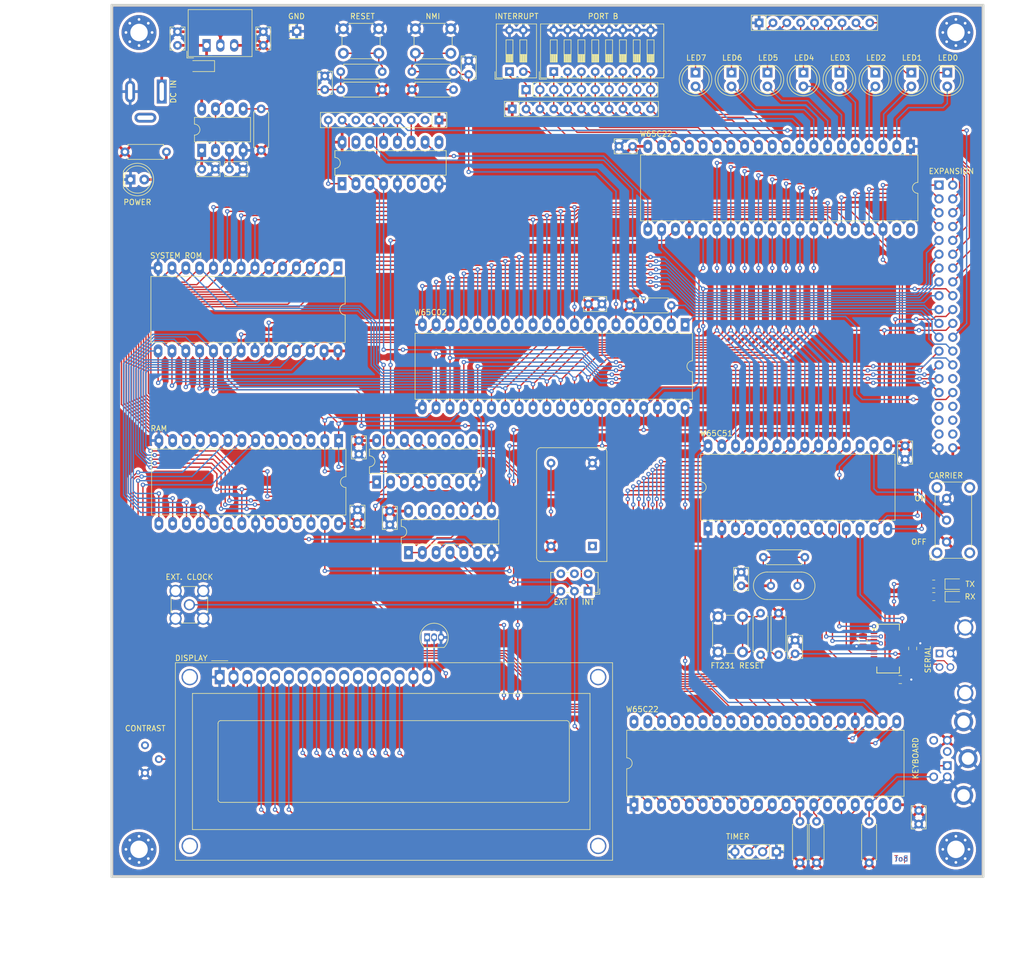
<source format=kicad_pcb>
(kicad_pcb (version 20240108) (generator "pcbnew") (generator_version "8.0")
  (title_block (title "Mainboard") (date "2024-10-12") (rev "1.1") (company "https://www.kampis-elektroecke.de") (comment 4 "Author: Daniel Kampert"))
  (layers (0 "F.Cu" signal) (31 "B.Cu" signal) (34 "B.Paste" user) (35 "F.Paste" user) (36 "B.SilkS" user "B.Silkscreen") (37 "F.SilkS" user "F.Silkscreen") (38 "B.Mask" user) (39 "F.Mask" user) (44 "Edge.Cuts" user))
  (net 0 "")
  (net 1 "GND")
  (net 2 "+5V")
  (net 3 "+VDC")
  (net 4 "Net-(IC508-XTLI)")
  (net 5 "Net-(IC601-SENSE)")
  (net 6 "/IO/PA0")
  (net 7 "/IO/PA1")
  (net 8 "/IO/PA2")
  (net 9 "/IO/PA3")
  (net 10 "/IO/PA4")
  (net 11 "/IO/PA5")
  (net 12 "/IO/PA6")
  (net 13 "/IO/PA7")
  (net 14 "/IO/CB1")
  (net 15 "/IO/PB7")
  (net 16 "/IO/PB6")
  (net 17 "/IO/PB5")
  (net 18 "/IO/PB4")
  (net 19 "/IO/PB3")
  (net 20 "/IO/PB2")
  (net 21 "/IO/PB1")
  (net 22 "/IO/PB0")
  (net 23 "/Processor/~{CS_VIA_1}")
  (net 24 "Net-(IC601-CT)")
  (net 25 "/Processor/RxD")
  (net 26 "/Processor/~{CS_ACIA}")
  (net 27 "/USB/D-")
  (net 28 "/USB/D+")
  (net 29 "Net-(IC601-REF)")
  (net 30 "Net-(IC701-3V3OUT)")
  (net 31 "Net-(D201-K)")
  (net 32 "Net-(D202-K)")
  (net 33 "Net-(D203-K)")
  (net 34 "Net-(D204-K)")
  (net 35 "/Processor/~{CS_VIA_2}")
  (net 36 "Net-(D205-K)")
  (net 37 "/IO/D0")
  (net 38 "/IO/A1")
  (net 39 "/IO/D1")
  (net 40 "/IO/A2")
  (net 41 "/IO/D2")
  (net 42 "/IO/A3")
  (net 43 "/IO/D3")
  (net 44 "/IO/A4")
  (net 45 "/IO/D4")
  (net 46 "/IO/A5")
  (net 47 "/IO/D5")
  (net 48 "/IO/A6")
  (net 49 "/IO/D6")
  (net 50 "/IO/A7")
  (net 51 "/IO/D7")
  (net 52 "/IO/A8")
  (net 53 "/IO/A9")
  (net 54 "/IO/A10")
  (net 55 "/IO/A11")
  (net 56 "/IO/A12")
  (net 57 "/IO/A13")
  (net 58 "/IO/A14")
  (net 59 "/IO/A15")
  (net 60 "/IO/A0")
  (net 61 "/IO/~{IRQ}")
  (net 62 "/IO/Clock")
  (net 63 "/LCD / PS2/PS21")
  (net 64 "/LCD / PS2/PS20")
  (net 65 "/LCD / PS2/LCD2")
  (net 66 "/LCD / PS2/LCD1")
  (net 67 "/LCD / PS2/LCD0")
  (net 68 "/LCD / PS2/LCD10")
  (net 69 "/LCD / PS2/LCD9")
  (net 70 "/LCD / PS2/LCD8")
  (net 71 "/LCD / PS2/LCD7")
  (net 72 "/LCD / PS2/LCD6")
  (net 73 "/LCD / PS2/LCD5")
  (net 74 "/LCD / PS2/LCD4")
  (net 75 "/LCD / PS2/LCD3")
  (net 76 "Net-(D206-K)")
  (net 77 "/IO/~{Reset}")
  (net 78 "/IRQ/~{IRQ_CPU}")
  (net 79 "/IRQ/~{IRQ_ACIA}")
  (net 80 "/IRQ/~{IRQ_VIA_2}")
  (net 81 "/IRQ/~{IRQ_VIA_1}")
  (net 82 "/IRQ/~{NMI}")
  (net 83 "/IO/RDY")
  (net 84 "/IO/Sync")
  (net 85 "/IO/~{VP}")
  (net 86 "Net-(D207-K)")
  (net 87 "/Processor/~{CTS}")
  (net 88 "Net-(D208-K)")
  (net 89 "/Processor/~{DSR}")
  (net 90 "/IO/~{DCD}")
  (net 91 "/Processor/CLOCK_EXT")
  (net 92 "/Processor/CLOCK_INT")
  (net 93 "Net-(D601-A)")
  (net 94 "/LCD / PS2/LCD11")
  (net 95 "/LCD / PS2/Timer0")
  (net 96 "/LCD / PS2/Timer1")
  (net 97 "Net-(D602-A)")
  (net 98 "Net-(D701-K)")
  (net 99 "Net-(D702-K)")
  (net 100 "Net-(DS401-VO)")
  (net 101 "Net-(DS401-LED(-))")
  (net 105 "Net-(IC301-I3)")
  (net 106 "Net-(IC301-I4)")
  (net 108 "Net-(IC301-I1)")
  (net 109 "/Processor/R~{W}")
  (net 110 "Net-(IC301-I5)")
  (net 116 "/IO/CB2")
  (net 121 "Net-(IC503-Pad3)")
  (net 122 "Net-(IC506-~{CS})")
  (net 123 "/Processor/TxD")
  (net 124 "/Processor/~{DTR}")
  (net 125 "Net-(IC504-~{CS})")
  (net 126 "/Processor/~{RTS}")
  (net 134 "Net-(IC508-XLTO)")
  (net 138 "Net-(IC701-CBUS2)")
  (net 141 "/Supply/~{Reset_FT231}")
  (net 142 "Net-(IC701-CBUS1)")
  (net 143 "Net-(R301-Pad2)")
  (net 144 "Net-(R601-Pad2)")
  (net 145 "Net-(R605-Pad2)")
  (footprint "Button_Switch_THT:SW_DIP_SPSTx02_Slide_9.78x7.26mm_W7.62mm_P2.54mm" (layer "F.Cu") (at 211.074 63.5 90)
    (property "Reference" "SW203" (hide yes))
    (property "Value" "INTERRUPT")
  )
  (footprint "Capacitor_SMD:C_0805_2012Metric" (layer "F.Cu") (at 276 168.09028 -90)
    (property "Reference" "C703" (hide yes))
    (property "Value" "100n" (hide yes))
  )
  (footprint "Capacitor_THT:C_Rect_L4.0mm_W2.5mm_P2.50mm" (layer "F.Cu") (at 165.862 58.674 90)
    (property "Reference" "C603" (hide yes))
    (property "Value" "100n" (hide yes))
  )
  (footprint "Capacitor_THT:C_Rect_L4.0mm_W2.5mm_P2.50mm" (layer "F.Cu") (at 283.718 132.207 -90)
    (property "Reference" "C507" (hide yes))
    (property "Value" "100n" (hide yes))
  )
  (footprint "Resistor_THT:R_Array_SIP9" (layer "F.Cu") (at 256.921 54.534)
    (property "Reference" "RN202" (hide yes))
    (property "Value" "390R" (hide yes))
  )
  (footprint "Capacitor_THT:C_Rect_L4.0mm_W2.5mm_P2.50mm" (layer "F.Cu") (at 150.114 58.674 90)
    (property "Reference" "C601" (hide yes))
    (property "Value" "330n" (hide yes))
  )
  (footprint "LED_THT:LED_D5.0mm" (layer "F.Cu") (at 141.478 83.312)
    (property "Reference" "D602" (hide yes))
    (property "Value" "POWER")
  )
  (footprint "Resistor_THT:R_Axial_DIN0207_L6.3mm_D2.5mm_P7.62mm_Horizontal" (layer "F.Cu") (at 140.462 78.232)
    (property "Reference" "R603" (hide yes))
    (property "Value" "470R" (hide yes))
  )
  (footprint "Crystal:Crystal_HC49-U_Vertical" (layer "F.Cu") (at 259.08 157.912)
    (property "Reference" "XTAL502" (hide yes))
    (property "Value" "1.8432MHz" (hide yes))
  )
  (footprint "MountingHole:MountingHole_3.2mm_M3_Pad_Via" (layer "F.Cu") (at 143.049 206.308)
    (property "Reference" "REF**" (hide yes))
    (property "Value" "MountingHole_3.2mm_M3_Pad_Via" (hide yes))
  )
  (footprint "MountingHole:MountingHole_3.2mm_M3_Pad_Via" (layer "F.Cu") (at 143.049 56.308)
    (property "Reference" "REF**" (hide yes))
    (property "Value" "MountingHole_3.2mm_M3_Pad_Via" (hide yes))
  )
  (footprint "MountingHole:MountingHole_3.2mm_M3_Pad_Via" (layer "F.Cu") (at 293.049 206.308)
    (property "Reference" "REF**" (hide yes))
    (property "Value" "MountingHole_3.2mm_M3_Pad_Via" (hide yes))
  )
  (footprint "Resistor_SMD:R_0805_2012Metric" (layer "F.Cu") (at 288.99 159.906 180)
    (property "Reference" "R702" (hide yes))
    (property "Value" "1k" (hide yes))
  )
  (footprint "LED_SMD:LED_0805_2012Metric" (layer "F.Cu") (at 292.7515 159.906)
    (property "Reference" "D702" (hide yes))
    (property "Value" "RX")
  )
  (footprint "Resistor_THT:R_Axial_DIN0207_L6.3mm_D2.5mm_P7.62mm_Horizontal" (layer "F.Cu") (at 265.303 152.67222 180)
    (property "Reference" "R502" (hide yes))
    (property "Value" "1M" (hide yes))
  )
  (footprint "Capacitor_SMD:C_0805_2012Metric" (layer "F.Cu") (at 285.115 169.418 90)
    (property "Reference" "C702" (hide yes))
    (property "Value" "100n" (hide yes))
  )
  (footprint "Package_DIP:DIP-14_W7.62mm_LongPads" (layer "F.Cu") (at 192.532 151.816 90)
    (property "Reference" "IC503" (hide yes))
    (property "Value" "74HC00" (hide yes))
  )
  (footprint "Oscillator:Oscillator_DIP-14" (layer "F.Cu") (at 226.314 150.622 90)
    (property "Reference" "XTAL501" (hide yes))
    (property "Value" "1MHz" (hide yes))
  )
  (footprint "Capacitor_THT:C_Rect_L4.0mm_W2.5mm_P2.50mm" (layer "F.Cu") (at 189.103 144.196 -90)
    (property "Reference" "C505" (hide yes))
    (property "Value" "100n" (hide yes))
  )
  (footprint "Capacitor_THT:C_Rect_L4.0mm_W2.5mm_P2.50mm" (layer "F.Cu") (at 183.4134 131.242 -90)
    (property "Reference" "C501" (hide yes))
    (property "Value" "100n" (hide yes))
  )
  (footprint "Capacitor_THT:C_Rect_L4.0mm_W2.5mm_P2.50mm" (layer "F.Cu") (at 183.1594 146.482 90)
    (property "Reference" "C504" (hide yes))
    (property "Value" "100n" (hide yes))
  )
  (footprint "Resistor_SMD:R_0805_2012Metric" (layer "F.Cu") (at 288.972 157.601 180)
    (property "Reference" "R701" (hide yes))
    (property "Value" "1k" (hide yes))
  )
  (footprint "LED_SMD:LED_0805_2012Metric" (layer "F.Cu") (at 292.7335 157.601)
    (property "Reference" "D701" (hide yes))
    (property "Value" "TX")
  )
  (footprint "Capacitor_SMD:C_0805_2012Metric" (layer "F.Cu") (at 282.829 175.133 180)
    (property "Reference" "C701" (hide yes))
    (property "Value" "100n" (hide yes))
  )
  (footprint "MountingHole:MountingHole_3.2mm_M3_Pad_Via" (layer "F.Cu") (at 293.049 56.308)
    (property "Reference" "REF**" (hide yes))
    (property "Value" "MountingHole_3.2mm_M3_Pad_Via" (hide yes))
  )
  (footprint "Package_DIP:DIP-16_W7.62mm_LongPads" (layer "F.Cu") (at 186.69 138.862 90)
    (property "Reference" "IC501" (hide yes))
    (property "Value" "74HC138" (hide yes))
  )
  (footprint "Capacitor_THT:C_Rect_L4.0mm_W2.5mm_P2.50mm" (layer "F.Cu") (at 253.619 157.912 90)
    (property "Reference" "C508" (hide yes))
    (property "Value" "30p" (hide yes))
  )
  (footprint "Capacitor_THT:C_Rect_L4.0mm_W2.5mm_P2.50mm" (layer "F.Cu") (at 225.552 106.172)
    (property "Reference" "C502" (hide yes))
    (property "Value" "100n" (hide yes))
  )
  (footprint "Connector_Generic:USB-B_TE_2923042_Horizontal" (layer "F.Cu") (at 290.0426 170.3326 90)
    (property "Reference" "X701" (hide yes))
    (property "Value" "SERIAL")
  )
  (footprint "Resistor_THT:R_Axial_DIN0207_L6.3mm_D2.5mm_P7.62mm_Horizontal" (layer "F.Cu") (at 233.172 106.426)
    (property "Reference" "R501" (hide yes))
    (property "Value" "10k" (hide yes))
  )
  (footprint "Display:WC1602A" (layer "F.Cu") (at 157.861 174.676)
    (property "Reference" "DS401")
    (property "Value" "DISPLAY")
  )
  (footprint "Connector_Generic:Mini-DIN_TE_Female_6Pin_2rows" (layer "F.Cu") (at 299.975 189.64 -90)
    (property "Reference" "X402" (hide yes))
    (property "Value" "KEYBOARD")
  )
  (footprint "Resistor_THT:R_Axial_DIN0207_L6.3mm_D2.5mm_P7.62mm_Horizontal" (layer "F.Cu") (at 165.481 77.958 90)
    (property "Reference" "R606" (hide yes))
    (property "Value" "10k" (hide yes))
  )
  (footprint "Resistor_THT:R_Array_SIP9" (layer "F.Cu") (at 198.12 72.39 180)
    (property "Reference" "RN301" (hide yes))
    (property "Value" "4k7" (hide yes))
  )
  (footprint "Capacitor_THT:C_Rect_L4.0mm_W2.5mm_P2.50mm" (layer "F.Cu") (at 233.68 77.216 180)
    (property "Reference" "C506" (hide yes))
    (property "Value" "100n" (hide yes))
  )
  (footprint "Resistor_THT:R_Axial_DIN0207_L6.3mm_D2.5mm_P7.62mm_Horizontal" (layer "F.Cu") (at 193.167 66.802)
    (property "Reference" "R301" (hide yes))
    (property "Value" "10k" (hide yes))
  )
  (footprint "Capacitor_THT:C_Rect_L4.0mm_W2.5mm_P2.50mm" (layer "F.Cu") (at 203.581 64.008 90)
    (property "Reference" "C301" (hide yes))
    (property "Value" "100n" (hide yes))
  )
  (footprint "Capacitor_THT:C_Rect_L4.0mm_W2.5mm_P2.50mm" (layer "F.Cu") (at 177.165 66.802 90)
    (property "Reference" "C604" (hide yes))
    (property "Value" "100n" (hide yes))
  )
  (footprint "Package_DIP:DIP-40_W15.24mm_LongPads" (layer "F.Cu") (at 284.734 77.216 -90)
    (property "Reference" "IC507" (hide yes))
    (property "Value" "W65C22")
  )
  (footprint "LED_THT:LED_D5.0mm" (layer "F.Cu") (at 291.465 63.678 -90)
    (property "Reference" "D201" (hide yes))
    (property "Value" "LED0")
  )
  (footprint "LED_THT:LED_D5.0mm" (layer "F.Cu") (at 278.257 63.678 -90)
    (property "Reference" "D203" (hide yes))
    (property "Value" "LED2")
  )
  (footprint "LED_THT:LED_D5.0mm" (layer "F.Cu") (at 284.861 63.678 -90)
    (property "Reference" "D202" (hide yes))
    (property "Value" "LED1")
  )
  (footprint "LED_THT:LED_D5.0mm" (layer "F.Cu") (at 245.237 63.678 -90)
    (property "Reference" "D208" (hide yes))
    (property "Value" "LED7")
  )
  (footprint "LED_THT:LED_D5.0mm" (layer "F.Cu") (at 271.653 63.678 -90)
    (property "Reference" "D204" (hide yes))
    (property "Value" "LED3")
  )
  (footprint "LED_THT:LED_D5.0mm" (layer "F.Cu") (at 258.445 63.678 -90)
    (property "Reference" "D206" (hide yes))
    (property "Value" "LED5")
  )
  (footprint "LED_THT:LED_D5.0mm" (layer "F.Cu") (at 251.841 63.678 -90)
    (property "Reference" "D207" (hide yes))
    (property "Value" "LED6")
  )
  (footprint "Switches:SW_E-Switch_EG1271_DPDT" (layer "F.Cu") (at 225.5 158.9 180)
    (property "Reference" "SW501" (hide yes))
    (property "Value" "CLOCK INPUT" (hide yes))
  )
  (footprint "Package_DIP:DIP-28_W15.24mm_LongPads" (layer "F.Cu") (at 179.705 131.242 -90)
    (property "Reference" "IC506" (hide yes))
    (property "Value" "RAM")
  )
  (footprint "Package_DIP:DIP-28_W15.24mm_LongPads" (layer "F.Cu") (at 179.578 99.548 -90)
    (property "Reference" "IC504" (hide yes))
    (property "Value" "SYSTEM ROM")
  )
  (footprint "Button_Switch_THT:SW_PUSH_6mm_H4.3mm" (layer "F.Cu") (at 180.571 55.626)
    (property "Reference" "SW602" (hide yes))
    (property "Value" "RESET")
  )
  (footprint "Diode_SMD:D_SOD-123" (layer "F.Cu") (at 154.559 62.484 180)
    (property "Reference" "D601" (hide yes))
    (property "Value" "1N4148" (hide yes))
  )
  (footprint "Converter_DCDC:Converter_DCDC_RECOM_R-78E-0.5_THT" (layer "F.Cu") (at 155.448 58.674)
    (property "Reference" "M601" (hide yes))
    (property "Value" "R-785.0-1.0" (hide yes))
  )
  (footprint "Capacitor_THT:C_Rect_L4.0mm_W2.5mm_P2.50mm" (layer "F.Cu") (at 159.639 81.407)
    (property "Reference" "C605" (hide yes))
    (property "Value" "100n" (hide yes))
  )
  (footprint "Connector_PinHeader_2.54mm:PinHeader_2x20_P2.54mm_Horizontal" (layer "F.Cu") (at 289.941 84.328)
    (property "Reference" "X202" (hide yes))
    (property "Value" "EXPANSION")
  )
  (footprint "Package_DIP:DIP-8_W7.62mm_LongPads" (layer "F.Cu") (at 154.559 77.958 90)
    (property "Reference" "IC601" (hide yes))
    (property "Value" "TL7702A" (hide yes))
  )
  (footprint "Capacitor_THT:C_Rect_L4.0mm_W2.5mm_P2.50mm" (layer "F.Cu") (at 154.559 81.407)
    (property "Reference" "C606" (hide yes))
    (property "Value" "100n" (hide yes))
  )
  (footprint "Package_DIP:DIP-40_W15.24mm_LongPads" (layer "F.Cu") (at 243.332 109.982 -90)
    (property "Reference" "IC502" (hide yes))
    (property "Value" "W65C02")
  )
  (footprint "Button_Switch_THT:SW_E-Switch_EG1224_SPDT_Angled" (layer "F.Cu") (at 291.338 149.86 90)
    (property "Reference" "SW201" (hide yes))
    (property "Value" "CARRIER")
  )
  (footprint "Connector_PinHeader_2.54mm:PinHeader_1x01_P2.54mm_Vertical" (layer "F.Cu") (at 171.958 56.134)
    (property "Reference" "X601" (hide yes))
    (property "Value" "GND")
  )
  (footprint "Connector_Coaxial:SMA_Amphenol_901-144_Vertical" (layer "F.Cu") (at 152.3 161.4 -90)
    (property "Reference" "X501" (hide yes))
    (property "Value" "EXT. CLOCK")
  )
  (footprint "Connector_BarrelJack:BarrelJack_Wuerth_6941xx301002" (layer "F.Cu") (at 147.2184 67.1578 -90)
    (property "Reference" "X602" (hide yes))
    (property "Value" "DC IN")
  )
  (footprint "LED_THT:LED_D5.0mm" (layer "F.Cu") (at 265.049 63.678 -90)
    (property "Reference" "D205" (hide yes))
    (property "Value" "LED4")
  )
  (footprint "Package_DIP:DIP-16_W7.62mm_LongPads" (layer "F.Cu") (at 180.34 84.074 90)
    (property "Reference" "IC301" (hide yes))
    (property "Value" "74HC148" (hide yes))
  )
  (footprint "Resistor_THT:R_Axial_DIN0207_L6.3mm_D2.5mm_P7.62mm_Horizontal" (layer "F.Cu") (at 277.114 208.788 90)
    (property "Reference" "R402" (hide yes))
    (property "Value" "10k" (hide yes))
  )
  (footprint "Resistor_THT:R_Axial_DIN0207_L6.3mm_D2.5mm_P7.62mm_Horizontal" (layer "F.Cu") (at 267.462 208.788 90)
    (property "Reference" "R403" (hide yes))
    (property "Value" "10k" (hide yes))
  )
  (footprint "Button_Switch_THT:SW_PUSH_6mm_H4.3mm" (layer "F.Cu") (at 249.373 170.076 90)
    (property "Reference" "SW601" (hide yes))
    (property "Value" "FT231 RESET")
  )
  (footprint "Resistor_THT:R_Axial_DIN0207_L6.3mm_D2.5mm_P7.62mm_Horizontal" (layer "F.Cu") (at 260.477 162.941 -90)
    (property "Reference" "R601" (hide yes))
    (property "Value" "10k" (hide yes))
  )
  (footprint "Package_DIP:DIP-40_W15.24mm_LongPads" (layer "F.Cu") (at 233.934 198.12 90)
    (property "Reference" "IC505" (hide yes))
    (property "Value" "W65C22")
  )
  (footprint "Capacitor_THT:C_Rect_L4.0mm_W2.5mm_P2.50mm" (layer "F.Cu") (at 286.218 199.176 -90)
    (property "Reference" "C503" (hide yes))
    (property "Value" "100n" (hide yes))
  )
  (footprint "Capacitor_THT:C_Rect_L4.0mm_W2.5mm_P2.50mm" (layer "F.Cu") (at 263.525 170.395 90)
    (property "Reference" "C602" (hide yes))
    (property "Value" "100n" (hide yes))
  )
  (footprint "Package_TO_SOT_THT:TO-92_Inline" (layer "F.Cu") (at 195.961 167.386)
    (property "Reference" "T401" (hide yes))
    (property "Value" "BC546" (hide yes))
  )
  (footprint "Package_DIP:DIP-28_W15.24mm_LongPads" (layer "F.Cu") (at 247.523 147.447 90)
    (property "Reference" "IC508" (hide yes))
    (property "Value" "W65C51")
  )
  (footprint "Potentiometer_THT_Kampi:Bourns_3386P_Vertical" (layer "F.Cu") (at 144.145 192.278)
    (property "Reference" "RV401" (hide yes))
    (property "Value" "10k" (hide yes))
  )
  (footprint "Connector_PinHeader_2.54mm:PinHeader_1x04_P2.54mm_Vertical" (layer "F.Cu") (at 260.096 206.756 -90)
    (property "Reference" "X401" (hide yes))
    (property "Value" "TIMER")
  )
  (footprint "Resistor_THT:R_Axial_DIN0207_L6.3mm_D2.5mm_P7.62mm_Horizontal" (layer "F.Cu") (at 264.414 208.788 90)
    (property "Reference" "R401" (hide yes))
    (property "Value" "4k7" (hide yes))
  )
  (footprint "Resistor_THT:R_Axial_DIN0207_L6.3mm_D2.5mm_P7.62mm_Horizontal" (layer "F.Cu") (at 180.086 63.5)
    (property "Reference" "R605" (hide yes))
    (property "Value" "1k" (hide yes))
  )
  (footprint "Resistor_THT:R_Axial_DIN0207_L6.3mm_D2.5mm_P7.62mm_Horizontal" (layer "F.Cu") (at 200.787 63.5 180)
    (property "Reference" "R302" (hide yes))
    (property "Value" "1k" (hide yes))
  )
  (footprint "Resistor_THT:R_Axial_DIN0207_L6.3mm_D2.5mm_P7.62mm_Horizontal" (layer "F.Cu") (at 187.706 66.802 180)
    (property "Reference" "R604" (hide yes))
    (property "Value" "10k" (hide yes))
  )
  (footprint "Resistor_THT:R_Axial_DIN0207_L6.3mm_D2.5mm_P7.62mm_Horizontal" (layer "F.Cu") (at 257.175 170.561 90)
    (property "Reference" "R602" (hide yes))
    (property "Value" "10k" (hide yes))
  )
  (footprint "Connector_PinHeader_2.54mm:PinHeader_1x10_P2.54mm_Vertical" (layer "F.Cu") (at 214.122 66.802 90)
    (property "Reference" "X201" (hide yes))
    (property "Value" "PORT B" (hide yes))
  )
  (footprint "Button_Switch_THT:SW_DIP_SPSTx08_Slide_9.78x22.5mm_W7.62mm_P2.54mm" (layer "F.Cu") (at 219.202 63.5 90)
    (property "Reference" "SW202" (hide yes))
    (property "Value" "PORT B")
  )
  (footprint "Button_Switch_THT:SW_PUSH_6mm_H4.3mm" (layer "F.Cu") (at 193.802 55.626)
    (property "Reference" "SW301" (hide yes))
    (property "Value" "NMI")
  )
  (footprint "Resistor_THT:R_Array_SIP11" (layer "F.Cu") (at 211.582 70.358)
    (property "Reference" "RN201" (hide yes))
    (property "Value" "4k7" (hide yes))
  )
  (footprint "Package_SO:SSOP-20_3.9x8.7mm_P0.635mm" (layer "F.Cu") (at 280.6 169.4425)
    (property "Reference" "IC701" (hide yes))
    (property "Value" "FT231XS" (hide yes))
  )
  (gr_line (start 138.049 51.308) (end 138.049 211.308) (stroke (width 0.5)) (layer "Edge.Cuts"))
  (gr_line (start 138.049 51.308) (end 298.049 51.308) (stroke (width 0.5)) (layer "Edge.Cuts"))
  (gr_line (start 298.049 51.308) (end 298.049 211.308) (stroke (width 0.5)) (layer "Edge.Cuts"))
  (gr_line (start 138.049 211.308) (end 298.049 211.308) (stroke (width 0.5)) (layer "Edge.Cuts"))
  (gr_text "Top" (at 283 208 0) (layer "F.Cu") (effects (font (size 1 1))))
  (gr_text "1.1" (at 286.893 208.026 0) (layer "F.Cu") (effects (font (size 1 1))))
  (gr_text "Bot" (at 283.083 208.026 0) (layer "B.Cu") (effects (font (size 1 1)) (justify mirror)))
  (gr_text "INT" (at 225.5 160.9 0) (layer "F.SilkS") (effects (font (size 1 1))))
  (gr_text "ON" (at 286.512 141.86 0) (layer "F.SilkS") (effects (font (size 1 1))))
  (gr_text "EXT" (at 220.5 160.9 0) (layer "F.SilkS") (effects (font (size 1 1))))
  (gr_text "OFF" (at 286.258 149.86 0) (layer "F.SilkS") (effects (font (size 1 1))))
  (gr_text "CONTRAST" (at 144.2 184.1 0) (layer "F.SilkS") (effects (font (size 1 1))))
  (segment (start 284.458 169.125) (end 285.115 168.468) (width 0.25) (layer "F.Cu") (net 1))
  (segment (start 285.115 168.468) (end 286.512 168.468) (width 0.5) (layer "F.Cu") (net 1))
  (segment (start 283.779 175.133) (end 284.861 175.133) (width 0.5) (layer "F.Cu") (net 1))
  (segment (start 278 169.76) (end 276.71972 169.76) (width 0.25) (layer "F.Cu") (net 1))
  (segment (start 157.988 57.024) (end 158.838 56.174) (width 0.5) (layer "F.Cu") (net 1))
  (segment (start 157.988 58.674) (end 157.988 57.024) (width 0.5) (layer "F.Cu") (net 1))
  (segment (start 157.988 57.024) (end 157.138 56.174) (width 0.5) (layer "F.Cu") (net 1))
  (segment (start 283.2 169.125) (end 284.458 169.125) (width 0.25) (layer "F.Cu") (net 1))
  (segment (start 158.838 56.174) (end 165.862 56.174) (width 0.5) (layer "F.Cu") (net 1))
  (segment (start 274.8 169.02778) (end 276 169.02778) (width 0.5) (layer "F.Cu") (net 1))
  (segment (start 276.71972 169.76) (end 276 169.04028) (width 0.25) (layer "F.Cu") (net 1))
  (segment (start 157.138 56.174) (end 150.114 56.174) (width 0.5) (layer "F.Cu") (net 1))
  (via (at 274.8 169.02778) (size 0.8) (drill 0.4) (layers "F.Cu" "B.Cu") (net 1))
  (via (at 284.861 175.133) (size 0.8) (drill 0.4) (layers "F.Cu" "B.Cu") (net 1))
  (via (at 286.512 168.468) (size 0.8) (drill 0.4) (layers "F.Cu" "B.Cu") (net 1))
  (segment (start 276.00362 167.1564) (end 276 167.15278) (width 0.25) (layer "F.Cu") (net 2))
  (segment (start 189.103 144.196) (end 192.405 144.196) (width 0.5) (layer "F.Cu") (net 2))
  (segment (start 225.552 106.172) (end 225.552 109.982) (width 0.5) (layer "F.Cu") (net 2))
  (segment (start 285.162 198.12) (end 286.218 199.176) (width 0.5) (layer "F.Cu") (net 2))
  (segment (start 278 167.855) (end 276.71472 167.855) (width 0.25) (layer "F.Cu") (net 2))
  (segment (start 283.2 169.76) (end 284.507 169.76) (width 0.25) (layer "F.Cu") (net 2))
  (segment (start 284.507 169.76) (end 285.115 170.368) (width 0.25) (layer "F.Cu") (net 2))
  (segment (start 236.474 77.216) (end 233.68 77.216) (width 0.5) (layer "F.Cu") (net 2))
  (segment (start 160.528 58.674) (end 165.862 58.674) (width 0.5) (layer "F.Cu") (net 2))
  (segment (start 280.543 132.207) (end 283.718 132.207) (width 0.5) (layer "F.Cu") (net 2))
  (segment (start 282.194 198.12) (end 285.162 198.12) (width 0.5) (layer "F.Cu") (net 2))
  (segment (start 225.806 105.969) (end 225.79076 105.98424) (width 0.5) (layer "F.Cu") (net 2))
  (segment (start 183.4134 131.242) (end 186.69 131.242) (width 0.5) (layer "F.Cu") (net 2))
  (segment (start 276.71472 167.855) (end 276 167.14028) (width 0.25) (layer "F.Cu") (net 2))
  (segment (start 183.1594 146.482) (end 179.705 146.482) (width 0.5) (layer "F.Cu") (net 2))
  (segment (start 225.806 105.969) (end 225.79076 105.98424) (width 0.5) (layer "B.Cu") (net 2))
  (segment (start 156.209 61.467) (end 156.209 62.484) (width 0.5) (layer "F.Cu") (net 3))
  (segment (start 150.114 58.674) (end 155.448 58.674) (width 0.5) (layer "F.Cu") (net 3))
  (segment (start 155.448 58.674) (end 155.448 60.706) (width 0.5) (layer "F.Cu") (net 3))
  (segment (start 154.559 70.338) (end 154.559 64.77) (width 0.5) (layer "F.Cu") (net 3))
  (segment (start 156.209 63.12) (end 156.209 62.484) (width 0.5) (layer "F.Cu") (net 3))
  (segment (start 155.448 60.706) (end 156.209 61.467) (width 0.5) (layer "F.Cu") (net 3))
  (segment (start 154.559 64.77) (end 156.209 63.12) (width 0.5) (layer "F.Cu") (net 3))
  (segment (start 155.3591 58.674) (end 155.3845 58.6486) (width 0.5) (layer "F.Cu") (net 3))
  (segment (start 259.36678 152.67222) (end 257.683 152.67222) (width 0.25) (layer "F.Cu") (net 4))
  (segment (start 260.223 151.816) (end 259.36678 152.67222) (width 0.25) (layer "F.Cu") (net 4))
  (segment (start 257.683 152.67222) (end 257.683 154.813) (width 0.25) (layer "F.Cu") (net 4))
  (segment (start 259.08 157.912) (end 253.619 157.912) (width 0.5) (layer "F.Cu") (net 4))
  (segment (start 259.08 156.21) (end 259.08 157.912) (width 0.25) (layer "F.Cu") (net 4))
  (segment (start 257.683 154.813) (end 259.08 156.21) (width 0.25) (layer "F.Cu") (net 4))
  (segment (start 260.223 147.447) (end 260.223 151.816) (width 0.25) (layer "F.Cu") (net 4))
  (segment (start 160.635 66.802) (end 177.165 66.802) (width 0.25) (layer "F.Cu") (net 5))
  (segment (start 157.099 70.338) (end 160.635 66.802) (width 0.25) (layer "F.Cu") (net 5))
  (segment (start 180.086 66.802) (end 180.086 63.5) (width 0.25) (layer "F.Cu") (net 5))
  (segment (start 157.099 70.338) (end 157.099 77.958) (width 0.25) (layer "F.Cu") (net 5))
  (segment (start 177.165 66.802) (end 180.086 66.802) (width 0.25) (layer "F.Cu") (net 5))
  (segment (start 282.194 72.263) (end 284.353 70.104) (width 0.25) (layer "B.Cu") (net 6))
  (segment (start 282.194 77.216) (end 282.194 72.263) (width 0.25) (layer "B.Cu") (net 6))
  (segment (start 291.465 69.342) (end 291.465 66.218) (width 0.25) (layer "B.Cu") (net 6))
  (segment (start 290.703 70.104) (end 291.465 69.342) (width 0.25) (layer "B.Cu") (net 6))
  (segment (start 284.353 70.104) (end 290.703 70.104) (width 0.25) (layer "B.Cu") (net 6))
  (segment (start 284.861 66.218) (end 279.781 71.298) (width 0.25) (layer "B.Cu") (net 7))
  (segment (start 279.781 71.298) (end 279.781 77.216) (width 0.25) (layer "B.Cu") (net 7))
  (segment (start 277.114 77.216) (end 277.114 67.361) (width 0.25) (layer "B.Cu") (net 8))
  (segment (start 277.114 67.361) (end 278.257 66.218) (width 0.25) (layer "B.Cu") (net 8))
  (segment (start 274.574 77.216) (end 274.574 69.139) (width 0.25) (layer "B.Cu") (net 9))
  (segment (start 274.574 69.139) (end 271.653 66.218) (width 0.25) (layer "B.Cu") (net 9))
  (segment (start 272.034 77.216) (end 272.034 71.425) (width 0.25) (layer "B.Cu") (net 10))
  (segment (start 266.827 66.218) (end 269.621 69.012) (width 0.25) (layer "B.Cu") (net 10))
  (segment (start 269.621 69.012) (end 272.0085 71.3995) (width 0.25) (layer "B.Cu") (net 10))
  (segment (start 265.049 66.218) (end 266.827 66.218) (width 0.25) (layer "B.Cu") (net 10))
  (segment (start 261.061 68.834) (end 265.811 68.834) (width 0.25) (layer "B.Cu") (net 11))
  (segment (start 265.811 68.834) (end 269.494 72.517) (width 0.25) (layer "B.Cu") (net 11))
  (segment (start 258.445 66.218) (end 261.061 68.834) (width 0.25) (layer "B.Cu") (net 11))
  (segment (start 269.494 72.517) (end 269.494 77.216) (width 0.25) (layer "B.Cu") (net 11))
  (segment (start 266.954 72.263) (end 265.176 70.485) (width 0.25) (layer "B.Cu") (net 12))
  (segment (start 256.108 70.485) (end 251.841 66.218) (width 0.25) (layer "B.Cu") (net 12))
  (segment (start 265.176 70.485) (end 256.108 70.485) (width 0.25) (layer "B.Cu") (net 12))
  (segment (start 266.954 77.216) (end 266.954 72.263) (width 0.25) (layer "B.Cu") (net 12))
  (segment (start 251.155 72.136) (end 263.017 72.136) (width 0.25) (layer "B.Cu") (net 13))
  (segment (start 263.017 72.136) (end 264.414 73.533) (width 0.25) (layer "B.Cu") (net 13))
  (segment (start 264.414 73.533) (end 264.414 77.216) (width 0.25) (layer "B.Cu") (net 13))
  (segment (start 245.237 66.218) (end 251.155 72.136) (width 0.25) (layer "B.Cu") (net 13))
  (segment (start 214.63 63.5) (end 216.662 65.532) (width 0.25) (layer "F.Cu") (net 14))
  (segment (start 216.662 65.532) (end 216.662 66.802) (width 0.25) (layer "F.Cu") (net 14))
  (segment (start 221.394066 75.090066) (end 239.428066 75.090066) (width 0.25) (layer "F.Cu") (net 14))
  (segment (start 239.428066 75.090066) (end 241.554 77.216) (width 0.25) (layer "F.Cu") (net 14))
  (segment (start 216.662 70.358) (end 221.394066 75.090066) (width 0.25) (layer "F.Cu") (net 14))
  (segment (start 216.662 70.358) (end 216.662 66.802) (width 0.25) (layer "F.Cu") (net 14))
  (segment (start 213.614 63.5) (end 214.63 63.5) (width 0.25) (layer "F.Cu") (net 14))
  (segment (start 223.484055 74.640055) (end 241.518055 74.640055) (width 0.25) (layer "F.Cu") (net 15))
  (segment (start 219.202 70.358) (end 219.202 66.802) (width 0.25) (layer "F.Cu") (net 15))
  (segment (start 241.518055 74.640055) (end 244.094 77.216) (width 0.25) (layer "F.Cu") (net 15))
  (segment (start 219.202 66.802) (end 219.202 63.5) (width 0.25) (layer "F.Cu") (net 15))
  (segment (start 219.202 70.358) (end 223.484055 74.640055) (width 0.25) (layer "F.Cu") (net 15))
  (segment (start 221.742 70.358) (end 221.742 66.802) (width 0.25) (layer "F.Cu") (net 16))
  (segment (start 225.574044 74.190044) (end 243.608044 74.190044) (width 0.25) (layer "F.Cu") (net 16))
  (segment (start 221.742 66.802) (end 221.742 63.5) (width 0.25) (layer "F.Cu") (net 16))
  (segment (start 243.608044 74.190044) (end 246.634 77.216) (width 0.25) (layer "F.Cu") (net 16))
  (segment (start 221.742 70.358) (end 225.574044 74.190044) (width 0.25) (layer "F.Cu") (net 16))
  (segment (start 245.698033 73.740033) (end 249.174 77.216) (width 0.25) (layer "F.Cu") (net 17))
  (segment (start 224.282 66.802) (end 224.282 63.5) (width 0.25) (layer "F.Cu") (net 17))
  (segment (start 224.282 70.358) (end 227.664033 73.740033) (width 0.25) (layer "F.Cu") (net 17))
  (segment (start 227.664033 73.740033) (end 245.698033 73.740033) (width 0.25) (layer "F.Cu") (net 17))
  (segment (start 224.282 70.358) (end 224.282 66.802) (width 0.25) (layer "F.Cu") (net 17))
  (segment (start 229.754022 73.290022) (end 227.621999 71.157999) (width 0.25) (layer "F.Cu") (net 18))
  (segment (start 247.788022 73.290022) (end 229.754022 73.290022) (width 0.25) (layer "F.Cu") (net 18))
  (segment (start 227.621999 71.157999) (end 226.822 70.358) (width 0.25) (layer "F.Cu") (net 18))
  (segment (start 251.714 77.216) (end 247.788022 73.290022) (width 0.25) (layer "F.Cu") (net 18))
  (segment (start 226.822 66.802) (end 226.822 63.5) (width 0.25) (layer "F.Cu") (net 18))
  (segment (start 226.822 70.358) (end 226.822 66.802) (width 0.25) (layer "F.Cu") (net 18))
  (segment (start 249.878011 72.840011) (end 254.254 77.216) (width 0.25) (layer "F.Cu") (net 19))
  (segment (start 229.362 66.802) (end 229.362 63.5) (width 0.25) (layer "F.Cu") (net 19))
  (segment (start 231.844011 72.840011) (end 249.878011 72.840011) (width 0.25) (layer "F.Cu") (net 19))
  (segment (start 229.362 70.358) (end 231.844011 72.840011) (width 0.25) (layer "F.Cu") (net 19))
  (segment (start 229.362 70.358) (end 229.362 66.802) (width 0.25) (layer "F.Cu") (net 19))
  (segment (start 231.902 66.802) (end 231.902 63.5) (width 0.25) (layer "F.Cu") (net 20))
  (segment (start 231.902 70.358) (end 231.902 66.802) (width 0.25) (layer "F.Cu") (net 20))
  (segment (start 233.934 72.39) (end 231.902 70.358) (width 0.25) (layer "F.Cu") (net 20))
  (segment (start 251.968 72.39) (end 233.934 72.39) (width 0.25) (layer "F.Cu") (net 20))
  (segment (start 256.794 77.216) (end 251.968 72.39) (width 0.25) (layer "F.Cu") (net 20))
  (segment (start 235.966 71.882) (end 254 71.882) (width 0.25) (layer "F.Cu") (net 21))
  (segment (start 234.442 66.802) (end 234.442 63.5) (width 0.25) (layer "F.Cu") (net 21))
  (segment (start 234.442 70.358) (end 234.442 66.802) (width 0.25) (layer "F.Cu") (net 21))
  (segment (start 254 71.882) (end 259.334 77.216) (width 0.25) (layer "F.Cu") (net 21))
  (segment (start 234.442 70.358) (end 235.966 71.882) (width 0.25) (layer "F.Cu") (net 21))
  (segment (start 236.982 70.358) (end 236.982 66.802) (width 0.25) (layer "F.Cu") (net 22))
  (segment (start 236.982 66.802) (end 236.982 63.5) (width 0.25) (layer "F.Cu") (net 22))
  (segment (start 236.931 67.488) (end 236.9185 67.5005) (width 0.25) (layer "F.Cu") (net 22))
  (segment (start 256.032 71.374) (end 237.998 71.374) (width 0.25) (layer "F.Cu") (net 22))
  (segment (start 261.874 77.216) (end 256.032 71.374) (width 0.25) (layer "F.Cu") (net 22))
  (segment (start 237.998 71.374) (end 236.982 70.358) (width 0.25) (layer "F.Cu") (net 22))
  (segment (start 241.554 92.456) (end 239.522 94.488) (width 0.25) (layer "F.Cu") (net 23))
  (segment (start 189.23 131.242) (end 189.23 117.348) (width 0.25) (layer "F.Cu") (net 23))
  (segment (start 239.522 94.488) (end 189.23 94.488) (width 0.25) (layer "F.Cu") (net 23))
  (via (at 189.23 117.348) (size 0.8) (drill 0.4) (layers "F.Cu" "B.Cu") (net 23))
  (via (at 189.23 94.488) (size 0.8) (drill 0.4) (layers "F.Cu" "B.Cu") (net 23))
  (segment (start 189.23 94.488) (end 189.23 117.348) (width 0.25) (layer "B.Cu") (net 23))
  (segment (start 159.639 77.958) (end 159.639 81.407) (width 0.5) (layer "B.Cu") (net 24))
  (segment (start 283.2 166.585) (end 283.2 163.9) (width 0.25) (layer "F.Cu") (net 25))
  (via (at 283.2 163.9) (size 0.8) (drill 0.4) (layers "F.Cu" "B.Cu") (net 25))
  (segment (start 275.463 159.512) (end 279.851 163.9) (width 0.25) (layer "B.Cu") (net 25))
  (segment (start 279.851 163.9) (end 283.2 163.9) (width 0.25) (layer "B.Cu") (net 25))
  (segment (start 275.463 147.447) (end 275.463 159.512) (width 0.25) (layer "B.Cu") (net 25))
  (segment (start 208.554006 133.096) (end 216.662006 141.204) (width 0.25) (layer "F.Cu") (net 26))
  (segment (start 194.31 131.242) (end 196.164 133.096) (width 0.25) (layer "F.Cu") (net 26))
  (segment (start 196.164 133.096) (end 208.554006 133.096) (width 0.25) (layer "F.Cu") (net 26))
  (segment (start 252.603 141.605) (end 252.603 147.574) (width 0.25) (layer "F.Cu") (net 26))
  (segment (start 252.202 141.204) (end 252.603 141.605) (width 0.25) (layer "F.Cu") (net 26))
  (segment (start 216.662006 141.204) (end 252.202 141.204) (width 0.25) (layer "F.Cu") (net 26))
  (segment (start 283.2 172.3) (end 289.51 172.3) (width 0.2) (layer "F.Cu") (net 27))
  (segment (start 289.51 172.3) (end 290.0426 172.8326) (width 0.2) (layer "F.Cu") (net 27))
  (segment (start 290.875 171.665) (end 283.2 171.665) (width 0.2) (layer "F.Cu") (net 28))
  (segment (start 292.0426 172.8326) (end 290.875 171.665) (width 0.2) (layer "F.Cu") (net 28))
  (segment (start 154.559 77.958) (end 154.559 81.407) (width 0.5) (layer "F.Cu") (net 29))
  (segment (start 282.36 171.03) (end 281.879 171.511) (width 0.25) (layer "F.Cu") (net 30))
  (segment (start 281.879 171.511) (end 281.879 175.133) (width 0.25) (layer "F.Cu") (net 30))
  (segment (start 283.2 171.03) (end 282.36 171.03) (width 0.25) (layer "F.Cu") (net 30))
  (segment (start 280.848 54.534) (end 277.241 54.534) (width 0.25) (layer "F.Cu") (net 31))
  (segment (start 289.992 63.678) (end 280.848 54.534) (width 0.25) (layer "F.Cu") (net 31))
  (segment (start 291.465 63.678) (end 289.992 63.678) (width 0.25) (layer "F.Cu") (net 31))
  (segment (start 283.845 63.678) (end 274.701 54.534) (width 0.25) (layer "F.Cu") (net 32))
  (segment (start 284.861 63.678) (end 283.845 63.678) (width 0.25) (layer "F.Cu") (net 32))
  (segment (start 278.257 63.678) (end 272.161 57.582) (width 0.25) (layer "F.Cu") (net 33))
  (segment (start 272.161 57.582) (end 272.161 54.534) (width 0.25) (layer "F.Cu") (net 33))
  (segment (start 269.621 59.055) (end 269.621 54.534) (width 0.25) (layer "F.Cu") (net 34))
  (segment (start 271.653 61.087) (end 269.621 59.055) (width 0.25) (layer "F.Cu") (net 34))
  (segment (start 271.653 63.678) (end 271.653 61.087) (width 0.25) (layer "F.Cu") (net 34))
  (segment (start 212.598 137.79641) (end 208.40559 133.604) (width 0.25) (layer "F.Cu") (net 35))
  (segment (start 194.132 133.604) (end 191.77 131.242) (width 0.25) (layer "F.Cu") (net 35))
  (segment (start 208.40559 133.604) (end 194.132 133.604) (width 0.25) (layer "F.Cu") (net 35))
  (segment (start 212.598 165.1) (end 212.598 137.79641) (width 0.25) (layer "F.Cu") (net 35))
  (segment (start 212.598 178) (end 212.598 183.388) (width 0.25) (layer "F.Cu") (net 35))
  (segment (start 215.138 185.928) (end 274.066 185.928) (width 0.25) (layer "F.Cu") (net 35))
  (segment (start 212.598 183.388) (end 215.138 185.928) (width 0.25) (layer "F.Cu") (net 35))
  (via (at 212.598 165.1) (size 0.8) (drill 0.4) (layers "F.Cu" "B.Cu") (net 35))
  (via (at 212.598 178) (size 0.8) (drill 0.4) (layers "F.Cu" "B.Cu") (net 35))
  (via (at 274.066 185.928) (size 0.8) (drill 0.4) (layers "F.Cu" "B.Cu") (net 35))
  (segment (start 277.114 182.88) (end 274.066 185.928) (width 0.25) (layer "B.Cu") (net 35))
  (segment (start 212.598 178) (end 212.598 165.1) (width 0.25) (layer "B.Cu") (net 35))
  (segment (start 265.049 61.1125) (end 267.081 59.0805) (width 0.25) (layer "F.Cu") (net 36))
  (segment (start 265.049 63.678) (end 265.049 61.1125) (width 0.25) (layer "F.Cu") (net 36))
  (segment (start 267.081 59.0805) (end 267.081 54.534) (width 0.25) (layer "F.Cu") (net 36))
  (segment (start 270.51 82.042) (end 266.954 85.598) (width 0.25) (layer "F.Cu") (net 37))
  (segment (start 154.305 131.242) (end 151.751099 128.688099) (width 0.25) (layer "F.Cu") (net 37))
  (segment (start 292.481 84.328) (end 292.481 82.677) (width 0.25) (layer "F.Cu") (net 37))
  (segment (start 232.791 168.529) (end 232.791 141.986) (width 0.25) (layer "F.Cu") (net 37))
  (segment (start 266.954 110.998) (end 261.874 116.078) (width 0.25) (layer "F.Cu") (net 37))
  (segment (start 145.183989 128.688099) (end 140.72439 124.2285) (width 0.25) (layer "F.Cu") (net 37))
  (segment (start 251.714 182.88) (end 246.126 177.292) (width 0.25) (layer "F.Cu") (net 37))
  (segment (start 151.751099 128.688099) (end 145.183989 128.688099) (width 0.25) (layer "F.Cu") (net 37))
  (segment (start 140.72439 124.2285) (end 140.72439 106.20332) (width 0.25) (layer "F.Cu") (net 37))
  (segment (start 246.126 177.292) (end 241.554 177.292) (width 0.25) (layer "F.Cu") (net 37))
  (segment (start 264.815 140.442) (end 232.791006 140.442) (width 0.25) (layer "F.Cu") (net 37))
  (segment (start 241.554 177.292) (end 232.791 168.529) (width 0.25) (layer "F.Cu") (net 37))
  (segment (start 151.56611 102.15989) (end 154.178 99.548) (width 0.25) (layer "F.Cu") (net 37))
  (segment (start 140.72439 106.20332) (end 144.76782 102.15989) (width 0.25) (layer "F.Cu") (net 37))
  (segment (start 144.76782 102.15989) (end 151.56611 102.15989) (width 0.25) (layer "F.Cu") (net 37))
  (segment (start 261.874 116.078) (end 229.108 116.078) (width 0.25) (layer "F.Cu") (net 37))
  (segment (start 291.846 82.042) (end 270.51 82.042) (width 0.25) (layer "F.Cu") (net 37))
  (segment (start 266.954 110.998) (end 266.954 99.568) (width 0.25) (layer "F.Cu") (net 37))
  (segment (start 272.923 132.334) (end 264.815 140.442) (width 0.25) (layer "F.Cu") (net 37))
  (segment (start 229.108 116.078) (end 225.552 119.634) (width 0.25) (layer "F.Cu") (net 37))
  (segment (start 225.552 119.634) (end 225.552 125.222) (width 0.25) (layer "F.Cu") (net 37))
  (segment (start 292.481 82.677) (end 291.846 82.042) (width 0.25) (layer "F.Cu") (net 37))
  (via (at 232.791 141.986) (size 0.8) (drill 0.4) (layers "F.Cu" "B.Cu") (net 37))
  (via (at 225.552 119.634) (size 0.8) (drill 0.4) (layers "F.Cu" "B.Cu") (net 37))
  (via (at 266.954 85.598) (size 0.8) (drill 0.4) (layers "F.Cu" "B.Cu") (net 37))
  (via (at 232.791 140.442006) (size 0.8) (drill 0.4) (layers "F.Cu" "B.Cu") (net 37))
  (via (at 266.954 110.998) (size 0.8) (drill 0.4) (layers "F.Cu" "B.Cu") (net 37))
  (via (at 266.954 99.568) (size 0.8) (drill 0.4) (layers "F.Cu" "B.Cu") (net 37))
  (segment (start 272.923 132.207) (end 272.923 116.967) (width 0.25) (layer "B.Cu") (net 37))
  (segment (start 161.159478 106.529478) (end 183.63848 106.529478) (width 0.25) (layer "B.Cu") (net 37))
  (segment (start 224.282 118.364) (end 225.552 119.634) (width 0.25) (layer "B.Cu") (net 37))
  (segment (start 186.69 117.201) (end 187.853 118.364) (width 0.25) (layer "B.Cu") (net 37))
  (segment (start 186.69 109.580998) (end 186.69 117.201) (width 0.25) (layer "B.Cu") (net 37))
  (segment (start 272.923 116.967) (end 266.954 110.998) (width 0.25) (layer "B.Cu") (net 37))
  (segment (start 183.63848 106.529478) (end 186.69 109.580998) (width 0.25) (layer "B.Cu") (net 37))
  (segment (start 232.791 140.442006) (end 232.791 141.986) (width 0.25) (layer "B.Cu") (net 37))
  (segment (start 154.178 99.548) (end 161.159478 106.529478) (width 0.25) (layer "B.Cu") (net 37))
  (segment (start 266.954 92.456) (end 266.954 99.568) (width 0.25) (layer "B.Cu") (net 37))
  (segment (start 187.853 118.364) (end 224.282 118.364) (width 0.25) (layer "B.Cu") (net 37))
  (segment (start 266.954 92.456) (end 266.954 85.598) (width 0.25) (layer "B.Cu") (net 37))
  (segment (start 141.624412 123.8557) (end 141.624412 106.57612) (width 0.25) (layer "F.Cu") (net 38))
  (segment (start 143.522589 137.846005) (end 142.569995 137.846005) (width 0.25) (layer "F.Cu") (net 38))
  (segment (start 289.941 86.868) (end 288.163012 85.090012) (width 0.25) (layer "F.Cu") (net 38))
  (segment (start 159.385 131.242) (end 155.931077 127.788077) (width 0.25) (layer "F.Cu") (net 38))
  (segment (start 223.587305 88.842) (end 273.5 88.842) (width 0.25) (layer "F.Cu") (net 38))
  (segment (start 286.766 130.81) (end 283.21 127.254) (width 0.25) (layer "F.Cu") (net 38))
  (segment (start 286.766 147.447) (end 286.766 130.81) (width 0.25) (layer "F.Cu") (net 38))
  (segment (start 155.931077 127.788077) (end 145.556789 127.788077) (width 0.25) (layer "F.Cu") (net 38))
  (segment (start 223.275305 89.154) (end 223.587305 88.842) (width 0.25) (layer "F.Cu") (net 38))
  (segment (start 283.21 98.552) (end 277.114 92.456) (width 0.25) (layer "F.Cu") (net 38))
  (segment (start 145.556789 127.788077) (end 141.624412 123.8557) (width 0.25) (layer "F.Cu") (net 38))
  (segment (start 220.030396 180.594) (end 239.268 180.594) (width 0.25) (layer "F.Cu") (net 38))
  (segment (start 144.458399 170.745989) (end 210.182385 170.745989) (width 0.25) (layer "F.Cu") (net 38))
  (segment (start 141.986 168.27359) (end 144.458399 170.745989) (width 0.25) (layer "F.Cu") (net 38))
  (segment (start 273.5 88.842) (end 277.114 92.456) (width 0.25) (layer "F.Cu") (net 38))
  (segment (start 155.746088 103.059912) (end 159.258 99.548) (width 0.25) (layer "F.Cu") (net 38))
  (segment (start 141.986 138.43) (end 141.986 168.27359) (width 0.25) (layer "F.Cu") (net 38))
  (segment (start 159.258 89.154) (end 220.472 89.154) (width 0.25) (layer "F.Cu") (net 38))
  (segment (start 141.624412 106.57612) (end 145.14062 103.059912) (width 0.25) (layer "F.Cu") (net 38))
  (segment (start 239.268 180.594) (end 241.554 182.88) (width 0.25) (layer "F.Cu") (net 38))
  (segment (start 142.569995 137.846005) (end 141.986 138.43) (width 0.25) (layer "F.Cu") (net 38))
  (segment (start 210.182385 170.745989) (end 220.030396 180.594) (width 0.25) (layer "F.Cu") (net 38))
  (segment (start 288.163012 85.090012) (end 277.114 85.090012) (width 0.25) (layer "F.Cu") (net 38))
  (segment (start 220.472 89.154) (end 223.275305 89.154) (width 0.25) (layer "F.Cu") (net 38))
  (segment (start 145.14062 103.059912) (end 155.746088 103.059912) (width 0.25) (layer "F.Cu") (net 38))
  (segment (start 283.21 127.254) (end 283.21 98.552) (width 0.25) (layer "F.Cu") (net 38))
  (via (at 277.114 85.090012) (size 0.8) (drill 0.4) (layers "F.Cu" "B.Cu") (net 38))
  (via (at 286.766 147.447) (size 0.8) (drill 0.4) (layers "F.Cu" "B.Cu") (net 38))
  (via (at 220.472 89.154) (size 0.8) (drill 0.4) (layers "F.Cu" "B.Cu") (net 38))
  (via (at 159.258 89.154) (size 0.8) (drill 0.4) (layers "F.Cu" "B.Cu") (net 38))
  (via (at 143.522589 137.846005) (size 0.8) (drill 0.4) (layers "F.Cu" "B.Cu") (net 38))
  (segment (start 220.6625 109.652) (end 220.6625 109.8425) (width 0.25) (layer "B.Cu") (net 38))
  (segment (start 152.781 137.846) (end 159.385 131.242) (width 0.25) (layer "B.Cu") (net 38))
  (segment (start 220.472 109.982) (end 220.472 89.154) (width 0.25) (layer "B.Cu") (net 38))
  (segment (start 280.543 147.447) (end 286.766 147.447) (width 0.25) (layer "B.Cu") (net 38))
  (segment (start 143.522589 137.846005) (end 143.522594 137.846) (width 0.25) (layer "B.Cu") (net 38))
  (segment (start 159.258 89.154) (end 159.258 99.548) (width 0.25) (layer "B.Cu") (net 38))
  (segment (start 277.114 92.456) (end 277.114 85.090012) (width 0.25) (layer "B.Cu") (net 38))
  (segment (start 143.522594 137.846) (end 152.781 137.846) (width 0.25) (layer "B.Cu") (net 38))
  (segment (start 293.717934 85.631066) (end 293.717934 83.160394) (width 0.25) (layer "F.Cu") (net 39))
  (segment (start 223.012 119.888) (end 223.012 125.222) (width 0.25) (layer "F.Cu") (net 39))
  (segment (start 263.037 139.68) (end 270.383 132.334) (width 0.25) (layer "F.Cu") (net 39))
  (segment (start 149.476121 101.709879) (end 151.638 99.548) (width 0.25) (layer "F.Cu") (net 39))
  (segment (start 241.740399 176.841989) (end 233.807 168.90859) (width 0.25) (layer "F.Cu") (net 39))
  (segment (start 270.198011 81.591989) (end 266.954 84.836) (width 0.25) (layer "F.Cu") (net 39))
  (segment (start 233.807 168.90859) (end 233.807 143.567685) (width 0.25) (layer "F.Cu") (net 39))
  (segment (start 266.954 84.836) (end 264.979685 84.836) (width 0.25) (layer "F.Cu") (net 39))
  (segment (start 151.765 131.242) (end 149.66111 129.13811) (width 0.25) (layer "F.Cu") (net 39))
  (segment (start 254.254 182.88) (end 248.215989 176.841989) (width 0.25) (layer "F.Cu") (net 39))
  (segment (start 259.842 115.57) (end 227.33 115.57) (width 0.25) (layer "F.Cu") (net 39))
  (segment (start 144.997589 129.13811) (end 140.274379 124.4149) (width 0.25) (layer "F.Cu") (net 39))
  (segment (start 248.215989 176.841989) (end 241.740399 176.841989) (width 0.25) (layer "F.Cu") (net 39))
  (segment (start 233.807 143.567685) (end 233.807 143.002) (width 0.25) (layer "F.Cu") (net 39))
  (segment (start 227.33 115.57) (end 223.012 119.888) (width 0.25) (layer "F.Cu") (net 39))
  (segment (start 292.481 86.868) (end 293.717934 85.631066) (width 0.25) (layer "F.Cu") (net 39))
  (segment (start 264.979685 84.836) (end 264.414 84.836) (width 0.25) (layer "F.Cu") (net 39))
  (segment (start 149.66111 129.13811) (end 144.997589 129.13811) (width 0.25) (layer "F.Cu") (net 39))
  (segment (start 140.274379 124.4149) (end 140.274379 106.01692) (width 0.25) (layer "F.Cu") (net 39))
  (segment (start 292.149529 81.591989) (end 270.198011 81.591989) (width 0.25) (layer "F.Cu") (net 39))
  (segment (start 233.807 139.68) (end 263.037 139.68) (width 0.25) (layer "F.Cu") (net 39))
  (segment (start 264.414 110.998) (end 259.842 115.57) (width 0.25) (layer "F.Cu") (net 39))
  (segment (start 293.717934 83.160394) (end 292.149529 81.591989) (width 0.25) (layer "F.Cu") (net 39))
  (segment (start 144.58142 101.709879) (end 149.476121 101.709879) (width 0.25) (layer "F.Cu") (net 39))
  (segment (start 264.414 110.998) (end 264.414 99.568) (width 0.25) (layer "F.Cu") (net 39))
  (segment (start 140.274379 106.01692) (end 144.58142 101.709879) (width 0.25) (layer "F.Cu") (net 39))
  (via (at 223.012 119.888) (size 0.8) (drill 0.4) (layers "F.Cu" "B.Cu") (net 39))
  (via (at 233.807 139.68) (size 0.8) (drill 0.4) (layers "F.Cu" "B.Cu") (net 39))
  (via (at 264.414 84.836) (size 0.8) (drill 0.4) (layers "F.Cu" "B.Cu") (net 39))
  (via (at 264.414 99.568) (size 0.8) (drill 0.4) (layers "F.Cu" "B.Cu") (net 39))
  (via (at 264.414 110.998) (size 0.8) (drill 0.4) (layers "F.Cu" "B.Cu") (net 39))
  (via (at 233.807 143.002) (size 0.8) (drill 0.4) (layers "F.Cu" "B.Cu") (net 39))
  (segment (start 270.383 116.967) (end 264.414 110.998) (width 0.25) (layer "B.Cu") (net 39))
  (segment (start 186.182 109.709409) (end 183.45208 106.979489) (width 0.25) (layer "B.Cu") (net 39))
  (segment (start 186.182 117.329411) (end 186.182 109.709409) (width 0.25) (layer "B.Cu") (net 39))
  (segment (start 264.414 92.456) (end 264.414 84.836) (width 0.25) (layer "B.Cu") (net 39))
  (segment (start 270.383 132.207) (end 270.383 116.967) (width 0.25) (layer "B.Cu") (net 39))
  (segment (start 264.414 92.456) (end 264.414 99.568) (width 0.25) (layer "B.Cu") (net 39))
  (segment (start 183.45208 106.979489) (end 159.069489 106.979489) (width 0.25) (layer "B.Cu") (net 39))
  (segment (start 187.7176 118.865011) (end 186.182 117.329411) (width 0.25) (layer "B.Cu") (net 39))
  (segment (start 223.012 119.888) (end 221.989011 118.865011) (width 0.25) (layer "B.Cu") (net 39))
  (segment (start 221.989011 118.865011) (end 187.7176 118.865011) (width 0.25) (layer "B.Cu") (net 39))
  (segment (start 159.069489 106.979489) (end 151.638 99.548) (width 0.25) (layer "B.Cu") (net 39))
  (segment (start 233.807 139.68) (end 233.807 143.002) (width 0.25) (layer "B.Cu") (net 39))
  (segment (start 289.941 89.408) (end 286.385 85.852) (width 0.25) (layer "F.Cu") (net 40))
  (segment (start 144.644798 170.295978) (end 142.874992 168.526172) (width 0.25) (layer "F.Cu") (net 40))
  (segment (start 158.021066 127.338066) (end 145.743189 127.338066) (width 0.25) (layer "F.Cu") (net 40))
  (segment (start 286.385 85.852) (end 274.574 85.852) (width 0.25) (layer "F.Cu") (net 40))
  (segment (start 244.094 182.88) (end 241.357989 180.143989) (width 0.25) (layer "F.Cu") (net 40))
  (segment (start 223.78685 89.292) (end 223.16285 89.916) (width 0.25) (layer "F.Cu") (net 40))
  (segment (start 145.743189 127.338066) (end 142.074423 123.6693) (width 0.25) (layer "F.Cu") (net 40))
  (segment (start 142.874992 168.526172) (end 142.874992 138.60799) (width 0.25) (layer "F.Cu") (net 40))
  (segment (start 157.836077 103.509923) (end 161.798 99.548) (width 0.25) (layer "F.Cu") (net 40))
  (segment (start 274.574 92.456) (end 271.41 89.292) (width 0.25) (layer "F.Cu") (net 40))
  (segment (start 241.357989 180.143989) (end 220.216781 180.143989) (width 0.25) (layer "F.Cu") (net 40))
  (segment (start 145.32702 103.509923) (end 157.836077 103.509923) (width 0.25) (layer "F.Cu") (net 40))
  (segment (start 161.925 131.242) (end 158.021066 127.338066) (width 0.25) (layer "F.Cu") (net 40))
  (segment (start 142.074423 123.6693) (end 142.074423 106.76252) (width 0.25) (layer "F.Cu") (net 40))
  (segment (start 142.074423 106.76252) (end 145.32702 103.509923) (width 0.25) (layer "F.Cu") (net 40))
  (segment (start 223.16285 89.916) (end 217.932 89.916) (width 0.25) (layer "F.Cu") (net 40))
  (segment (start 220.216781 180.143989) (end 210.36877 170.295978) (width 0.25) (layer "F.Cu") (net 40))
  (segment (start 271.41 89.292) (end 223.78685 89.292) (width 0.25) (layer "F.Cu") (net 40))
  (segment (start 210.36877 170.295978) (end 144.644798 170.295978) (width 0.25) (layer "F.Cu") (net 40))
  (segment (start 161.798 89.916) (end 217.932 89.916) (width 0.25) (layer "F.Cu") (net 40))
  (via (at 142.874992 138.60799) (size 0.8) (drill 0.4) (layers "F.Cu" "B.Cu") (net 40))
  (via (at 217.932 89.916) (size 0.8) (drill 0.4) (layers "F.Cu" "B.Cu") (net 40))
  (via (at 274.574 85.852) (size 0.8) (drill 0.4) (layers "F.Cu" "B.Cu") (net 40))
  (via (at 161.798 89.916) (size 0.8) (drill 0.4) (layers "F.Cu" "B.Cu") (net 40))
  (segment (start 161.798 99.548) (end 161.798 89.916) (width 0.25) (layer "B.Cu") (net 40))
  (segment (start 274.574 92.456) (end 274.574 85.852) (width 0.25) (layer "B.Cu") (net 40))
  (segment (start 161.925 131.242) (end 154.55901 138.60799) (width 0.25) (layer "B.Cu") (net 40))
  (segment (start 217.932 109.982) (end 217.932 89.916) (width 0.25) (layer "B.Cu") (net 40))
  (segment (start 154.55901 138.60799) (end 142.874992 138.60799) (width 0.25) (layer "B.Cu") (net 40))
  (segment (start 225.552 115.062) (end 220.472 120.142) (width 0.25) (layer "F.Cu") (net 41))
  (segment (start 147.571121 129.588121) (end 149.225 131.242) (width 0.25) (layer "F.Cu") (net 41))
  (segment (start 257.81 115.062) (end 225.552 115.062) (width 0.25) (layer "F.Cu") (net 41))
  (segment (start 144.39502 101.259868) (end 139.824368 105.83052) (width 0.25) (layer "F.Cu") (net 41))
  (segment (start 261.259 138.918) (end 267.843 132.334) (width 0.25) (layer "F.Cu") (net 41))
  (segment (start 292.335928 81.141978) (end 269.886022 81.141978) (width 0.25) (layer "F.Cu") (net 41))
  (segment (start 241.926798 176.391978) (end 234.823 169.28818) (width 0.25) (layer "F.Cu") (net 41))
  (segment (start 220.472 120.142) (end 220.472 125.222) (width 0.25) (layer "F.Cu") (net 41))
  (segment (start 262.439685 84.074) (end 261.874 84.074) (width 0.25) (layer "F.Cu") (net 41))
  (segment (start 234.823 142.531685) (end 234.823 141.966) (width 0.25) (layer "F.Cu") (net 41))
  (segment (start 269.886022 81.141978) (end 266.954 84.074) (width 0.25) (layer "F.Cu") (net 41))
  (segment (start 261.874 110.998) (end 261.874 99.568) (width 0.25) (layer "F.Cu") (net 41))
  (segment (start 266.954 84.074) (end 262.439685 84.074) (width 0.25) (layer "F.Cu") (net 41))
  (segment (start 147.386132 101.259868) (end 144.39502 101.259868) (width 0.25) (layer "F.Cu") (net 41))
  (segment (start 250.305978 176.391978) (end 241.926798 176.391978) (width 0.25) (layer "F.Cu") (net 41))
  (segment (start 139.824368 124.6013) (end 144.811189 129.588121) (width 0.25) (layer "F.Cu") (net 41))
  (segment (start 139.824368 105.83052) (end 139.824368 124.6013) (width 0.25) (layer "F.Cu") (net 41))
  (segment (start 256.794 182.88) (end 250.305978 176.391978) (width 0.25) (layer "F.Cu") (net 41))
  (segment (start 292.481 89.408) (end 294.167945 87.721055) (width 0.25) (layer "F.Cu") (net 41))
  (segment (start 294.167945 82.973995) (end 292.335928 81.141978) (width 0.25) (layer "F.Cu") (net 41))
  (segment (start 144.811189 129.588121) (end 147.571121 129.588121) (width 0.25) (layer "F.Cu") (net 41))
  (segment (start 234.823 138.918) (end 261.259 138.918) (width 0.25) (layer "F.Cu") (net 41))
  (segment (start 234.823 169.28818) (end 234.823 142.531685) (width 0.25) (layer "F.Cu") (net 41))
  (segment (start 149.098 99.548) (end 147.386132 101.259868) (width 0.25) (layer "F.Cu") (net 41))
  (segment (start 294.167945 87.721055) (end 294.167945 82.973995) (width 0.25) (layer "F.Cu") (net 41))
  (segment (start 261.874 110.998) (end 257.81 115.062) (width 0.25) (layer "F.Cu") (net 41))
  (via (at 261.874 99.568) (size 0.8) (drill 0.4) (layers "F.Cu" "B.Cu") (net 41))
  (via (at 220.472 120.142) (size 0.8) (drill 0.4) (layers "F.Cu" "B.Cu") (net 41))
  (via (at 234.823 141.966) (size 0.8) (drill 0.4) (layers "F.Cu" "B.Cu") (net 41))
  (via (at 261.874 84.074) (size 0.8) (drill 0.4) (layers "F.Cu" "B.Cu") (net 41))
  (via (at 261.874 110.998) (size 0.8) (drill 0.4) (layers "F.Cu" "B.Cu") (net 41))
  (via (at 234.823 138.918) (size 0.8) (drill 0.4) (layers "F.Cu" "B.Cu") (net 41))
  (segment (start 185.674 109.83782) (end 183.26568 107.4295) (width 0.25) (layer "B.Cu") (net 41))
  (segment (start 261.874 92.456) (end 261.874 99.568) (width 0.25) (layer "B.Cu") (net 41))
  (segment (start 156.9795 107.4295) (end 149.098 99.548) (width 0.25) (layer "B.Cu") (net 41))
  (segment (start 185.674 117.457822) (end 185.674 109.83782) (width 0.25) (layer "B.Cu") (net 41))
  (segment (start 267.843 116.967) (end 261.874 110.998) (width 0.25) (layer "B.Cu") (net 41))
  (segment (start 220.472 120.142) (end 219.71 119.38) (width 0.25) (layer "B.Cu") (net 41))
  (segment (start 187.596178 119.38) (end 185.674 117.457822) (width 0.25) (layer "B.Cu") (net 41))
  (segment (start 267.843 132.207) (end 267.843 116.967) (width 0.25) (layer "B.Cu") (net 41))
  (segment (start 219.71 119.38) (end 187.596178 119.38) (width 0.25) (layer "B.Cu") (net 41))
  (segment (start 234.823 138.918) (end 234.823 141.966) (width 0.25) (layer "B.Cu") (net 41))
  (segment (start 261.874 92.456) (end 261.874 84.074) (width 0.25) (layer "B.Cu") (net 41))
  (segment (start 183.26568 107.4295) (end 156.9795 107.4295) (width 0.25) (layer "B.Cu") (net 41))
  (segment (start 284.607 86.614) (end 272.034 86.614) (width 0.25) (layer "F.Cu") (net 42))
  (segment (start 145.51342 103.959934) (end 159.926066 103.959934) (width 0.25) (layer "F.Cu") (net 42))
  (segment (start 144.831197 169.845967) (end 143.764 168.77877) (width 0.25) (layer "F.Cu") (net 42))
  (segment (start 223.061097 90.678) (end 215.392 90.678) (width 0.25) (layer "F.Cu") (net 42))
  (segment (start 142.524434 106.94892) (end 145.51342 103.959934) (width 0.25) (layer "F.Cu") (net 42))
  (segment (start 164.465 131.242) (end 160.111055 126.888055) (width 0.25) (layer "F.Cu") (net 42))
  (segment (start 289.941 91.948) (end 284.607 86.614) (width 0.25) (layer "F.Cu") (net 42))
  (segment (start 220.493978 179.693978) (end 210.645967 169.845967) (width 0.25) (layer "F.Cu") (net 42))
  (segment (start 269.32 89.742) (end 223.997097 89.742) (width 0.25) (layer "F.Cu") (net 42))
  (segment (start 272.161 92.634) (end 272.161 92.234) (width 0.25) (layer "F.Cu") (net 42))
  (segment (start 223.997097 89.742) (end 223.061097 90.678) (width 0.25) (layer "F.Cu") (net 42))
  (segment (start 160.111055 126.888055) (end 145.929589 126.888055) (width 0.25) (layer "F.Cu") (net 42))
  (segment (start 243.447978 179.693978) (end 220.493978 179.693978) (width 0.25) (layer "F.Cu") (net 42))
  (segment (start 142.524434 123.4829) (end 142.524434 106.94892) (width 0.25) (layer "F.Cu") (net 42))
  (segment (start 246.634 182.88) (end 243.447978 179.693978) (width 0.25) (layer "F.Cu") (net 42))
  (segment (start 210.645967 169.845967) (end 144.831197 169.845967) (width 0.25) (layer "F.Cu") (net 42))
  (segment (start 164.338 90.678) (end 215.392 90.678) (width 0.25) (layer "F.Cu") (net 42))
  (segment (start 272.034 92.456) (end 269.32 89.742) (width 0.25) (layer "F.Cu") (net 42))
  (segment (start 159.926066 103.959934) (end 164.338 99.548) (width 0.25) (layer "F.Cu") (net 42))
  (segment (start 145.929589 126.888055) (end 142.524434 123.4829) (width 0.25) (layer "F.Cu") (net 42))
  (segment (start 143.764 168.77877) (end 143.764 139.37) (width 0.25) (layer "F.Cu") (net 42))
  (via (at 215.392 90.678) (size 0.8) (drill 0.4) (layers "F.Cu" "B.Cu") (net 42))
  (via (at 272.034 86.614) (size 0.8) (drill 0.4) (layers "F.Cu" "B.Cu") (net 42))
  (via (at 164.338 90.678) (size 0.8) (drill 0.4) (layers "F.Cu" "B.Cu") (net 42))
  (via (at 143.764 139.37) (size 0.8) (drill 0.4) (layers "F.Cu" "B.Cu") (net 42))
  (segment (start 272.034 92.456) (end 272.034 86.614) (width 0.25) (layer "B.Cu") (net 42))
  (segment (start 164.465 131.242) (end 156.337 139.37) (width 0.25) (layer "B.Cu") (net 42))
  (segment (start 215.392 109.982) (end 215.392 90.678) (width 0.25) (layer "B.Cu") (net 42))
  (segment (start 156.337 139.37) (end 143.764 139.37) (width 0.25) (layer "B.Cu") (net 42))
  (segment (start 164.338 99.548) (end 164.338 90.678) (width 0.25) (layer "B.Cu") (net 42))
  (segment (start 259.481 138.156) (end 265.303 132.334) (width 0.25) (layer "F.Cu") (net 43))
  (segment (start 235.7374 138.156) (end 259.481 138.156) (width 0.25) (layer "F.Cu") (net 43))
  (segment (start 235.7374 169.56617) (end 235.7374 143.567685) (width 0.25) (layer "F.Cu") (net 43))
  (segment (start 266.954 83.312) (end 259.899685 83.312) (width 0.25) (layer "F.Cu") (net 43))
  (segment (start 223.751956 114.576044) (end 217.932 120.396) (width 0.25) (layer "F.Cu") (net 43))
  (segment (start 259.334 182.88) (end 252.395967 175.941967) (width 0.25) (layer "F.Cu") (net 43))
  (segment (start 259.334 110.998) (end 255.755956 114.576044) (width 0.25) (layer "F.Cu") (net 43))
  (segment (start 269.574033 80.691967) (end 266.954 83.312) (width 0.25) (layer "F.Cu") (net 43))
  (segment (start 146.685 141.523185) (end 146.685 146.482) (width 0.25) (layer "F.Cu") (net 43))
  (segment (start 294.617956 89.811044) (end 294.617956 82.787596) (width 0.25) (layer "F.Cu") (net 43))
  (segment (start 146.685 140.9575) (end 146.685 141.523185) (width 0.25) (layer "F.Cu") (net 43))
  (segment (start 255.755956 114.576044) (end 223.751956 114.576044) (width 0.25) (layer "F.Cu") (net 43))
  (segment (start 259.334 110.998) (end 259.334 99.568) (width 0.25) (layer "F.Cu") (net 43))
  (segment (start 292.522327 80.691967) (end 269.574033 80.691967) (width 0.25) (layer "F.Cu") (net 43))
  (segment (start 235.7374 143.567685) (end 235.7374 143.002) (width 0.25) (layer "F.Cu") (net 43))
  (segment (start 259.899685 83.312) (end 259.334 83.312) (width 0.25) (layer "F.Cu") (net 43))
  (segment (start 217.932 120.396) (end 217.932 125.222) (width 0.25) (layer "F.Cu") (net 43))
  (segment (start 294.617956 82.787596) (end 292.522327 80.691967) (width 0.25) (layer "F.Cu") (net 43))
  (segment (start 252.395967 175.941967) (end 242.113197 175.941967) (width 0.25) (layer "F.Cu") (net 43))
  (segment (start 146.558 114.788) (end 146.558 120.65) (width 0.25) (layer "F.Cu") (net 43))
  (segment (start 292.481 91.948) (end 294.617956 89.811044) (width 0.25) (layer "F.Cu") (net 43))
  (segment (start 242.113197 175.941967) (end 235.7374 169.56617) (width 0.25) (layer "F.Cu") (net 43))
  (via (at 217.932 120.396) (size 0.8) (drill 0.4) (layers "F.Cu" "B.Cu") (net 43))
  (via (at 259.334 83.312) (size 0.8) (drill 0.4) (layers "F.Cu" "B.Cu") (net 43))
  (via (at 146.685 140.9575) (size 0.8) (drill 0.4) (layers "F.Cu" "B.Cu") (net 43))
  (via (at 235.7374 138.156) (size 0.8) (drill 0.4) (layers "F.Cu" "B.Cu") (net 43))
  (via (at 259.334 110.998) (size 0.8) (drill 0.4) (layers "F.Cu" "B.Cu") (net 43))
  (via (at 259.334 99.568) (size 0.8) (drill 0.4) (layers "F.Cu" "B.Cu") (net 43))
  (via (at 235.7374 143.002) (size 0.8) (drill 0.4) (layers "F.Cu" "B.Cu") (net 43))
  (via (at 146.558 120.65) (size 0.8) (drill 0.4) (layers "F.Cu" "B.Cu") (net 43))
  (segment (start 259.334 92.456) (end 259.334 99.568) (width 0.25) (layer "B.Cu") (net 43))
  (segment (start 265.303 132.207) (end 265.303 116.967) (width 0.25) (layer "B.Cu") (net 43))
  (segment (start 235.7374 138.156) (end 235.7374 143.002) (width 0.25) (layer "B.Cu") (net 43))
  (segment (start 259.334 92.456) (end 259.334 83.312) (width 0.25) (layer "B.Cu") (net 43))
  (segment (start 142.008044 117.857376) (end 142.008044 140.535044) (width 0.25) (layer "B.Cu") (net 43))
  (segment (start 217.424 119.888) (end 147.32 119.888) (width 0.25) (layer "B.Cu") (net 43))
  (segment (start 217.932 120.396) (end 217.424 119.888) (width 0.25) (layer "B.Cu") (net 43))
  (segment (start 142.008044 140.535044) (end 142.4305 140.9575) (width 0.25) (layer "B.Cu") (net 43))
  (segment (start 265.303 116.967) (end 259.334 110.998) (width 0.25) (layer "B.Cu") (net 43))
  (segment (start 146.558 114.788) (end 145.07742 114.788) (width 0.25) (layer "B.Cu") (net 43))
  (segment (start 147.32 119.888) (end 146.558 120.65) (width 0.25) (layer "B.Cu") (net 43))
  (segment (start 146.119315 140.9575) (end 146.685 140.9575) (width 0.25) (layer "B.Cu") (net 43))
  (segment (start 142.4305 140.9575) (end 146.119315 140.9575) (width 0.25) (layer "B.Cu") (net 43))
  (segment (start 145.07742 114.788) (end 142.008044 117.857376) (width 0.25) (layer "B.Cu") (net 43))
  (segment (start 170.287 96.139) (end 182.245 96.139) (width 0.25) (layer "F.Cu") (net 44))
  (segment (start 183.641974 97.535974) (end 212.852028 97.535974) (width 0.25) (layer "F.Cu") (net 44))
  (segment (start 145.69982 104.409945) (end 162.016055 104.409945) (width 0.25) (layer "F.Cu") (net 44))
  (segment (start 212.852028 97.535974) (end 212.852054 97.536) (width 0.25) (layer "F.Cu") (net 44))
  (segment (start 162.016055 104.409945) (end 166.878 99.548) (width 0.25) (layer "F.Cu") (net 44))
  (segment (start 166.878 99.548) (end 170.287 96.139) (width 0.25) (layer "F.Cu") (net 44))
  (segment (start 182.245 96.139) (end 183.641974 97.535974) (width 0.25) (layer "F.Cu") (net 44))
  (segment (start 167.005 131.242) (end 162.201044 126.438044) (width 0.25) (layer "F.Cu") (net 44))
  (segment (start 162.201044 126.438044) (end 146.115989 126.438044) (width 0.25) (layer "F.Cu") (net 44))
  (segment (start 142.974445 107.13532) (end 145.69982 104.409945) (width 0.25) (layer "F.Cu") (net 44))
  (segment (start 146.115989 126.438044) (end 142.974445 123.2965) (width 0.25) (layer "F.Cu") (net 44))
  (segment (start 212.852054 97.536) (end 236.981994 97.536) (width 0.25) (layer "F.Cu") (net 44))
  (segment (start 142.974445 123.2965) (end 142.974445 107.13532) (width 0.25) (layer "F.Cu") (net 44))
  (via (at 236.981994 97.536) (size 0.8) (drill 0.4) (layers "F.Cu" "B.Cu") (net 44))
  (via (at 212.852028 97.535974) (size 0.8) (drill 0.4) (layers "F.Cu" "B.Cu") (net 44))
  (segment (start 212.852 97.536002) (end 212.852028 97.535974) (width 0.25) (layer "B.Cu") (net 44))
  (segment (start 289.941 94.488) (end 287.655 96.774) (width 0.25) (layer "B.Cu") (net 44))
  (segment (start 239.533286 97.536) (end 236.981994 97.536) (width 0.25) (layer "B.Cu") (net 44))
  (segment (start 287.655 96.774) (end 287.655 102.362) (width 0.25) (layer "B.Cu") (net 44))
  (segment (start 285.899044 104.117956) (end 246.115242 104.117956) (width 0.25) (layer "B.Cu") (net 44))
  (segment (start 287.655 102.362) (end 285.899044 104.117956) (width 0.25) (layer "B.Cu") (net 44))
  (segment (start 212.852 109.982) (end 212.852 97.536002) (width 0.25) (layer "B.Cu") (net 44))
  (segment (start 246.115242 104.117956) (end 239.533286 97.536) (width 0.25) (layer "B.Cu") (net 44))
  (segment (start 256.794 110.998) (end 256.794 99.568) (width 0.25) (layer "F.Cu") (net 45))
  (segment (start 236.601 142.531685) (end 236.601 141.966) (width 0.25) (layer "F.Cu") (net 45))
  (segment (start 242.299596 175.491956) (end 236.601 169.79336) (width 0.25) (layer "F.Cu") (net 45))
  (segment (start 254.485956 175.491956) (end 242.299596 175.491956) (width 0.25) (layer "F.Cu") (net 45))
  (segment (start 266.954 82.55) (end 257.359685 82.55) (width 0.25) (layer "F.Cu") (net 45))
  (segment (start 253.665967 114.126033) (end 222.169967 114.126033) (width 0.25) (layer "F.Cu") (net 45))
  (segment (start 215.392 120.904) (end 215.392 125.222) (width 0.25) (layer "F.Cu") (net 45))
  (segment (start 257.359685 82.55) (end 256.794 82.55) (width 0.25) (layer "F.Cu") (net 45))
  (segment (start 256.794 110.998) (end 253.665967 114.126033) (width 0.25) (layer "F.Cu") (net 45))
  (segment (start 149.225 141.8465) (end 149.225 146.482) (width 0.25) (layer "F.Cu") (net 45))
  (segment (start 236.601 169.79336) (end 236.601 142.531685) (width 0.25) (layer "F.Cu") (net 45))
  (segment (start 261.874 182.88) (end 254.485956 175.491956) (width 0.25) (layer "F.Cu") (net 45))
  (segment (start 292.481 94.488) (end 295.067967 91.901033) (width 0.25) (layer "F.Cu") (net 45))
  (segment (start 149.098 114.788) (end 149.098 121.158) (width 0.25) (layer "F.Cu") (net 45))
  (segment (start 295.067967 91.901033) (end 295.067967 82.601197) (width 0.25) (layer "F.Cu") (net 45))
  (segment (start 269.262044 80.241956) (end 266.954 82.55) (width 0.25) (layer "F.Cu") (net 45))
  (segment (start 295.067967 82.601197) (end 292.708726 80.241956) (width 0.25) (layer "F.Cu") (net 45))
  (segment (start 222.169967 114.126033) (end 215.392 120.904) (width 0.25) (layer "F.Cu") (net 45))
  (segment (start 236.601 137.394) (end 257.703 137.394) (width 0.25) (layer "F.Cu") (net 45))
  (segment (start 292.708726 80.241956) (end 269.262044 80.241956) (width 0.25) (layer "F.Cu") (net 45))
  (segment (start 257.703 137.394) (end 262.763 132.334) (width 0.25) (layer "F.Cu") (net 45))
  (via (at 215.392 120.904) (size 0.8) (drill 0.4) (layers "F.Cu" "B.Cu") (net 45))
  (via (at 236.601 137.394) (size 0.8) (drill 0.4) (layers "F.Cu" "B.Cu") (net 45))
  (via (at 236.601 141.966) (size 0.8) (drill 0.4) (layers "F.Cu" "B.Cu") (net 45))
  (via (at 149.225 141.8465) (size 0.8) (drill 0.4) (layers "F.Cu" "B.Cu") (net 45))
  (via (at 256.794 99.568) (size 0.8) (drill 0.4) (layers "F.Cu" "B.Cu") (net 45))
  (via (at 256.794 82.55) (size 0.8) (drill 0.4) (layers "F.Cu" "B.Cu") (net 45))
  (via (at 256.794 110.998) (size 0.8) (drill 0.4) (layers "F.Cu" "B.Cu") (net 45))
  (via (at 149.098 121.158) (size 0.8) (drill 0.4) (layers "F.Cu" "B.Cu") (net 45))
  (segment (start 256.794 92.456) (end 256.794 82.55) (width 0.25) (layer "B.Cu") (net 45))
  (segment (start 256.794 92.456) (end 256.794 99.568) (width 0.25) (layer "B.Cu") (net 45))
  (segment (start 215.392 120.904) (end 214.884 120.396) (width 0.25) (layer "B.Cu") (net 45))
  (segment (start 262.763 116.967) (end 256.794 110.998) (width 0.25) (layer "B.Cu") (net 45))
  (segment (start 214.884 120.396) (end 149.86 120.396) (width 0.25) (layer "B.Cu") (net 45))
  (segment (start 141.558033 140.721444) (end 142.683089 141.8465) (width 0.25) (layer "B.Cu") (net 45))
  (segment (start 149.86 120.396) (end 149.098 121.158) (width 0.25) (layer "B.Cu") (net 45))
  (segment (start 147.407533 113.097533) (end 146.131477 113.097533) (width 0.25) (layer "B.Cu") (net 45))
  (segment (start 236.601 137.394) (end 236.601 141.966) (width 0.25) (layer "B.Cu") (net 45))
  (segment (start 149.098 114.788) (end 147.407533 113.097533) (width 0.25) (layer "B.Cu") (net 45))
  (segment (start 146.131477 113.097533) (end 141.558033 117.670977) (width 0.25) (layer "B.Cu") (net 45))
  (segment (start 141.558033 117.670977) (end 141.558033 140.721444) (width 0.25) (layer "B.Cu") (net 45))
  (segment (start 262.763 132.207) (end 262.763 116.967) (width 0.25) (layer "B.Cu") (net 45))
  (segment (start 142.683089 141.8465) (end 149.225 141.8465) (width 0.25) (layer "B.Cu") (net 45))
  (segment (start 169.418 99.148) (end 171.93 96.636) (width 0.25) (layer "F.Cu") (net 46))
  (segment (start 171.93 96.636) (end 181.98282 96.636) (width 0.25) (layer "F.Cu") (net 46))
  (segment (start 210.312 98.298) (end 237.998 98.298) (width 0.25) (layer "F.Cu") (net 46))
  (segment (start 143.424456 123.1101) (end 143.424456 107.32172) (width 0.25) (layer "F.Cu") (net 46))
  (segment (start 169.545 131.242) (end 164.291033 125.988033) (width 0.25) (layer "F.Cu") (net 46))
  (segment (start 164.291033 125.988033) (end 146.302389 125.988033) (width 0.25) (layer "F.Cu") (net 46))
  (segment (start 143.424456 107.32172) (end 145.88622 104.859956) (width 0.25) (layer "F.Cu") (net 46))
  (segment (start 169.418 99.548) (end 169.418 99.148) (width 0.25) (layer "F.Cu") (net 46))
  (segment (start 146.302389 125.988033) (end 143.424456 123.1101) (width 0.25) (layer "F.Cu") (net 46))
  (segment (start 145.88622 104.859956) (end 164.106044 104.859956) (width 0.25) (layer "F.Cu") (net 46))
  (segment (start 181.98282 96.636) (end 183.64482 98.298) (width 0.25) (layer "F.Cu") (net 46))
  (segment (start 183.64482 98.298) (end 210.312 98.298) (width 0.25) (layer "F.Cu") (net 46))
  (segment (start 164.106044 104.859956) (end 169.418 99.548) (width 0.25) (layer "F.Cu") (net 46))
  (via (at 237.998 98.298) (size 0.8) (drill 0.4) (layers "F.Cu" "B.Cu") (net 46))
  (via (at 210.312 98.298) (size 0.8) (drill 0.4) (layers "F.Cu" "B.Cu") (net 46))
  (segment (start 239.658875 98.298) (end 237.998 98.298) (width 0.25) (layer "B.Cu") (net 46))
  (segment (start 289.941 97.028) (end 288.163 98.806) (width 0.25) (layer "B.Cu") (net 46))
  (segment (start 210.312 109.982) (end 210.312 98.298) (width 0.25) (layer "B.Cu") (net 46))
  (segment (start 286.085444 104.567967) (end 245.928842 104.567967) (width 0.25) (layer "B.Cu") (net 46))
  (segment (start 288.163 98.806) (end 288.163 102.490411) (width 0.25) (layer "B.Cu") (net 46))
  (segment (start 245.928842 104.567967) (end 239.658875 98.298) (width 0.25) (layer "B.Cu") (net 46))
  (segment (start 288.163 102.490411) (end 286.085444 104.567967) (width 0.25) (layer "B.Cu") (net 46))
  (segment (start 251.575978 113.676022) (end 220.587978 113.676022) (width 0.25) (layer "F.Cu") (net 47))
  (segment (start 237.363 169.91895) (end 237.363 143.567685) (width 0.25) (layer "F.Cu") (net 47))
  (segment (start 212.852 121.412) (end 212.852 125.222) (width 0.25) (layer "F.Cu") (net 47))
  (segment (start 256.575945 175.041945) (end 242.485995 175.041945) (width 0.25) (layer "F.Cu") (net 47))
  (segment (start 266.954 81.788) (end 254.819685 81.788) (width 0.25) (layer "F.Cu") (net 47))
  (segment (start 242.485995 175.041945) (end 237.363 169.91895) (width 0.25) (layer "F.Cu") (net 47))
  (segment (start 220.587978 113.676022) (end 212.852 121.412) (width 0.25) (layer "F.Cu") (net 47))
  (segment (start 254.254 110.998) (end 254.254 99.568) (width 0.25) (layer "F.Cu") (net 47))
  (segment (start 295.517978 82.414798) (end 292.895125 79.791945) (width 0.25) (layer "F.Cu") (net 47))
  (segment (start 255.925006 136.631994) (end 260.223 132.334) (width 0.25) (layer "F.Cu") (net 47))
  (segment (start 237.363 143.567685) (end 237.363 143.002) (width 0.25) (layer "F.Cu") (net 47))
  (segment (start 264.414 182.88) (end 256.575945 175.041945) (width 0.25) (layer "F.Cu") (net 47))
  (segment (start 268.950055 79.791945) (end 266.954 81.788) (width 0.25) (layer "F.Cu") (net 47))
  (segment (start 295.517978 93.991022) (end 295.517978 82.414798) (width 0.25) (layer "F.Cu") (net 47))
  (segment (start 237.363006 136.631994) (end 255.925006 136.631994) (width 0.25) (layer "F.Cu") (net 47))
  (segment (start 292.895125 79.791945) (end 268.950055 79.791945) (width 0.25) (layer "F.Cu") (net 47))
  (segment (start 292.481 97.028) (end 295.517978 93.991022) (width 0.25) (layer "F.Cu") (net 47))
  (segment (start 254.819685 81.788) (end 254.254 81.788) (width 0.25) (layer "F.Cu") (net 47))
  (segment (start 151.765 142.6085) (end 151.765 146.482) (width 0.25) (layer "F.Cu") (net 47))
  (segment (start 254.254 110.998) (end 251.575978 113.676022) (width 0.25) (layer "F.Cu") (net 47))
  (segment (start 151.638 114.788) (end 151.638 121.412) (width 0.25) (layer "F.Cu") (net 47))
  (via (at 254.254 110.998) (size 0.8) (drill 0.4) (layers "F.Cu" "B.Cu") (net 47))
  (via (at 237.363006 136.631994) (size 0.8) (drill 0.4) (layers "F.Cu" "B.Cu") (net 47))
  (via (at 254.254 81.788) (size 0.8) (drill 0.4) (layers "F.Cu" "B.Cu") (net 47))
  (via (at 151.765 142.6085) (size 0.8) (drill 0.4) (layers "F.Cu" "B.Cu") (net 47))
  (via (at 254.254 99.568) (size 0.8) (drill 0.4) (layers "F.Cu" "B.Cu") (net 47))
  (via (at 237.363 143.002) (size 0.8) (drill 0.4) (layers "F.Cu" "B.Cu") (net 47))
  (via (at 212.852 121.412) (size 0.8) (drill 0.4) (layers "F.Cu" "B.Cu") (net 47))
  (via (at 151.638 121.412) (size 0.8) (drill 0.4) (layers "F.Cu" "B.Cu") (net 47))
  (segment (start 151.199315 142.6085) (end 151.765 142.6085) (width 0.25) (layer "B.Cu") (net 47))
  (segment (start 237.363 136.632) (end 237.363 143.002) (width 0.25) (layer "B.Cu") (net 47))
  (segment (start 254.254 92.456) (end 254.254 93.906) (width 0.25) (layer "B.Cu") (net 47))
  (segment (start 145.945078 112.647522) (end 141.108022 117.484578) (width 0.25) (layer "B.Cu") (net 47))
  (segment (start 152.037999 121.012001) (end 151.638 121.412) (width 0.25) (layer "B.Cu") (net 47))
  (segment (start 212.344 120.904) (end 152.146 120.904) (width 0.25) (layer "B.Cu") (net 47))
  (segment (start 212.852 121.412) (end 212.344 120.904) (width 0.25) (layer "B.Cu") (net 47))
  (segment (start 260.223 132.207) (end 260.223 116.967) (width 0.25) (layer "B.Cu") (net 47))
  (segment (start 149.497522 112.647522) (end 145.945078 112.647522) (width 0.25) (layer "B.Cu") (net 47))
  (segment (start 152.146 120.904) (end 152.037999 121.012001) (width 0.25) (layer "B.Cu") (net 47))
  (segment (start 151.638 114.788) (end 149.497522 112.647522) (width 0.25) (layer "B.Cu") (net 47))
  (segment (start 141.108022 140.907844) (end 142.808678 142.6085) (width 0.25) (layer "B.Cu") (net 47))
  (segment (start 254.254 92.456) (end 254.254 81.788) (width 0.25) (layer "B.Cu") (net 47))
  (segment (start 141.108022 117.484578) (end 141.108022 140.907844) (width 0.25) (layer "B.Cu") (net 47))
  (segment (start 254.254 93.906) (end 254.254 99.568) (width 0.25) (layer "B.Cu") (net 47))
  (segment (start 142.808678 142.6085) (end 151.199315 142.6085) (width 0.25) (layer "B.Cu") (net 47))
  (segment (start 260.223 116.967) (end 254.254 110.998) (width 0.25) (layer "B.Cu") (net 47))
  (segment (start 166.381022 125.538022) (end 146.488789 125.538022) (width 0.25) (layer "F.Cu") (net 48))
  (segment (start 143.874467 122.9237) (end 143.874467 107.50812) (width 0.25) (layer "F.Cu") (net 48))
  (segment (start 172.085 131.242) (end 166.381022 125.538022) (width 0.25) (layer "F.Cu") (net 48))
  (segment (start 207.772 99.06) (end 236.955784 99.06) (width 0.25) (layer "F.Cu") (net 48))
  (segment (start 174.02 97.086) (end 181.79641 97.086) (width 0.25) (layer "F.Cu") (net 48))
  (segment (start 181.79641 97.086) (end 183.77041 99.06) (width 0.25) (layer "F.Cu") (net 48))
  (segment (start 143.874467 107.50812) (end 146.07262 105.309967) (width 0.25) (layer "F.Cu") (net 48))
  (segment (start 166.196033 105.309967) (end 171.958 99.548) (width 0.25) (layer "F.Cu") (net 48))
  (segment (start 146.488789 125.538022) (end 143.874467 122.9237) (width 0.25) (layer "F.Cu") (net 48))
  (segment (start 171.958 99.548) (end 171.958 99.148) (width 0.25) (layer "F.Cu") (net 48))
  (segment (start 183.77041 99.06) (end 207.772 99.06) (width 0.25) (layer "F.Cu") (net 48))
  (segment (start 146.07262 105.309967) (end 166.196033 105.309967) (width 0.25) (layer "F.Cu") (net 48))
  (segment (start 171.958 99.148) (end 174.02 97.086) (width 0.25) (layer "F.Cu") (net 48))
  (via (at 236.955784 99.06) (size 0.8) (drill 0.4) (layers "F.Cu" "B.Cu") (net 48))
  (via (at 207.772 99.06) (size 0.8) (drill 0.4) (layers "F.Cu" "B.Cu") (net 48))
  (segment (start 245.742442 105.017978) (end 239.784464 99.06) (width 0.25) (layer "B.Cu") (net 48))
  (segment (start 288.671 102.618822) (end 286.271844 105.017978) (width 0.25) (layer "B.Cu") (net 48))
  (segment (start 239.784464 99.06) (end 236.955784 99.06) (width 0.25) (layer "B.Cu") (net 48))
  (segment (start 286.271844 105.017978) (end 245.742442 105.017978) (width 0.25) (layer "B.Cu") (net 48))
  (segment (start 288.671 100.838) (end 288.671 102.618822) (width 0.25) (layer "B.Cu") (net 48))
  (segment (start 207.772 109.982) (end 207.772 99.06) (width 0.25) (layer "B.Cu") (net 48))
  (segment (start 289.941 99.568) (end 288.671 100.838) (width 0.25) (layer "B.Cu") (net 48))
  (segment (start 266.954 182.88) (end 258.665934 174.591934) (width 0.25) (layer "F.Cu") (net 49))
  (segment (start 268.638066 79.341934) (end 266.954 81.026) (width 0.25) (layer "F.Cu") (net 49))
  (segment (start 251.714 99.568) (end 251.714 110.998) (width 0.25) (layer "F.Cu") (net 49))
  (segment (start 295.967989 96.081011) (end 295.967989 82.228399) (width 0.25) (layer "F.Cu") (net 49))
  (segment (start 242.672394 174.591934) (end 238.125 170.04454) (width 0.25) (layer "F.Cu") (net 49))
  (segment (start 266.954 81.026) (end 252.279685 81.026) (width 0.25) (layer "F.Cu") (net 49))
  (segment (start 218.751989 113.226011) (end 210.312 121.666) (width 0.25) (layer "F.Cu") (net 49))
  (segment (start 292.481 99.568) (end 295.967989 96.081011) (width 0.25) (layer "F.Cu") (net 49))
  (segment (start 258.665934 174.591934) (end 242.672394 174.591934) (width 0.25) (layer "F.Cu") (net 49))
  (segment (start 238.125 170.04454) (end 238.125 142.531685) (width 0.25) (layer "F.Cu") (net 49))
  (segment (start 293.081524 79.341934) (end 268.638066 79.341934) (width 0.25) (layer "F.Cu") (net 49))
  (segment (start 254.147 135.87) (end 238.125 135.87) (width 0.25) (layer "F.Cu") (net 49))
  (segment (start 249.485989 113.226011) (end 218.751989 113.226011) (width 0.25) (layer "F.Cu") (net 49))
  (segment (start 252.279685 81.026) (end 251.714 81.026) (width 0.25) (layer "F.Cu") (net 49))
  (segment (start 154.178 114.788) (end 154.178 121.666) (width 0.25) (layer "F.Cu") (net 49))
  (segment (start 154.305 143.4975) (end 154.305 146.482) (width 0.25) (layer "F.Cu") (net 49))
  (segment (start 210.312 121.666) (end 210.312 125.222) (width 0.25) (layer "F.Cu") (net 49))
  (segment (start 257.683 132.334) (end 254.147 135.87) (width 0.25) (layer "F.Cu") (net 49))
  (segment (start 295.967989 82.228399) (end 293.081524 79.341934) (width 0.25) (layer "F.Cu") (net 49))
  (segment (start 238.125 142.531685) (end 238.125 141.966) (width 0.25) (layer "F.Cu") (net 49))
  (segment (start 251.714 110.998) (end 249.485989 113.226011) (width 0.25) (layer "F.Cu") (net 49))
  (via (at 251.714 110.998) (size 0.8) (drill 0.4) (layers "F.Cu" "B.Cu") (net 49))
  (via (at 251.714 81.026) (size 0.8) (drill 0.4) (layers "F.Cu" "B.Cu") (net 49))
  (via (at 251.714 99.568) (size 0.8) (drill 0.4) (layers "F.Cu" "B.Cu") (net 49))
  (via (at 154.305 143.4975) (size 0.8) (drill 0.4) (layers "F.Cu" "B.Cu") (net 49))
  (via (at 238.125 135.87) (size 0.8) (drill 0.4) (layers "F.Cu" "B.Cu") (net 49))
  (via (at 154.178 121.666) (size 0.8) (drill 0.4) (layers "F.Cu" "B.Cu") (net 49))
  (via (at 238.125 141.966) (size 0.8) (drill 0.4) (layers "F.Cu" "B.Cu") (net 49))
  (via (at 210.312 121.666) (size 0.8) (drill 0.4) (layers "F.Cu" "B.Cu") (net 49))
  (segment (start 238.125 135.87) (end 238.125 141.966) (width 0.25) (layer "B.Cu") (net 49))
  (segment (start 140.658011 141.094244) (end 143.061267 143.4975) (width 0.25) (layer "B.Cu") (net 49))
  (segment (start 154.997685 121.412) (end 154.743685 121.666) (width 0.25) (layer "B.Cu") (net 49))
  (segment (start 209.677 121.666) (end 209.423 121.412) (width 0.25) (layer "B.Cu") (net 49))
  (segment (start 154.178 114.788) (end 151.587511 112.197511) (width 0.25) (layer "B.Cu") (net 49))
  (segment (start 154.743685 121.666) (end 154.178 121.666) (width 0.25) (layer "B.Cu") (net 49))
  (segment (start 210.312 121.666) (end 209.677 121.666) (width 0.25) (layer "B.Cu") (net 49))
  (segment (start 140.658011 117.298179) (end 140.658011 141.094244) (width 0.25) (layer "B.Cu") (net 49))
  (segment (start 143.061267 143.4975) (end 153.739315 143.4975) (width 0.25) (layer "B.Cu") (net 49))
  (segment (start 257.683 116.967) (end 257.683 132.207) (width 0.25) (layer "B.Cu") (net 49))
  (segment (start 209.423 121.412) (end 154.997685 121.412) (width 0.25) (layer "B.Cu") (net 49))
  (segment (start 251.714 92.456) (end 251.714 99.568) (width 0.25) (layer "B.Cu") (net 49))
  (segment (start 251.714 92.456) (end 251.714 81.026) (width 0.25) (layer "B.Cu") (net 49))
  (segment (start 153.739315 143.4975) (end 154.305 143.4975) (width 0.25) (layer "B.Cu") (net 49))
  (segment (start 151.587511 112.197511) (end 145.758679 112.197511) (width 0.25) (layer "B.Cu") (net 49))
  (segment (start 251.714 110.998) (end 257.683 116.967) (width 0.25) (layer "B.Cu") (net 49))
  (segment (start 145.758679 112.197511) (end 140.658011 117.298179) (width 0.25) (layer "B.Cu") (net 49))
  (segment (start 181.61 97.536) (end 176.51 97.536) (width 0.25) (layer "F.Cu") (net 50))
  (segment (start 205.232 99.822) (end 237.998 99.822) (width 0.25) (layer "F.Cu") (net 50))
  (segment (start 183.896 99.822) (end 181.61 97.536) (width 0.25) (layer "F.Cu") (net 50))
  (segment (start 168.286022 105.759978) (end 174.498 99.548) (width 0.25) (layer "F.Cu") (net 50))
  (segment (start 168.471011 125.088011) (end 146.675189 125.088011) (width 0.25) (layer "F.Cu") (net 50))
  (segment (start 144.324478 122.7373) (end 144.324478 107.69452) (width 0.25) (layer "F.Cu") (net 50))
  (segment (start 174.625 131.242) (end 168.471011 125.088011) (width 0.25) (layer "F.Cu") (net 50))
  (segment (start 146.675189 125.088011) (end 144.324478 122.7373) (width 0.25) (layer "F.Cu") (net 50))
  (segment (start 176.51 97.536) (end 174.498 99.548) (width 0.25) (layer "F.Cu") (net 50))
  (segment (start 146.25902 105.759978) (end 168.286022 105.759978) (width 0.25) (layer "F.Cu") (net 50))
  (segment (start 205.232 99.822) (end 183.896 99.822) (width 0.25) (layer "F.Cu") (net 50))
  (segment (start 144.324478 107.69452) (end 146.25902 105.759978) (width 0.25) (layer "F.Cu") (net 50))
  (via (at 205.232 99.822) (size 0.8) (drill 0.4) (layers "F.Cu" "B.Cu") (net 50))
  (via (at 237.998 99.822) (size 0.8) (drill 0.4) (layers "F.Cu" "B.Cu") (net 50))
  (segment (start 239.910053 99.822) (end 237.998 99.822) (width 0.25) (layer "B.Cu") (net 50))
  (segment (start 245.556042 105.467989) (end 239.910053 99.822) (width 0.25) (layer "B.Cu") (net 50))
  (segment (start 286.581011 105.467989) (end 245.556042 105.467989) (width 0.25) (layer "B.Cu") (net 50))
  (segment (start 289.941 102.108) (end 286.581011 105.467989) (width 0.25) (layer "B.Cu") (net 50))
  (segment (start 205.232 109.982) (end 205.232 99.822) (width 0.25) (layer "B.Cu") (net 50))
  (segment (start 174.625008 99.491992) (end 174.625 99.492) (width 0.25) (layer "B.Cu") (net 50))
  (segment (start 174.6885 99.5045) (end 174.625008 99.441008) (width 0.25) (layer "B.Cu") (net 50))
  (segment (start 255.143 132.334) (end 252.369008 135.107992) (width 0.25) (layer "F.Cu") (net 51))
  (segment (start 156.718 114.788) (end 156.718 122.174) (width 0.25) (layer "F.Cu") (net 51))
  (segment (start 217.17 112.776) (end 207.772 122.174) (width 0.25) (layer "F.Cu") (net 51))
  (segment (start 252.369008 135.107992) (end 238.887008 135.107992) (width 0.25) (layer "F.Cu") (net 51))
  (segment (start 238.887 143.567685) (end 238.887 143.002) (width 0.25) (layer "F.Cu") (net 51))
  (segment (start 242.858793 174.141923) (end 238.887 170.17013) (width 0.25) (layer "F.Cu") (net 51))
  (segment (start 266.954 80.264) (end 249.17402 80.264) (width 0.25) (layer "F.Cu") (net 51))
  (segment (start 268.326077 78.891923) (end 266.954 80.264) (width 0.25) (layer "F.Cu") (net 51))
  (segment (start 249.17402 80.264) (end 249.174 80.26402) (width 0.25) (layer "F.Cu") (net 51))
  (segment (start 269.494 182.88) (end 260.755923 174.141923) (width 0.25) (layer "F.Cu") (net 51))
  (segment (start 292.481 102.108) (end 296.418 98.171) (width 0.25) (layer "F.Cu") (net 51))
  (segment (start 247.396 112.776) (end 217.17 112.776) (width 0.25) (layer "F.Cu") (net 51))
  (segment (start 207.772 122.174) (end 207.772 125.222) (width 0.25) (layer "F.Cu") (net 51))
  (segment (start 238.887 170.17013) (end 238.887 143.567685) (width 0.25) (layer "F.Cu") (net 51))
  (segment (start 249.174 110.998) (end 247.396 112.776) (width 0.25) (layer "F.Cu") (net 51))
  (segment (start 249.174 99.568) (end 249.174 110.998) (width 0.25) (layer "F.Cu") (net 51))
  (segment (start 296.418 82.042) (end 293.267923 78.891923) (width 0.25) (layer "F.Cu") (net 51))
  (segment (start 296.418 98.171) (end 296.418 82.042) (width 0.25) (layer "F.Cu") (net 51))
  (segment (start 260.755923 174.141923) (end 242.858793 174.141923) (width 0.25) (layer "F.Cu") (net 51))
  (segment (start 293.267923 78.891923) (end 268.326077 78.891923) (width 0.25) (layer "F.Cu") (net 51))
  (via (at 156.718 122.174) (size 0.8) (drill 0.4) (layers "F.Cu" "B.Cu") (net 51))
  (via (at 249.174 110.998) (size 0.8) (drill 0.4) (layers "F.Cu" "B.Cu") (net 51))
  (via (at 207.772 122.174) (size 0.8) (drill 0.4) (layers "F.Cu" "B.Cu") (net 51))
  (via (at 238.887 135.108) (size 0.8) (drill 0.4) (layers "F.Cu" "B.Cu") (net 51))
  (via (at 249.174 99.568) (size 0.8) (drill 0.4) (layers "F.Cu" "B.Cu") (net 51))
  (via (at 238.887 143.002) (size 0.8) (drill 0.4) (layers "F.Cu" "B.Cu") (net 51))
  (via (at 249.174 80.26402) (size 0.8) (drill 0.4) (layers "F.Cu" "B.Cu") (net 51))
  (segment (start 255.143 132.207) (end 255.143 116.967) (width 0.25) (layer "B.Cu") (net 51))
  (segment (start 238.887 135.108) (end 238.887 143.002) (width 0.25) (layer "B.Cu") (net 51))
  (segment (start 249.174 92.456) (end 249.174 99.568) (width 0.25) (layer "B.Cu") (net 51))
  (segment (start 140.208 141.280644) (end 143.377356 144.45) (width 0.25) (layer "B.Cu") (net 51))
  (segment (start 145.57228 111.7475) (end 140.208 117.11178) (width 0.25) (layer "B.Cu") (net 51))
  (segment (start 143.377356 144.45) (end 154.813 144.45) (width 0.25) (layer "B.Cu") (net 51))
  (segment (start 249.174 92.456) (end 249.174 80.772) (width 0.25) (layer "B.Cu") (net 51))
  (segment (start 154.813 144.45) (end 156.845 146.482) (width 0.25) (layer "B.Cu") (net 51))
  (segment (start 207.01 121.92) (end 157.353 121.92) (width 0.25) (layer "B.Cu") (net 51))
  (segment (start 249.174 80.772) (end 249.174 80.26402) (width 0.25) (layer "B.Cu") (net 51))
  (segment (start 140.208 117.11178) (end 140.208 141.280644) (width 0.25) (layer "B.Cu") (net 51))
  (segment (start 157.099 122.174) (end 156.718 122.174) (width 0.25) (layer "B.Cu") (net 51))
  (segment (start 207.772 122.174) (end 207.264 122.174) (width 0.25) (layer "B.Cu") (net 51))
  (segment (start 207.264 122.174) (end 207.01 121.92) (width 0.25) (layer "B.Cu") (net 51))
  (segment (start 255.143 116.967) (end 249.174 110.998) (width 0.25) (layer "B.Cu") (net 51))
  (segment (start 157.353 121.92) (end 157.099 122.174) (width 0.25) (layer "B.Cu") (net 51))
  (segment (start 156.718 114.788) (end 153.6775 111.7475) (width 0.25) (layer "B.Cu") (net 51))
  (segment (start 153.6775 111.7475) (end 145.57228 111.7475) (width 0.25) (layer "B.Cu") (net 51))
  (segment (start 236.982 100.584) (end 202.692 100.584) (width 0.25) (layer "F.Cu") (net 52))
  (segment (start 171.958 114.788) (end 173.99 112.756) (width 0.25) (layer "F.Cu") (net 52))
  (segment (start 156.916 133.909) (end 159.639 136.632) (width 0.25) (layer "F.Cu") (net 52))
  (segment (start 172.085 146.482) (end 167.843 142.24) (width 0.25) (layer "F.Cu") (net 52))
  (segment (start 159.639 136.632) (end 159.639 142.24) (width 0.25) (layer "F.Cu") (net 52))
  (segment (start 167.843 142.24) (end 163.576 142.24) (width 0.25) (layer "F.Cu") (net 52))
  (segment (start 145.923 133.909) (end 156.916 133.909) (width 0.25) (layer "F.Cu") (net 52))
  (segment (start 199.918 112.756) (end 202.692 109.982) (width 0.25) (layer "F.Cu") (net 52))
  (segment (start 173.99 112.756) (end 199.918 112.756) (width 0.25) (layer "F.Cu") (net 52))
  (via (at 159.639 142.24) (size 0.8) (drill 0.4) (layers "F.Cu" "B.Cu") (net 52))
  (via (at 163.576 142.24) (size 0.8) (drill 0.4) (layers "F.Cu" "B.Cu") (net 52))
  (via (at 202.692 100.584) (size 0.8) (drill 0.4) (layers "F.Cu" "B.Cu") (net 52))
  (via (at 145.923 133.909) (size 0.8) (drill 0.4) (layers "F.Cu" "B.Cu") (net 52))
  (via (at 236.982 100.584) (size 0.8) (drill 0.4) (layers "F.Cu" "B.Cu") (net 52))
  (segment (start 240.035642 100.584) (end 236.982 100.584) (width 0.25) (layer "B.Cu") (net 52))
  (segment (start 145.923 133.909) (end 144.579792 133.909) (width 0.25) (layer "B.Cu") (net 52))
  (segment (start 163.576 142.24) (end 159.639 142.24) (width 0.25) (layer "B.Cu") (net 52))
  (segment (start 143.808088 118.602972) (end 144.63106 117.78) (width 0.25) (layer "B.Cu") (net 52))
  (segment (start 288.4805 104.648) (end 287.2105 105.918) (width 0.25) (layer "B.Cu") (net 52))
  (segment (start 202.692 109.982) (end 202.692 100.584) (width 0.25) (layer "B.Cu") (net 52))
  (segment (start 144.579792 133.909) (end 143.808088 133.137296) (width 0.25) (layer "B.Cu") (net 52))
  (segment (start 168.966 117.78) (end 171.958 114.788) (width 0.25) (layer "B.Cu") (net 52))
  (segment (start 245.369642 105.918) (end 240.035642 100.584) (width 0.25) (layer "B.Cu") (net 52))
  (segment (start 289.941 104.648) (end 288.4805 104.648) (width 0.25) (layer "B.Cu") (net 52))
  (segment (start 287.2105 105.918) (end 245.369642 105.918) (width 0.25) (layer "B.Cu") (net 52))
  (segment (start 143.808088 133.137296) (end 143.808088 118.602972) (width 0.25) (layer "B.Cu") (net 52))
  (segment (start 144.63106 117.78) (end 168.966 117.78) (width 0.25) (layer "B.Cu") (net 52))
  (segment (start 171.958 112.248) (end 169.418 114.788) (width 0.25) (layer "F.Cu") (net 53))
  (segment (start 200.152 101.34601) (end 237.99799 101.34601) (width 0.25) (layer "F.Cu") (net 53))
  (segment (start 145.161 134.653995) (end 145.178005 134.671) (width 0.25) (layer "F.Cu") (net 53))
  (segment (start 158.877 136.886) (end 158.877 143.002) (width 0.25) (layer "F.Cu") (net 53))
  (segment (start 145.178005 134.671) (end 156.662 134.671) (width 0.25) (layer "F.Cu") (net 53))
  (segment (start 197.886 112.248) (end 171.958 112.248) (width 0.25) (layer "F.Cu") (net 53))
  (segment (start 169.545 146.482) (end 166.065 143.002) (width 0.25) (layer "F.Cu") (net 53))
  (segment (start 156.662 134.671) (end 158.877 136.886) (width 0.25) (layer "F.Cu") (net 53))
  (segment (start 200.152 109.982) (end 197.886 112.248) (width 0.25) (layer "F.Cu") (net 53))
  (segment (start 166.065 143.002) (end 164.338 143.002) (width 0.25) (layer "F.Cu") (net 53))
  (via (at 145.161 134.653995) (size 0.8) (drill 0.4) (layers "F.Cu" "B.Cu") (net 53))
  (via (at 164.338 143.002) (size 0.8) (drill 0.4) (layers "F.Cu" "B.Cu") (net 53))
  (via (at 237.99799 101.34601) (size 0.8) (drill 0.4) (layers "F.Cu" "B.Cu") (net 53))
  (via (at 158.877 143.002) (size 0.8) (drill 0.4) (layers "F.Cu" "B.Cu") (net 53))
  (via (at 200.152 101.34601) (size 0.8) (drill 0.4) (layers "F.Cu" "B.Cu") (net 53))
  (segment (start 289.941 107.188) (end 288.036 107.188) (width 0.25) (layer "B.Cu") (net 53))
  (segment (start 287.274 106.426) (end 245.241231 106.426) (width 0.25) (layer "B.Cu") (net 53))
  (segment (start 166.876011 117.329989) (end 169.418 114.788) (width 0.25) (layer "B.Cu") (net 53))
  (segment (start 144.444661 117.329989) (end 166.876011 117.329989) (width 0.25) (layer "B.Cu") (net 53))
  (segment (start 288.036 107.188) (end 287.274 106.426) (width 0.25) (layer "B.Cu") (net 53))
  (segment (start 143.358077 118.416573) (end 144.444661 117.329989) (width 0.25) (layer "B.Cu") (net 53))
  (segment (start 143.358077 133.323681) (end 143.358077 118.416573) (width 0.25) (layer "B.Cu") (net 53))
  (segment (start 145.161 134.653995) (end 144.688391 134.653995) (width 0.25) (layer "B.Cu") (net 53))
  (segment (start 200.152 109.982) (end 200.152 101.34601) (width 0.25) (layer "B.Cu") (net 53))
  (segment (start 245.241231 106.426) (end 240.161241 101.34601) (width 0.25) (layer "B.Cu") (net 53))
  (segment (start 158.877 143.002) (end 164.338 143.002) (width 0.25) (layer "B.Cu") (net 53))
  (segment (start 240.161241 101.34601) (end 237.99799 101.34601) (width 0.25) (layer "B.Cu") (net 53))
  (segment (start 144.688391 134.653995) (end 143.358077 133.323681) (width 0.25) (layer "B.Cu") (net 53))
  (segment (start 161.925 146.482) (end 161.925 140.188) (width 0.25) (layer "F.Cu") (net 54))
  (segment (start 186.69 138.862) (end 185.496 138.862) (width 0.25) (layer "F.Cu") (net 54))
  (segment (start 145.188251 136.124) (end 156.139 136.124) (width 0.25) (layer "F.Cu") (net 54))
  (segment (start 157.353 137.338) (end 157.353 140.188) (width 0.25) (layer "F.Cu") (net 54))
  (segment (start 185.496 138.862) (end 184.17 140.188) (width 0.25) (layer "F.Cu") (net 54))
  (segment (start 197.612 102.108) (end 236.981986 102.108) (width 0.25) (layer "F.Cu") (net 54))
  (segment (start 197.612 109.982) (end 195.834 111.76) (width 0.25) (layer "F.Cu") (net 54))
  (segment (start 184.17 140.188) (end 161.925 140.188) (width 0.25) (layer "F.Cu") (net 54))
  (segment (start 145.161 136.151251) (end 145.188251 136.124) (width 0.25) (layer "F.Cu") (net 54))
  (segment (start 195.834 111.76) (end 161.798 111.76) (width 0.25) (layer "F.Cu") (net 54))
  (segment (start 156.139 136.124) (end 157.353 137.338) (width 0.25) (layer "F.Cu") (net 54))
  (via (at 161.925 140.188) (size 0.8) (drill 0.4) (layers "F.Cu" "B.Cu") (net 54))
  (via (at 157.353 140.188) (size 0.8) (drill 0.4) (layers "F.Cu" "B.Cu") (net 54))
  (via (at 145.161 136.151251) (size 0.8) (drill 0.4) (layers "F.Cu" "B.Cu") (net 54))
  (via (at 197.612 102.108) (size 0.8) (drill 0.4) (layers "F.Cu" "B.Cu") (net 54))
  (via (at 161.798 111.76) (size 0.8) (drill 0.4) (layers "F.Cu" "B.Cu") (net 54))
  (via (at 236.981986 102.108) (size 0.8) (drill 0.4) (layers "F.Cu" "B.Cu") (net 54))
  (segment (start 160.156033 116.429967) (end 161.798 114.788) (width 0.25) (layer "B.Cu") (net 54))
  (segment (start 144.912855 136.151251) (end 142.458055 133.696451) (width 0.25) (layer "B.Cu") (net 54))
  (segment (start 245.11282 106.934) (end 240.28682 102.108) (width 0.25) (layer "B.Cu") (net 54))
  (segment (start 142.458055 133.696451) (end 142.458055 118.043775) (width 0.25) (layer "B.Cu") (net 54))
  (segment (start 157.353 140.188) (end 161.925 140.188) (width 0.25) (layer "B.Cu") (net 54))
  (segment (start 289.941 109.728) (end 289.93959 109.728) (width 0.25) (layer "B.Cu") (net 54))
  (segment (start 197.612 109.982) (end 197.612 102.108) (width 0.25) (layer "B.Cu") (net 54))
  (segment (start 144.071863 116.429967) (end 160.156033 116.429967) (width 0.25) (layer "B.Cu") (net 54))
  (segment (start 161.798 114.788) (end 161.798 111.76) (width 0.25) (layer "B.Cu") (net 54))
  (segment (start 289.93959 109.728) (end 287.14559 106.934) (width 0.25) (layer "B.Cu") (net 54))
  (segment (start 287.14559 106.934) (end 245.11282 106.934) (width 0.25) (layer "B.Cu") (net 54))
  (segment (start 145.161 136.151251) (end 144.912855 136.151251) (width 0.25) (layer "B.Cu") (net 54))
  (segment (start 240.28682 102.108) (end 236.981986 102.108) (width 0.25) (layer "B.Cu") (net 54))
  (segment (start 142.458055 118.043775) (end 144.071863 116.429967) (width 0.25) (layer "B.Cu") (net 54))
  (segment (start 237.998 102.87) (end 195.072 102.87) (width 0.25) (layer "F.Cu") (net 55))
  (segment (start 195.072 109.982) (end 192.786 109.982) (width 0.25) (layer "F.Cu") (net 55))
  (segment (start 187.396 140.696) (end 163.342 140.696) (width 0.25) (layer "F.Cu") (net 55))
  (segment (start 156.37399 135.39899) (end 158.115 137.14) (width 0.25) (layer "F.Cu") (net 55))
  (segment (start 189.23 138.862) (end 187.396 140.696) (width 0.25) (layer "F.Cu") (net 55))
  (segment (start 192.405 109.601) (end 166.878002 109.601) (width 0.25) (layer "F.Cu") (net 55))
  (segment (start 162.814 141.224) (end 162.814 143.764) (width 0.25) (layer "F.Cu") (net 55))
  (segment (start 163.342 140.696) (end 162.814 141.224) (width 0.25) (layer "F.Cu") (net 55))
  (segment (start 192.786 109.982) (end 192.405 109.601) (width 0.25) (layer "F.Cu") (net 55))
  (segment (start 195.2565 109.906) (end 195.32 109.8425) (width 0.25) (layer "F.Cu") (net 55))
  (segment (start 145.923 135.39899) (end 156.37399 135.39899) (width 0.25) (layer "F.Cu") (net 55))
  (segment (start 167.019 146.496) (end 164.287 143.764) (width 0.25) (layer "F.Cu") (net 55))
  (segment (start 158.115 137.14) (end 158.115 143.764) (width 0.25) (layer "F.Cu") (net 55))
  (segment (start 164.287 143.764) (end 162.814 143.764) (width 0.25) (layer "F.Cu") (net 55))
  (via (at 162.814 143.764) (size 0.8) (drill 0.4) (layers "F.Cu" "B.Cu") (net 55))
  (via (at 195.072 102.87) (size 0.8) (drill 0.4) (layers "F.Cu" "B.Cu") (net 55))
  (via (at 237.998 102.87) (size 0.8) (drill 0.4) (layers "F.Cu" "B.Cu") (net 55))
  (via (at 145.923 135.39899) (size 0.8) (drill 0.4) (layers "F.Cu" "B.Cu") (net 55))
  (via (at 158.115 143.764) (size 0.8) (drill 0.4) (layers "F.Cu" "B.Cu") (net 55))
  (via (at 166.878002 109.601) (size 0.8) (drill 0.4) (layers "F.Cu" "B.Cu") (net 55))
  (segment (start 166.878 114.788) (end 166.878 109.601002) (width 0.25) (layer "B.Cu") (net 55))
  (segment (start 286.766 107.442) (end 244.98441 107.442) (width 0.25) (layer "B.Cu") (net 55))
  (segment (start 142.908066 118.230174) (end 144.258262 116.879978) (width 0.25) (layer "B.Cu") (net 55))
  (segment (start 145.923 135.39899) (end 144.79699 135.39899) (width 0.25) (layer "B.Cu") (net 55))
  (segment (start 288.671 110.998) (end 288.671 109.347) (width 0.25) (layer "B.Cu") (net 55))
  (segment (start 142.908066 133.510066) (end 142.908066 118.230174) (width 0.25) (layer "B.Cu") (net 55))
  (segment (start 158.115 143.764) (end 162.814 143.764) (width 0.25) (layer "B.Cu") (net 55))
  (segment (start 288.671 109.347) (end 286.766 107.442) (width 0.25) (layer "B.Cu") (net 55))
  (segment (start 195.072 109.982) (end 195.072 102.87) (width 0.25) (layer "B.Cu") (net 55))
  (segment (start 166.878 109.601002) (end 166.878002 109.601) (width 0.25) (layer "B.Cu") (net 55))
  (segment (start 289.941 112.268) (end 288.671 110.998) (width 0.25) (layer "B.Cu") (net 55))
  (segment (start 164.786022 116.879978) (end 166.878 114.788) (width 0.25) (layer "B.Cu") (net 55))
  (segment (start 144.258262 116.879978) (end 164.786022 116.879978) (width 0.25) (layer "B.Cu") (net 55))
  (segment (start 144.79699 135.39899) (end 142.908066 133.510066) (width 0.25) (layer "B.Cu") (net 55))
  (segment (start 244.98441 107.442) (end 240.41241 102.87) (width 0.25) (layer "B.Cu") (net 55))
  (segment (start 240.41241 102.87) (end 237.998 102.87) (width 0.25) (layer "B.Cu") (net 55))
  (segment (start 146.44542 106.209989) (end 144.774489 107.88092) (width 0.25) (layer "F.Cu") (net 56))
  (segment (start 189.794 136.886) (end 177.165 136.886) (width 0.25) (layer "F.Cu") (net 56))
  (segment (start 289.941 114.808) (end 286.38501 118.36399) (width 0.25) (layer "F.Cu") (net 56))
  (segment (start 177.165 127.5715) (end 177.165 131.242) (width 0.25) (layer "F.Cu") (net 56))
  (segment (start 230.632 118.364) (end 276.86 118.364) (width 0.25) (layer "F.Cu") (net 56))
  (segment (start 177.038 99.548) (end 170.376011 106.209989) (width 0.25) (layer "F.Cu") (net 56))
  (segment (start 174.2315 124.638) (end 177.165 127.5715) (width 0.25) (layer "F.Cu") (net 56))
  (segment (start 191.77 138.862) (end 189.794 136.886) (width 0.25) (layer "F.Cu") (net 56))
  (segment (start 146.861589 124.638) (end 174.2315 124.638) (width 0.25) (layer "F.Cu") (net 56))
  (segment (start 197.612 125.222) (end 197.612 115.316008) (width 0.25) (layer "F.Cu") (net 56))
  (segment (start 144.774489 107.88092) (end 144.774489 122.5509) (width 0.25) (layer "F.Cu") (net 56))
  (segment (start 170.376011 106.209989) (end 146.44542 106.209989) (width 0.25) (layer "F.Cu") (net 56))
  (segment (start 144.774489 122.5509) (end 146.861589 124.638) (width 0.25) (layer "F.Cu") (net 56))
  (via (at 276.86 118.364) (size 0.8) (drill 0.4) (layers "F.Cu" "B.Cu") (net 56))
  (via (at 177.165 136.886) (size 0.8) (drill 0.4) (layers "F.Cu" "B.Cu") (net 56))
  (via (at 177.165 127.5715) (size 0.8) (drill 0.4) (layers "F.Cu" "B.Cu") (net 56))
  (via (at 197.612 115.316008) (size 0.8) (drill 0.4) (layers "F.Cu" "B.Cu") (net 56))
  (via (at 230.632 118.364) (size 0.8) (drill 0.4) (layers "F.Cu" "B.Cu") (net 56))
  (via (at 286.38501 118.364) (size 0.8) (drill 0.4) (layers "F.Cu" "B.Cu") (net 56))
  (segment (start 224.407598 115.316008) (end 197.612 115.316008) (width 0.25) (layer "B.Cu") (net 56))
  (segment (start 197.612 125.222) (end 195.834 127) (width 0.25) (layer "B.Cu") (net 56))
  (segment (start 197.8585 125.0825) (end 197.86 125.0825) (width 0.25) (layer "B.Cu") (net 56))
  (segment (start 276.86 118.364) (end 286.38501 118.364) (width 0.25) (layer "B.Cu") (net 56))
  (segment (start 195.834 127) (end 177.7365 127) (width 0.25) (layer "B.Cu") (net 56))
  (segment (start 227.45559 118.364) (end 224.407598 115.316008) (width 0.25) (layer "B.Cu") (net 56))
  (segment (start 177.165 131.242) (end 177.165 136.886) (width 0.25) (layer "B.Cu") (net 56))
  (segment (start 177.7365 127) (end 177.165 127.5715) (width 0.25) (layer "B.Cu") (net 56))
  (segment (start 230.632 118.364) (end 227.45559 118.364) (width 0.25) (layer "B.Cu") (net 56))
  (segment (start 289.941 117.348) (end 288.163 119.126) (width 0.25) (layer "F.Cu") (net 57))
  (segment (start 173.629 141.478) (end 166.624 141.478) (width 0.25) (layer "F.Cu") (net 57))
  (segment (start 194.31 138.862) (end 195.91 140.462) (width 0.25) (layer "F.Cu") (net 57))
  (segment (start 174.625 142.474) (end 173.629 141.478) (width 0.25) (layer "F.Cu") (net 57))
  (segment (start 176.079989 113.206011) (end 199.312011 113.206011) (width 0.25) (layer "F.Cu") (net 57))
  (segment (start 157.17 133.147) (end 160.929 136.906) (width 0.25) (layer "F.Cu") (net 57))
  (segment (start 200.279 140.462) (end 202.692 142.875) (width 0.25) (layer "F.Cu") (net 57))
  (segment (start 195.91 140.462) (end 200.279 140.462) (width 0.25) (layer "F.Cu") (net 57))
  (segment (start 229.87 119.126) (end 277.876 119.126) (width 0.25) (layer "F.Cu") (net 57))
  (segment (start 174.498 114.788) (end 176.079989 113.206011) (width 0.25) (layer "F.Cu") (net 57))
  (segment (start 200.152 114.046) (end 200.152 116.078) (width 0.25) (layer "F.Cu") (net 57))
  (segment (start 202.692 142.875) (end 202.692 144.196) (width 0.25) (layer "F.Cu") (net 57))
  (segment (start 192.025989 141.146011) (end 194.31 138.862) (width 0.25) (layer "F.Cu") (net 57))
  (segment (start 145.167223 133.147) (end 157.17 133.147) (width 0.25) (layer "F.Cu") (net 57))
  (segment (start 145.161 133.140777) (end 145.167223 133.147) (width 0.25) (layer "F.Cu") (net 57))
  (segment (start 174.625 146.482) (end 174.625 142.474) (width 0.25) (layer "F.Cu") (net 57))
  (segment (start 199.312011 113.206011) (end 200.152 114.046) (width 0.25) (layer "F.Cu") (net 57))
  (segment (start 288.163 119.126) (end 287.274 119.126) (width 0.25) (layer "F.Cu") (net 57))
  (segment (start 175.952989 141.146011) (end 192.025989 141.146011) (width 0.25) (layer "F.Cu") (net 57))
  (segment (start 160.929 136.906) (end 166.624 136.906) (width 0.25) (layer "F.Cu") (net 57))
  (segment (start 200.152 125.222) (end 200.152 116.078) (width 0.25) (layer "F.Cu") (net 57))
  (segment (start 174.625 142.474) (end 175.952989 141.146011) (width 0.25) (layer "F.Cu") (net 57))
  (via (at 200.152 116.078) (size 0.8) (drill 0.4) (layers "F.Cu" "B.Cu") (net 57))
  (via (at 145.161 133.140777) (size 0.8) (drill 0.4) (layers "F.Cu" "B.Cu") (net 57))
  (via (at 277.876 119.126) (size 0.8) (drill 0.4) (layers "F.Cu" "B.Cu") (net 57))
  (via (at 166.624 141.478) (size 0.8) (drill 0.4) (layers "F.Cu" "B.Cu") (net 57))
  (via (at 166.624 136.906) (size 0.8) (drill 0.4) (layers "F.Cu" "B.Cu") (net 57))
  (via (at 287.274 119.126) (size 0.8) (drill 0.4) (layers "F.Cu" "B.Cu") (net 57))
  (via (at 229.87 119.126) (size 0.8) (drill 0.4) (layers "F.Cu" "B.Cu") (net 57))
  (segment (start 224.53318 116.078) (end 200.152 116.078) (width 0.25) (layer "B.Cu") (net 57))
  (segment (start 145.161 133.140777) (end 144.2974 132.277177) (width 0.25) (layer "B.Cu") (net 57))
  (segment (start 144.2974 118.75007) (end 144.75947 118.288) (width 0.25) (layer "B.Cu") (net 57))
  (segment (start 144.75947 118.288) (end 170.998 118.288) (width 0.25) (layer "B.Cu") (net 57))
  (segment (start 166.624 141.478) (end 166.624 136.906) (width 0.25) (layer "B.Cu") (net 57))
  (segment (start 227.58118 119.126) (end 224.53318 116.078) (width 0.25) (layer "B.Cu") (net 57))
  (segment (start 144.2974 132.277177) (end 144.2974 118.75007) (width 0.25) (layer "B.Cu") (net 57))
  (segment (start 277.876 119.126) (end 287.274 119.126) (width 0.25) (layer "B.Cu") (net 57))
  (segment (start 229.87 119.126) (end 227.58118 119.126) (width 0.25) (layer "B.Cu") (net 57))
  (segment (start 170.998 118.288) (end 174.498 114.788) (width 0.25) (layer "B.Cu") (net 57))
  (segment (start 179.705 131.242) (end 179.705 128.142974) (width 0.25) (layer "F.Cu") (net 58))
  (segment (start 146.99 124.13) (end 175.692026 124.13) (width 0.25) (layer "F.Cu") (net 58))
  (segment (start 172.466 106.66) (end 146.63182 106.66) (width 0.25) (layer "F.Cu") (net 58))
  (segment (start 196.85 138.862) (end 194.056 136.068) (width 0.25) (layer "F.Cu") (net 58))
  (segment (start 145.2245 108.06732) (end 145.2245 122.3645) (width 0.25) (layer "F.Cu") (net 58))
  (segment (start 230.632 119.888) (end 276.86 119.888) (width 0.25) (layer "F.Cu") (net 58))
  (segment (start 202.692 125.222) (end 202.692 116.84) (width 0.25) (layer "F.Cu") (net 58))
  (segment (start 179.578 99.548) (end 172.466 106.66) (width 0.25) (layer "F.Cu") (net 58))
  (segment (start 194.056 136.068) (end 179.705 136.068) (width 0.25) (layer "F.Cu") (net 58))
  (segment (start 289.941 119.888) (end 286.38501 119.888) (width 0.25) (layer "F.Cu") (net 58))
  (segment (start 146.63182 106.66) (end 145.2245 108.06732) (width 0.25) (layer "F.Cu") (net 58))
  (segment (start 145.2245 122.3645) (end 146.99 124.13) (width 0.25) (layer "F.Cu") (net 58))
  (segment (start 175.692026 124.13) (end 179.705 128.142974) (width 0.25) (layer "F.Cu") (net 58))
  (via (at 179.705 136.068) (size 0.8) (drill 0.4) (layers "F.Cu" "B.Cu") (net 58))
  (via (at 202.692 116.84) (size 0.8) (drill 0.4) (layers "F.Cu" "B.Cu") (net 58))
  (via (at 286.38501 119.888) (size 0.8) (drill 0.4) (layers "F.Cu" "B.Cu") (net 58))
  (via (at 179.705 128.142974) (size 0.8) (drill 0.4) (layers "F.Cu" "B.Cu") (net 58))
  (via (at 276.86 119.888) (size 0.8) (drill 0.4) (layers "F.Cu" "B.Cu") (net 58))
  (via (at 230.632 119.888) (size 0.8) (drill 0.4) (layers "F.Cu" "B.Cu") (net 58))
  (segment (start 230.632 119.888) (end 227.70677 119.888) (width 0.25) (layer "B.Cu") (net 58))
  (segment (start 202.692 125.222) (end 200.18899 127.72501) (width 0.25) (layer "B.Cu") (net 58))
  (segment (start 179.705 131.3195) (end 179.705 135.502315) (width 0.25) (layer "B.Cu") (net 58))
  (segment (start 276.86 119.888) (end 286.38501 119.888) (width 0.25) (layer "B.Cu") (net 58))
  (segment (start 200.18899 127.72501) (end 180.122964 127.72501) (width 0.25) (layer "B.Cu") (net 58))
  (segment (start 179.705 135.502315) (end 179.705 136.068) (width 0.25) (layer "B.Cu") (net 58))
  (segment (start 224.65877 116.84) (end 202.692 116.84) (width 0.25) (layer "B.Cu") (net 58))
  (segment (start 227.70677 119.888) (end 224.65877 116.84) (width 0.25) (layer "B.Cu") (net 58))
  (segment (start 180.122964 127.72501) (end 179.705 128.142974) (width 0.25) (layer "B.Cu") (net 58))
  (segment (start 194.945 151.816) (end 192.405 151.816) (width 0.25) (layer "F.Cu") (net 59))
  (segment (start 288.163 120.65) (end 287.274 120.65) (width 0.25) (layer "F.Cu") (net 59))
  (segment (start 195.072 151.816) (end 197.79 149.098) (width 0.25) (layer "F.Cu") (net 59))
  (segment (start 200.33 149.098) (end 205.232 144.196) (width 0.25) (layer "F.Cu") (net 59))
  (segment (start 229.87 120.65) (end 277.875998 120.65) (width 0.25) (layer "F.Cu") (net 59))
  (segment (start 204.47 140.716) (end 201.244 140.716) (width 0.25) (layer "F.Cu") (net 59))
  (segment (start 205.232 125.222) (end 205.232 117.602) (width 0.25) (layer "F.Cu") (net 59))
  (segment (start 201.244 140.716) (end 199.39 138.862) (width 0.25) (layer "F.Cu") (net 59))
  (segment (start 205.232 141.478) (end 204.47 140.716) (width 0.25) (layer "F.Cu") (net 59))
  (segment (start 197.79 149.098) (end 200.33 149.098) (width 0.25) (layer "F.Cu") (net 59))
  (segment (start 205.866994 140.843006) (end 205.866994 137.033) (width 0.25) (layer "F.Cu") (net 59))
  (segment (start 289.941 122.428) (end 288.163 120.65) (width 0.25) (layer "F.Cu") (net 59))
  (segment (start 199.263 138.862) (end 199.263 138.462) (width 0.25) (layer "F.Cu") (net 59))
  (segment (start 205.232 141.478) (end 205.232 144.196) (width 0.25) (layer "F.Cu") (net 59))
  (segment (start 205.232 141.478) (end 205.866994 140.843006) (width 0.25) (layer "F.Cu") (net 59))
  (via (at 205.232 117.602) (size 0.8) (drill 0.4) (layers "F.Cu" "B.Cu") (net 59))
  (via (at 229.87 120.65) (size 0.8) (drill 0.4) (layers "F.Cu" "B.Cu") (net 59))
  (via (at 277.875998 120.65) (size 0.8) (drill 0.4) (layers "F.Cu" "B.Cu") (net 59))
  (via (at 287.274 120.65) (size 0.8) (drill 0.4) (layers "F.Cu" "B.Cu") (net 59))
  (via (at 205.866994 137.033) (size 0.8) (drill 0.4) (layers "F.Cu" "B.Cu") (net 59))
  (segment (start 229.87 120.65) (end 227.832359 120.65) (width 0.25) (layer "B.Cu") (net 59))
  (segment (start 205.232 125.222) (end 205.232 126.672) (width 0.25) (layer "B.Cu") (net 59))
  (segment (start 205.866994 127.306994) (end 205.866994 137.033) (width 0.25) (layer "B.Cu") (net 59))
  (segment (start 277.875998 120.65) (end 287.274 120.65) (width 0.25) (layer "B.Cu") (net 59))
  (segment (start 205.232 126.672) (end 205.866994 127.306994) (width 0.25) (layer "B.Cu") (net 59))
  (segment (start 227.832359 120.65) (end 224.784359 117.602) (width 0.25) (layer "B.Cu") (net 59))
  (segment (start 224.784359 117.602) (end 205.232 117.602) (width 0.25) (layer "B.Cu") (net 59))
  (segment (start 279.654 98.044) (end 282.702 101.092) (width 0.25) (layer "F.Cu") (net 60))
  (segment (start 237.236 181.102) (end 239.014 182.88) (width 0.25) (layer "F.Cu") (net 60))
  (segment (start 282.702 101.092) (end 282.702 127.473708) (width 0.25) (layer "F.Cu") (net 60))
  (segment (start 286.004 130.775708) (end 286.004 145.034) (width 0.25) (layer "F.Cu") (net 60))
  (segment (start 156.845 131.242) (end 153.841088 128.238088) (width 0.25) (layer "F.Cu") (net 60))
  (segment (start 142.695592 137.084012) (end 141.536 138.243604) (width 0.25) (layer "F.Cu") (net 60))
  (segment (start 153.841088 128.238088) (end 145.370389 128.238088) (width 0.25) (layer "F.Cu") (net 60))
  (segment (start 144.272 171.196) (end 209.996 171.196) (width 0.25) (layer "F.Cu") (net 60))
  (segment (start 141.174401 124.0421) (end 141.174401 106.38972) (width 0.25) (layer "F.Cu") (net 60))
  (segment (start 219.902 181.102) (end 237.236 181.102) (width 0.25) (layer "F.Cu") (net 60))
  (segment (start 153.656099 102.609901) (end 156.718 99.548) (width 0.25) (layer "F.Cu") (net 60))
  (segment (start 156.718 88.392) (end 223.012 88.392) (width 0.25) (layer "F.Cu") (net 60))
  (segment (start 142.875 137.084012) (end 142.695592 137.084012) (width 0.25) (layer "F.Cu") (net 60))
  (segment (start 282.702 127.473708) (end 286.004 130.775708) (width 0.25) (layer "F.Cu") (net 60))
  (segment (start 144.95422 102.609901) (end 153.656099 102.609901) (width 0.25) (layer "F.Cu") (net 60))
  (segment (start 223.012 109.982) (end 223.012 106.68) (width 0.25) (layer "F.Cu") (net 60))
  (segment (start 275.59 88.392) (end 223.012 88.392) (width 0.25) (layer "F.Cu") (net 60))
  (segment (start 289.941 84.328) (end 279.654 84.328) (width 0.25) (layer "F.Cu") (net 60))
  (segment (start 279.654 92.456) (end 275.59 88.392) (width 0.25) (layer "F.Cu") (net 60))
  (segment (start 141.536 168.46) (end 144.272 171.196) (width 0.25) (layer "F.Cu") (net 60))
  (segment (start 209.996 171.196) (end 219.902 181.102) (width 0.25) (layer "F.Cu") (net 60))
  (segment (start 145.370389 128.238088) (end 141.174401 124.0421) (width 0.25) (layer "F.Cu") (net 60))
  (segment (start 141.174401 106.38972) (end 144.95422 102.609901) (width 0.25) (layer "F.Cu") (net 60))
  (segment (start 141.536 138.243604) (end 141.536 168.46) (width 0.25) (layer "F.Cu") (net 60))
  (via (at 223.012 106.68) (size 0.8) (drill 0.4) (layers "F.Cu" "B.Cu") (net 60))
  (via (at 279.654 84.328) (size 0.8) (drill 0.4) (layers "F.Cu" "B.Cu") (net 60))
  (via (at 286.004 145.034) (size 0.8) (drill 0.4) (layers "F.Cu" "B.Cu") (net 60))
  (via (at 279.654 98.044) (size 0.8) (drill 0.4) (layers "F.Cu" "B.Cu") (net 60))
  (via (at 142.875 137.084012) (size 0.8) (drill 0.4) (layers "F.Cu" "B.Cu") (net 60))
  (via (at 156.718 88.392) (size 0.8) (drill 0.4) (layers "F.Cu" "B.Cu") (net 60))
  (via (at 223.012 88.392) (size 0.8) (drill 0.4) (layers "F.Cu" "B.Cu") (net 60))
  (segment (start 223.012 106.68) (end 223.012 88.392) (width 0.25) (layer "B.Cu") (net 60))
  (segment (start 280.416 145.034) (end 278.003 147.447) (width 0.25) (layer "B.Cu") (net 60))
  (segment (start 279.654 92.456) (end 279.654 98.044) (width 0.25) (layer "B.Cu") (net 60))
  (segment (start 156.718 99.548) (end 156.718 88.392) (width 0.25) (layer "B.Cu") (net 60))
  (segment (start 142.875 137.084012) (end 151.002988 137.084012) (width 0.25) (layer "B.Cu") (net 60))
  (segment (start 279.654 92.456) (end 279.654 84.328) (width 0.25) (layer "B.Cu") (net 60))
  (segment (start 286.004 145.034) (end 280.416 145.034) (width 0.25) (layer "B.Cu") (net 60))
  (segment (start 151.002988 137.084012) (end 156.845 131.242) (width 0.25) (layer "B.Cu") (net 60))
  (segment (start 295.021 74.295) (end 262.128 74.295) (width 0.25) (layer "F.Cu") (net 61))
  (segment (start 190.5 72.39) (end 190.5 76.454) (width 0.25) (layer "F.Cu") (net 61))
  (via (at 295.021 74.295042) (size 0.8) (drill 0.4) (layers "F.Cu" "B.Cu") (net 61))
  (via (at 262.128 74.295) (size 0.8) (drill 0.4) (layers "F.Cu" "B.Cu") (net 61))
  (segment (start 190.5 72.39) (end 192.405 74.295) (width 0.25) (layer "B.Cu") (net 61))
  (segment (start 261.562315 74.295) (end 262.128 74.295) (width 0.25) (layer "B.Cu") (net 61))
  (segment (start 295.021 109.728) (end 295.021 74.295042) (width 0.25) (layer "B.Cu") (net 61))
  (segment (start 192.405 74.295) (end 261.562315 74.295) (width 0.25) (layer "B.Cu") (net 61))
  (segment (start 292.481 112.268) (end 295.021 109.728) (width 0.25) (layer "B.Cu") (net 61))
  (segment (start 245.872 100.33) (end 245.872 110.998) (width 0.25) (layer "F.Cu") (net 62))
  (segment (start 253.238 129.032) (end 280.416 129.032) (width 0.25) (layer "F.Cu") (net 62))
  (segment (start 205.562 157.226) (end 211.836 157.226) (width 0.25) (layer "F.Cu") (net 62))
  (segment (start 281.94 127.508) (end 281.94 108.966) (width 0.25) (layer "F.Cu") (net 62))
  (segment (start 269.748 185.166) (end 224.535992 185.166) (width 0.25) (layer "F.Cu") (net 62))
  (segment (start 272.034 182.88) (end 269.748 185.166) (width 0.25) (layer "F.Cu") (net 62))
  (segment (start 291.211 108.458) (end 289.306 108.458) (width 0.25) (layer "F.Cu") (net 62))
  (segment (start 211.836 157.226) (end 211.836 138.684) (width 0.25) (layer "F.Cu") (net 62))
  (segment (start 211.836014 129.285986) (end 211.836 129.286) (width 0.25) (layer "F.Cu") (net 62))
  (segment (start 200.152 151.816) (end 205.562 157.226) (width 0.25) (layer "F.Cu") (net 62))
  (segment (start 246.761 92.634) (end 246.761 93.034) (width 0.25) (layer "F.Cu") (net 62))
  (segment (start 288.798 108.966) (end 285.75 108.966) (width 0.25) (layer "F.Cu") (net 62))
  (segment (start 235.712014 129.286) (end 235.712 129.285986) (width 0.25) (layer "F.Cu") (net 62))
  (segment (start 246.634 99.568) (end 245.872 100.33) (width 0.25) (layer "F.Cu") (net 62))
  (segment (start 224.535992 185.166) (end 223.052 183.682008) (width 0.25) (layer "F.Cu") (net 62))
  (segment (start 250.063 132.207) (end 253.238 129.032) (width 0.25) (layer "F.Cu") (net 62))
  (segment (start 250.063 132.207) (end 247.142 129.286) (width 0.25) (layer "F.Cu") (net 62))
  (segment (start 280.416 129.032) (end 281.94 127.508) (width 0.25) (layer "F.Cu") (net 62))
  (segment (start 289.306 108.458) (end 288.798 108.966) (width 0.25) (layer "F.Cu") (net 62))
  (segment (start 247.142 129.286) (end 235.712014 129.286) (width 0.25) (layer "F.Cu") (net 62))
  (segment (start 292.481 107.188) (end 291.211 108.458) (width 0.25) (layer "F.Cu") (net 62))
  (segment (start 235.712 129.285986) (end 211.836014 129.285986) (width 0.25) (layer "F.Cu") (net 62))
  (via (at 281.94 108.966) (size 0.8) (drill 0.4) (layers "F.Cu" "B.Cu") (net 62))
  (via (at 245.872 110.998) (size 0.8) (drill 0.4) (layers "F.Cu" "B.Cu") (net 62))
  (via (at 211.836 157.226) (size 0.8) (drill 0.4) (layers "F.Cu" "B.Cu") (net 62))
  (via (at 235.712 129.285986) (size 0.8) (drill 0.4) (layers "F.Cu" "B.Cu") (net 62))
  (via (at 211.836 138.684) (size 0.8) (drill 0.4) (layers "F.Cu" "B.Cu") (net 62))
  (via (at 246.634 99.568) (size 0.8) (drill 0.4) (layers "F.Cu" "B.Cu") (net 62))
  (via (at 223.052 183.682008) (size 0.8) (drill 0.4) (layers "F.Cu" "B.Cu") (net 62))
  (via (at 211.836 129.286) (size 0.8) (drill 0.4) (layers "F.Cu" "B.Cu") (net 62))
  (via (at 285.75 108.966) (size 0.8) (drill 0.4) (layers "F.Cu" "B.Cu") (net 62))
  (segment (start 281.94 108.966) (end 285.75 108.966) (width 0.25) (layer "B.Cu") (net 62))
  (segment (start 211.836 129.286) (end 211.836 138.684) (width 0.25) (layer "B.Cu") (net 62))
  (segment (start 246.634 92.456) (end 246.634 99.568) (width 0.25) (layer "B.Cu") (net 62))
  (segment (start 244.856 121.666) (end 239.268 121.666) (width 0.25) (layer "B.Cu") (net 62))
  (segment (start 245.872 120.65) (end 244.856 121.666) (width 0.25) (layer "B.Cu") (net 62))
  (segment (start 223.052 158.75) (end 221.528 157.226) (width 0.25) (layer "B.Cu") (net 62))
  (segment (start 235.712 125.222) (end 235.712 129.285986) (width 0.25) (layer "B.Cu") (net 62))
  (segment (start 223.052 183.682008) (end 223.052 158.75) (width 0.25) (layer "B.Cu") (net 62))
  (segment (start 221.528 157.226) (end 211.836 157.226) (width 0.25) (layer "B.Cu") (net 62))
  (segment (start 245.872 110.998) (end 245.872 120.65) (width 0.25) (layer "B.Cu") (net 62))
  (segment (start 239.268 121.666) (end 235.712 125.222) (width 0.25) (layer "B.Cu") (net 62))
  (segment (start 266.954 198.12) (end 266.954 199.644) (width 0.25) (layer "F.Cu") (net 63))
  (segment (start 276.652 190.962) (end 291.465 190.962) (width 0.25) (layer "F.Cu") (net 63))
  (segment (start 266.954 199.644) (end 267.462 200.152) (width 0.25) (layer "F.Cu") (net 63))
  (segment (start 266.954 198.12) (end 274.112 190.962) (width 0.25) (layer "F.Cu") (net 63))
  (segment (start 274.112 190.962) (end 276.652 190.962) (width 0.25) (layer "F.Cu") (net 63))
  (segment (start 267.462 200.152) (end 267.462 201.168) (width 0.25) (layer "F.Cu") (net 63))
  (segment (start 277.114 198.12) (end 277.114 201.168) (width 0.25) (layer "F.Cu") (net 64))
  (segment (start 288.975 192.99) (end 282.244 192.99) (width 0.25) (layer "B.Cu") (net 64))
  (segment (start 282.244 192.99) (end 277.114 198.12) (width 0.25) (layer "B.Cu") (net 64))
  (segment (start 165.481 199.009) (end 168.402 201.93) (width 0.25) (layer "F.Cu") (net 65))
  (segment (start 258.064 201.93) (end 261.874 198.12) (width 0.25) (layer "F.Cu") (net 65))
  (segment (start 168.402 201.93) (end 258.064 201.93) (width 0.25) (layer "F.Cu") (net 65))
  (via (at 165.481 199.009) (size 0.8) (drill 0.4) (layers "F.Cu" "B.Cu") (net 65))
  (segment (start 165.481 199.009) (end 165.481 174.676) (width 0.25) (layer "B.Cu") (net 65))
  (segment (start 170.491989 201.479989) (end 168.021 199.009) (width 0.25) (layer "F.Cu") (net 66))
  (segment (start 259.334 198.12) (end 255.974011 201.479989) (width 0.25) (layer "F.Cu") (net 66))
  (segment (start 255.974011 201.479989) (end 170.491989 201.479989) (width 0.25) (layer "F.Cu") (net 66))
  (via (at 168.021 199.009) (size 0.8) (drill 0.4) (layers "F.Cu" "B.Cu") (net 66))
  (segment (start 168.021 199.009) (end 168.021 174.676) (width 0.25) (layer "B.Cu") (net 66))
  (segment (start 172.581978 201.029978) (end 170.561 199.009) (width 0.25) (layer "F.Cu") (net 67))
  (segment (start 256.794 198.12) (end 253.884022 201.029978) (width 0.25) (layer "F.Cu") (net 67))
  (segment (start 253.884022 201.029978) (end 172.581978 201.029978) (width 0.25) (layer "F.Cu") (net 67))
  (via (at 170.561 199.009) (size 0.8) (drill 0.4) (layers "F.Cu" "B.Cu") (net 67))
  (segment (start 170.561 199.009) (end 170.561 174.676) (width 0.25) (layer "B.Cu") (net 67))
  (segment (start 247.00497 190.47097) (end 192.75697 190.47097) (width 0.25) (layer "F.Cu") (net 68))
  (segment (start 254.254 197.72) (end 247.00497 190.47097) (width 0.25) (layer "F.Cu") (net 68))
  (segment (start 192.75697 190.47097) (end 190.881 188.595) (width 0.25) (layer "F.Cu") (net 68))
  (segment (start 254.254 198.12) (end 254.254 197.72) (width 0.25) (layer "F.Cu") (net 68))
  (via (at 190.881 188.595) (size 0.8) (drill 0.4) (layers "F.Cu" "B.Cu") (net 68))
  (segment (start 190.881 174.676) (end 190.881 188.594972) (width 0.25) (layer "B.Cu") (net 68))
  (segment (start 190.666973 190.920981) (end 188.341 188.595008) (width 0.25) (layer "F.Cu") (net 69))
  (segment (start 251.714 198.12) (end 251.714 197.72) (width 0.25) (layer "F.Cu") (net 69))
  (segment (start 244.914981 190.920981) (end 190.666973 190.920981) (width 0.25) (layer "F.Cu") (net 69))
  (segment (start 251.714 197.72) (end 244.914981 190.920981) (width 0.25) (layer "F.Cu") (net 69))
  (via (at 188.341 188.595) (size 0.8) (drill 0.4) (layers "F.Cu" "B.Cu") (net 69))
  (segment (start 188.341 174.676) (end 188.341 188.595008) (width 0.25) (layer "B.Cu") (net 69))
  (segment (start 249.174 198.12) (end 249.174 197.72) (width 0.25) (layer "F.Cu") (net 70))
  (segment (start 242.824989 191.370989) (end 188.576983 191.370989) (width 0.25) (layer "F.Cu") (net 70))
  (segment (start 185.801 188.595006) (end 185.801 188.595) (width 0.25) (layer "F.Cu") (net 70))
  (segment (start 249.174 197.72) (end 242.824989 191.370989) (width 0.25) (layer "F.Cu") (net 70))
  (segment (start 188.576983 191.370989) (end 185.801 188.595006) (width 0.25) (layer "F.Cu") (net 70))
  (via (at 185.801 188.595) (size 0.8) (drill 0.4) (layers "F.Cu" "B.Cu") (net 70))
  (segment (start 185.801 174.676) (end 185.801 188.595006) (width 0.25) (layer "B.Cu") (net 70))
  (segment (start 186.48703 191.821) (end 183.26103 188.595) (width 0.25) (layer "F.Cu") (net 71))
  (segment (start 240.335 191.821) (end 186.48703 191.821) (width 0.25) (layer "F.Cu") (net 71))
  (segment (start 240.335 191.821) (end 246.634 198.12) (width 0.25) (layer "F.Cu") (net 71))
  (segment (start 183.26103 188.595) (end 183.261 188.595) (width 0.25) (layer "F.Cu") (net 71))
  (via (at 183.261 188.595) (size 0.8) (drill 0.4) (layers "F.Cu" "B.Cu") (net 71))
  (segment (start 183.261 174.676) (end 183.261 188.59497) (width 0.25) (layer "B.Cu") (net 71))
  (segment (start 238.245011 192.271011) (end 244.094 198.12) (width 0.25) (layer "F.Cu") (net 72))
  (segment (start 184.397011 192.271011) (end 238.245011 192.271011) (width 0.25) (layer "F.Cu") (net 72))
  (segment (start 180.721 188.595) (end 184.397011 192.271011) (width 0.25) (layer "F.Cu") (net 72))
  (via (at 180.721 188.595) (size 0.8) (drill 0.4) (layers "F.Cu" "B.Cu") (net 72))
  (segment (start 180.721 174.676) (end 180.721 188.595) (width 0.25) (layer "B.Cu") (net 72))
  (segment (start 236.155022 192.721022) (end 241.554 198.12) (width 0.25) (layer "F.Cu") (net 73))
  (segment (start 182.307022 192.721022) (end 236.155022 192.721022) (width 0.25) (layer "F.Cu") (net 73))
  (segment (start 178.181 188.595) (end 182.307022 192.721022) (width 0.25) (layer "F.Cu") (net 73))
  (via (at 178.181 188.595) (size 0.8) (drill 0.4) (layers "F.Cu" "B.Cu") (net 73))
  (segment (start 178.181 174.676) (end 178.181 188.595) (width 0.25) (layer "B.Cu") (net 73))
  (segment (start 175.641 188.595) (end 180.217033 193.171033) (width 0.25) (layer "F.Cu") (net 74))
  (segment (start 234.465033 193.171033) (end 239.014 197.72) (width 0.25) (layer "F.Cu") (net 74))
  (segment (start 180.217033 193.171033) (end 234.465033 193.171033) (width 0.25) (layer "F.Cu") (net 74))
  (segment (start 239.014 197.72) (end 239.014 198.12) (width 0.25) (layer "F.Cu") (net 74))
  (via (at 175.641 188.595) (size 0.8) (drill 0.4) (layers "F.Cu" "B.Cu") (net 74))
  (segment (start 175.641 174.676) (end 175.641 188.595) (width 0.25) (layer "B.Cu") (net 74))
  (segment (start 178.127044 193.621044) (end 232.375044 193.621044) (width 0.25) (layer "F.Cu") (net 75))
  (segment (start 173.101 188.595) (end 178.127044 193.621044) (width 0.25) (layer "F.Cu") (net 75))
  (segment (start 236.474 197.72) (end 236.474 198.12) (width 0.25) (layer "F.Cu") (net 75))
  (segment (start 232.375044 193.621044) (end 236.474 197.72) (width 0.25) (layer "F.Cu") (net 75))
  (via (at 173.101 188.595) (size 0.8) (drill 0.4) (layers "F.Cu" "B.Cu") (net 75))
  (segment (start 173.101 174.676) (end 173.101 188.595) (width 0.25) (layer "B.Cu") (net 75))
  (segment (start 258.445 61.849) (end 264.541 55.753) (width 0.25) (layer "F.Cu") (net 76))
  (segment (start 264.541 55.753) (end 264.541 54.534) (width 0.25) (layer "F.Cu") (net 76))
  (segment (start 258.445 63.678) (end 258.445 61.849) (width 0.25) (layer "F.Cu") (net 76))
  (segment (start 162.179 70.338) (end 165.481 70.338) (width 0.25) (layer "F.Cu") (net 77))
  (segment (start 279.908 124.46) (end 279.908 110.998) (width 0.25) (layer "F.Cu") (net 77))
  (segment (start 243.332004 171.138315) (end 243.332004 171.704) (width 0.25) (layer "F.Cu") (net 77))
  (segment (start 162.1865 70.3455) (end 162.179 70.338) (width 0.25) (layer "F.Cu") (net 77))
  (segment (start 243.332004 151.562004) (end 243.332004 171.138315) (width 0.25) (layer "F.Cu") (net 77))
  (segment (start 243.332 125.222) (end 279.146 125.222) (width 0.25) (layer "F.Cu") (net 77))
  (segment (start 170.687984 87.629984) (end 269.494 87.629984) (width 0.25) (layer "F.Cu") (net 77))
  (segment (start 292.481 109.728) (end 291.211 110.998) (width 0.25) (layer "F.Cu") (net 77))
  (segment (start 271.165 110.998) (end 269.494 109.327) (width 0.25) (layer "F.Cu") (net 77))
  (segment (start 291.211 110.998) (end 286.266386 110.998) (width 0.25) (layer "F.Cu") (net 77))
  (segment (start 269.494 109.327) (end 269.494 92.456) (width 0.25) (layer "F.Cu") (net 77))
  (segment (start 243.332 151.562) (end 243.332 143.002) (width 0.25) (layer "F.Cu") (net 77))
  (segment (start 243.332 151.562) (end 243.332004 151.562004) (width 0.25) (layer "F.Cu") (net 77))
  (segment (start 165.481 70.338) (end 168.636 70.338) (width 0.25) (layer "F.Cu") (net 77))
  (segment (start 279.146 125.222) (end 279.908 124.46) (width 0.25) (layer "F.Cu") (net 77))
  (segment (start 244.272 150.622) (end 243.332 151.562) (width 0.25) (layer "F.Cu") (net 77))
  (segment (start 255.143 147.447) (end 251.968 150.622) (width 0.25) (layer "F.Cu") (net 77))
  (segment (start 279.908 110.998) (end 271.165 110.998) (width 0.25) (layer "F.Cu") (net 77))
  (segment (start 251.968 150.622) (end 244.272 150.622) (width 0.25) (layer "F.Cu") (net 77))
  (segment (start 168.636 70.338) (end 169.545 71.247) (width 0.25) (layer "F.Cu") (net 77))
  (segment (start 169.545 86.487) (end 170.687984 87.629984) (width 0.25) (layer "F.Cu") (net 77))
  (segment (start 169.545 71.247) (end 169.545 86.487) (width 0.25) (layer "F.Cu") (net 77))
  (via (at 269.494 87.629984) (size 0.8) (drill 0.4) (layers "F.Cu" "B.Cu") (net 77))
  (via (at 243.332004 171.704) (size 0.8) (drill 0.4) (layers "F.Cu" "B.Cu") (net 77))
  (via (at 279.908 110.998) (size 0.8) (drill 0.4) (layers "F.Cu" "B.Cu") (net 77))
  (via (at 286.266386 110.998) (size 0.8) (drill 0.4) (layers "F.Cu" "B.Cu") (net 77))
  (via (at 243.332 143.002) (size 0.8) (drill 0.4) (layers "F.Cu" "B.Cu") (net 77))
  (segment (start 249.174 182.88) (end 249.174 182.48) (width 0.25) (layer "B.Cu") (net 77))
  (segment (start 243.332 125.222) (end 243.332 143.002) (width 0.25) (layer "B.Cu") (net 77))
  (segment (start 269.494 92.456) (end 269.494 87.629984) (width 0.25) (layer "B.Cu") (net 77))
  (segment (start 243.332 176.638) (end 243.332 171.704004) (width 0.25) (layer "B.Cu") (net 77))
  (segment (start 249.174 182.48) (end 243.332 176.638) (width 0.25) (layer "B.Cu") (net 77))
  (segment (start 286.266386 110.998) (end 279.908 110.998) (width 0.25) (layer "B.Cu") (net 77))
  (segment (start 243.332 171.704004) (end 243.332004 171.704) (width 0.25) (layer "B.Cu") (net 77))
  (segment (start 235.712 109.982) (end 235.712 105.156) (width 0.25) (layer "F.Cu") (net 78))
  (via (at 235.712 105.156) (size 0.8) (drill 0.4) (layers "F.Cu" "B.Cu") (net 78))
  (segment (start 233.68 103.124) (end 235.712 105.156) (width 0.25) (layer "B.Cu") (net 78))
  (segment (start 233.68 85.09) (end 233.68 103.124) (width 0.25) (layer "B.Cu") (net 78))
  (segment (start 188.722 79.756) (end 228.346 79.756) (width 0.25) (layer "B.Cu") (net 78))
  (segment (start 185.42 76.454) (end 188.722 79.756) (width 0.25) (layer "B.Cu") (net 78))
  (segment (start 228.346 79.756) (end 233.68 85.09) (width 0.25) (layer "B.Cu") (net 78))
  (segment (start 186.69 73.66) (end 186.69 82.804) (width 0.25) (layer "F.Cu") (net 79))
  (segment (start 191.516022 114.554) (end 187.96 114.554) (width 0.25) (layer "F.Cu") (net 79))
  (segment (start 185.42 72.39) (end 186.69 73.66) (width 0.25) (layer "F.Cu") (net 79))
  (segment (start 186.69 82.804) (end 187.96 84.074) (width 0.25) (layer "F.Cu") (net 79))
  (segment (start 231.394 117.602) (end 252.603 117.602) (width 0.25) (layer "F.Cu") (net 79))
  (via (at 252.603 117.602) (size 0.8) (drill 0.4) (layers "F.Cu" "B.Cu") (net 79))
  (via (at 191.516022 114.554) (size 0.8) (drill 0.4) (layers "F.Cu" "B.Cu") (net 79))
  (via (at 231.394 117.602) (size 0.8) (drill 0.4) (layers "F.Cu" "B.Cu") (net 79))
  (via (at 187.96 114.554) (size 0.8) (drill 0.4) (layers "F.Cu" "B.Cu") (net 79))
  (segment (start 224.282 114.554) (end 191.516022 114.554) (width 0.25) (layer "B.Cu") (net 79))
  (segment (start 252.603 132.207) (end 252.603 117.602) (width 0.25) (layer "B.Cu") (net 79))
  (segment (start 187.96 84.074) (end 187.96 114.554) (width 0.25) (layer "B.Cu") (net 79))
  (segment (start 227.33 117.602) (end 224.282 114.554) (width 0.25) (layer "B.Cu") (net 79))
  (segment (start 231.394 117.602) (end 227.33 117.602) (width 0.25) (layer "B.Cu") (net 79))
  (segment (start 186.436 160.782) (end 190.754 165.1) (width 0.25) (layer "F.Cu") (net 80))
  (segment (start 209.492315 165.1) (end 210.058 165.1) (width 0.25) (layer "F.Cu") (net 80))
  (segment (start 190.754 165.1) (end 209.492315 165.1) (width 0.25) (layer "F.Cu") (net 80))
  (segment (start 213.487 186.817) (end 278.257 186.817) (width 0.25) (layer "F.Cu") (net 80))
  (segment (start 187.96 117.348) (end 187.96 134.112) (width 0.25) (layer "F.Cu") (net 80))
  (segment (start 210.058 183.388) (end 213.487 186.817) (width 0.25) (layer "F.Cu") (net 80))
  (segment (start 210.058 178) (end 210.058 183.388) (width 0.25) (layer "F.Cu") (net 80))
  (segment (start 186.436 143.255996) (end 186.436 160.782) (width 0.25) (layer "F.Cu") (net 80))
  (via (at 210.058 165.1) (size 0.8) (drill 0.4) (layers "F.Cu" "B.Cu") (net 80))
  (via (at 278.257 186.817) (size 0.8) (drill 0.4) (layers "F.Cu" "B.Cu") (net 80))
  (via (at 210.058 178) (size 0.8) (drill 0.4) (layers "F.Cu" "B.Cu") (net 80))
  (via (at 187.96 134.112) (size 0.8) (drill 0.4) (layers "F.Cu" "B.Cu") (net 80))
  (via (at 187.96 117.348) (size 0.8) (drill 0.4) (layers "F.Cu" "B.Cu") (net 80))
  (via (at 186.436 143.255996) (size 0.8) (drill 0.4) (layers "F.Cu" "B.Cu") (net 80))
  (segment (start 187.96 134.112) (end 187.96 141.731996) (width 0.25) (layer "B.Cu") (net 80))
  (segment (start 185.42 84.074) (end 187.198 85.852) (width 0.25) (layer "B.Cu") (net 80))
  (segment (start 187.198 116.586) (end 187.96 117.348) (width 0.25) (layer "B.Cu") (net 80))
  (segment (start 282.194 182.88) (end 278.257 186.817) (width 0.25) (layer "B.Cu") (net 80))
  (segment (start 187.198 85.852) (end 187.198 116.586) (width 0.25) (layer "B.Cu") (net 80))
  (segment (start 210.058 165.1) (end 210.058 178) (width 0.25) (layer "B.Cu") (net 80))
  (segment (start 187.96 141.731996) (end 186.436 143.255996) (width 0.25) (layer "B.Cu") (net 80))
  (segment (start 195.58 76.454) (end 198.12 78.994) (width 0.25) (layer "F.Cu") (net 81))
  (segment (start 198.12 78.994) (end 200.856303 78.994) (width 0.25) (layer "F.Cu") (net 81))
  (via (at 200.856303 78.994) (size 0.8) (drill 0.4) (layers "F.Cu" "B.Cu") (net 81))
  (segment (start 236.474 92.456) (end 236.474 87.122) (width 0.25) (layer "B.Cu") (net 81))
  (segment (start 228.346 78.994) (end 200.856303 78.994) (width 0.25) (layer "B.Cu") (net 81))
  (segment (start 236.474 87.122) (end 228.346 78.994) (width 0.25) (layer "B.Cu") (net 81))
  (segment (start 200.787 63.5) (end 201.676 63.5) (width 0.25) (layer "F.Cu") (net 82))
  (segment (start 202.184 64.008) (end 203.581 64.008) (width 0.25) (layer "F.Cu") (net 82))
  (segment (start 203.581 64.008) (end 203.581 81.915) (width 0.25) (layer "F.Cu") (net 82))
  (segment (start 230.632 106.172) (end 230.632 109.982) (width 0.25) (layer "F.Cu") (net 82))
  (segment (start 201.676 63.5) (end 202.184 64.008) (width 0.25) (layer "F.Cu") (net 82))
  (via (at 203.581 81.915) (size 0.8) (drill 0.4) (layers "F.Cu" "B.Cu") (net 82))
  (via (at 230.632 106.172) (size 0.8) (drill 0.4) (layers "F.Cu" "B.Cu") (net 82))
  (segment (start 230.632 85.471) (end 230.632 106.172) (width 0.25) (layer "B.Cu") (net 82))
  (segment (start 203.581 81.915) (end 227.076 81.915) (width 0.25) (layer "B.Cu") (net 82))
  (segment (start 227.076 81.915) (end 230.632 85.471) (width 0.25) (layer "B.Cu") (net 82))
  (segment (start 240.792 106.426) (end 240.792 109.982) (width 0.25) (layer "F.Cu") (net 83))
  (segment (start 243.332 106.426) (end 240.792 106.426) (width 0.25) (layer "B.Cu") (net 83))
  (segment (start 288.09399 112.57999) (end 288.093989 109.531989) (width 0.25) (layer "B.Cu") (net 83))
  (segment (start 291.211 113.538) (end 289.052 113.538) (width 0.25) (layer "B.Cu") (net 83))
  (segment (start 286.512 107.95) (end 244.856 107.95) (width 0.25) (layer "B.Cu") (net 83))
  (segment (start 289.052 113.538) (end 288.09399 112.57999) (width 0.25) (layer "B.Cu") (net 83))
  (segment (start 288.093989 109.531989) (end 286.512 107.95) (width 0.25) (layer "B.Cu") (net 83))
  (segment (start 292.481 114.808) (end 291.211 113.538) (width 0.25) (layer "B.Cu") (net 83))
  (segment (start 244.856 107.95) (end 243.332 106.426) (width 0.25) (layer "B.Cu") (net 83))
  (segment (start 277.876 117.602) (end 253.873 117.602) (width 0.25) (layer "F.Cu") (net 84))
  (segment (start 253.111 116.84) (end 230.632 116.84) (width 0.25) (layer "F.Cu") (net 84))
  (segment (start 253.873 117.602) (end 253.111 116.84) (width 0.25) (layer "F.Cu") (net 84))
  (via (at 230.632 116.84) (size 0.8) (drill 0.4) (layers "F.Cu" "B.Cu") (net 84))
  (via (at 277.876 117.602) (size 0.8) (drill 0.4) (layers "F.Cu" "B.Cu") (net 84))
  (segment (start 292.481 117.348) (end 291.211 116.078) (width 0.25) (layer "B.Cu") (net 84))
  (segment (start 229.616 116.84) (end 230.632 116.84) (width 0.25) (layer "B.Cu") (net 84))
  (segment (start 228.092 115.316) (end 229.616 116.84) (width 0.25) (layer "B.Cu") (net 84))
  (segment (start 291.211 116.078) (end 288.671 116.078) (width 0.25) (layer "B.Cu") (net 84))
  (segment (start 288.671 116.078) (end 287.147 117.602) (width 0.25) (layer "B.Cu") (net 84))
  (segment (start 287.147 117.602) (end 277.876 117.602) (width 0.25) (layer "B.Cu") (net 84))
  (segment (start 228.092 109.728) (end 228.092 115.316) (width 0.25) (layer "B.Cu") (net 84))
  (segment (start 291.211 123.698) (end 285.242034 123.698) (width 0.25) (layer "F.Cu") (net 85))
  (segment (start 292.481 122.428) (end 291.211 123.698) (width 0.25) (layer "F.Cu") (net 85))
  (via (at 285.242 123.698) (size 0.8) (drill 0.4) (layers "F.Cu" "B.Cu") (net 85))
  (segment (start 243.332 109.982) (end 244.856 108.458) (width 0.25) (layer "B.Cu") (net 85))
  (segment (start 274.828 110.49) (end 274.828 122.682) (width 0.25) (layer "B.Cu") (net 85))
  (segment (start 275.844 123.698) (end 285.242 123.698) (width 0.25) (layer "B.Cu") (net 85))
  (segment (start 244.856 108.458) (end 272.796 108.458) (width 0.25) (layer "B.Cu") (net 85))
  (segment (start 272.796 108.458) (end 274.828 110.49) (width 0.25) (layer "B.Cu") (net 85))
  (segment (start 274.828 122.682) (end 275.844 123.698) (width 0.25) (layer "B.Cu") (net 85))
  (segment (start 253.238 59.182) (end 257.353 59.182) (width 0.25) (layer "F.Cu") (net 86))
  (segment (start 257.353 59.182) (end 262.001 54.534) (width 0.25) (layer "F.Cu") (net 86))
  (segment (start 251.841 60.579) (end 253.238 59.182) (width 0.25) (layer "F.Cu") (net 86))
  (segment (start 251.841 63.678) (end 251.841 60.579) (width 0.25) (layer "F.Cu") (net 86))
  (segment (start 269.24 148.844) (end 267.843 147.447) (width 0.25) (layer "F.Cu") (net 87))
  (segment (start 279.273 167.22) (end 278 167.22) (width 0.25) (layer "F.Cu") (net 87))
  (segment (start 269.24 167.22) (end 269.24 148.844) (width 0.25) (layer "F.Cu") (net 87))
  (via (at 269.24 167.22) (size 0.8) (drill 0.4) (layers "F.Cu" "B.Cu") (net 87))
  (via (at 279.273 167.22) (size 0.8) (drill 0.4) (layers "F.Cu" "B.Cu") (net 87))
  (segment (start 269.24 167.22) (end 279.273 167.22) (width 0.25) (layer "B.Cu") (net 87))
  (segment (start 248.209 57.15) (end 256.794 57.15) (width 0.25) (layer "F.Cu") (net 88))
  (segment (start 259.41 54.534) (end 259.461 54.534) (width 0.25) (layer "F.Cu") (net 88))
  (segment (start 245.237 60.122) (end 248.209 57.15) (width 0.25) (layer "F.Cu") (net 88))
  (segment (start 256.794 57.15) (end 259.41 54.534) (width 0.25) (layer "F.Cu") (net 88))
  (segment (start 245.237 63.678) (end 245.237 60.122) (width 0.25) (layer "F.Cu") (net 88))
  (segment (start 278 165.357) (end 278.003 165.354) (width 0.25) (layer "F.Cu") (net 89))
  (segment (start 271.653 165.354) (end 271.653 137.541) (width 0.25) (layer "F.Cu") (net 89))
  (segment (start 278 166.585) (end 278 165.357) (width 0.25) (layer "F.Cu") (net 89))
  (via (at 278.003 165.354) (size 0.8) (drill 0.4) (layers "F.Cu" "B.Cu") (net 89))
  (via (at 271.653 137.541) (size 0.8) (drill 0.4) (layers "F.Cu" "B.Cu") (net 89))
  (via (at 271.653 165.354) (size 0.8) (drill 0.4) (layers "F.Cu" "B.Cu") (net 89))
  (segment (start 275.463 132.207) (end 271.653 136.017) (width 0.25) (layer "B.Cu") (net 89))
  (segment (start 271.653 165.354) (end 278.003 165.354) (width 0.25) (layer "B.Cu") (net 89))
  (segment (start 271.653 136.017) (end 271.653 137.541) (width 0.25) (layer "B.Cu") (net 89))
  (segment (start 291.338 145.86) (end 286.194 140.716) (width 0.25) (layer "B.Cu") (net 90))
  (segment (start 278.638 140.716) (end 278.003 140.081) (width 0.25) (layer "B.Cu") (net 90))
  (segment (start 278.003 140.081) (end 278.003 132.207) (width 0.25) (layer "B.Cu") (net 90))
  (segment (start 286.194 140.716) (end 278.638 140.716) (width 0.25) (layer "B.Cu") (net 90))
  (segment (start 152.3 161.4) (end 218 161.4) (width 0.25) (layer "B.Cu") (net 91))
  (segment (start 218 161.4) (end 220.5 158.9) (width 0.25) (layer "B.Cu") (net 91))
  (segment (start 224.282 156.682) (end 224.282 152.146) (width 0.25) (layer "F.Cu") (net 92))
  (segment (start 225.5 158.1) (end 225.5 157.9) (width 0.25) (layer "F.Cu") (net 92))
  (segment (start 224.282 152.146) (end 218.694 146.558) (width 0.25) (layer "F.Cu") (net 92))
  (segment (start 218.694 146.558) (end 218.694 144.272) (width 0.25) (layer "F.Cu") (net 92))
  (segment (start 225.5 157.9) (end 224.282 156.682) (width 0.25) (layer "F.Cu") (net 92))
  (via (at 218.694 144.272) (size 0.8) (drill 0.4) (layers "F.Cu" "B.Cu") (net 92))
  (segment (start 218.694 135.382) (end 218.694 144.272) (width 0.25) (layer "B.Cu") (net 92))
  (segment (start 152.909 62.484) (end 148.59 62.484) (width 0.5) (layer "F.Cu") (net 93))
  (segment (start 148.59 62.484) (end 147.2184 63.8556) (width 0.5) (layer "F.Cu") (net 93))
  (segment (start 147.2184 63.8556) (end 147.2184 67.1578) (width 0.5) (layer "F.Cu") (net 93))
  (segment (start 199.39 188.214) (end 201.168 189.992) (width 0.25) (layer "F.Cu") (net 94))
  (segment (start 254.635 195.961) (end 262.255 195.961) (width 0.25) (layer "F.Cu") (net 94))
  (segment (start 264.414 198.12) (end 264.414 201.168) (width 0.25) (layer "F.Cu") (net 94))
  (segment (start 248.666 189.992) (end 254.635 195.961) (width 0.25) (layer "F.Cu") (net 94))
  (segment (start 262.255 195.961) (end 264.414 198.12) (width 0.25) (layer "F.Cu") (net 94))
  (segment (start 199.39 173.99) (end 199.39 188.214) (width 0.25) (layer "F.Cu") (net 94))
  (segment (start 201.168 189.992) (end 248.666 189.992) (width 0.25) (layer "F.Cu") (net 94))
  (via (at 199.39 173.99) (size 0.8) (drill 0.4) (layers "F.Cu" "B.Cu") (net 94))
  (segment (start 197.231 167.386) (end 197.231 171.831) (width 0.25) (layer "B.Cu") (net 94))
  (segment (start 197.231 171.831) (end 199.39 173.99) (width 0.25) (layer "B.Cu") (net 94))
  (segment (start 259.588 204.724) (end 257.556 206.756) (width 0.25) (layer "F.Cu") (net 95))
  (segment (start 268.986 204.724) (end 259.588 204.724) (width 0.25) (layer "F.Cu") (net 95))
  (segment (start 274.574 199.136) (end 268.986 204.724) (width 0.25) (layer "F.Cu") (net 95))
  (segment (start 274.574 198.12) (end 274.574 199.136) (width 0.25) (layer "F.Cu") (net 95))
  (segment (start 268.79959 204.274) (end 257.498 204.274) (width 0.25) (layer "F.Cu") (net 96))
  (segment (start 257.498 204.274) (end 255.016 206.756) (width 0.25) (layer "F.Cu") (net 96))
  (segment (start 272.034 198.12) (end 272.034 201.03959) (width 0.25) (layer "F.Cu") (net 96))
  (segment (start 272.034 201.03959) (end 268.79959 204.274) (width 0.25) (layer "F.Cu") (net 96))
  (segment (start 146.558 83.312) (end 148.082 81.788) (width 0.5) (layer "F.Cu") (net 97))
  (segment (start 144.018 83.312) (end 146.558 83.312) (width 0.5) (layer "F.Cu") (net 97))
  (segment (start 148.082 81.788) (end 148.082 78.232) (width 0.5) (layer "F.Cu") (net 97))
  (segment (start 289.9095 157.601) (end 291.796 157.601) (width 0.25) (layer "F.Cu") (net 98))
  (segment (start 289.9275 159.906) (end 291.814 159.906) (width 0.25) (layer "F.Cu") (net 99))
  (segment (start 162.941 185.801) (end 162.941 174.676) (width 0.25) (layer "F.Cu") (net 100))
  (segment (start 159.004 189.738) (end 162.941 185.801) (width 0.25) (layer "F.Cu") (net 100))
  (segment (start 162.941 174.676) (end 162.941 175.076) (width 0.25) (layer "F.Cu") (net 100))
  (segment (start 146.685 189.738) (end 159.004 189.738) (width 0.25) (layer "F.Cu") (net 100))
  (segment (start 195.961 174.676) (end 195.961 167.386) (width 0.25) (layer "B.Cu") (net 101))
  (segment (start 187.96 72.39) (end 187.96 76.454) (width 0.25) (layer "F.Cu") (net 105))
  (segment (start 177.8 84.074) (end 180.34 84.074) (width 0.25) (layer "F.Cu") (net 106))
  (via (at 177.8 84.074) (size 0.8) (drill 0.4) (layers "F.Cu" "B.Cu") (net 106))
  (segment (start 177.8 84.074) (end 177.8 84.074) (width 0.25) (layer "B.Cu") (net 106))
  (segment (start 177.8 72.39) (end 177.8 84.074) (width 0.25) (layer "B.Cu") (net 106))
  (segment (start 193.04 72.39) (end 193.04 76.454) (width 0.25) (layer "F.Cu") (net 108))
  (segment (start 228.34 125.0825) (end 228.34 124.6825) (width 0.25) (layer "F.Cu") (net 109))
  (segment (start 177.165 146.482) (end 177.165 155.174) (width 0.25) (layer "F.Cu") (net 109))
  (segment (start 211.074014 155.194) (end 211.074014 137.668014) (width 0.25) (layer "F.Cu") (net 109))
  (segment (start 291.20493 103.37193) (end 285.48993 103.37193) (width 0.25) (layer "F.Cu") (net 109))
  (segment (start 247.523 132.207) (end 228.092 132.207) (width 0.25) (layer "F.Cu") (net 109))
  (segment (start 239.141 92.634) (end 239.141 93.396) (width 0.25) (layer "F.Cu") (net 109))
  (segment (start 246.634 103.377996) (end 246.634 110.236) (width 0.25) (layer "F.Cu") (net 109))
  (segment (start 292.481 104.648) (end 291.20493 103.37193) (width 0.25) (layer "F.Cu") (net 109))
  (segment (start 228.092 132.207) (end 211.074 132.207) (width 0.25) (layer "F.Cu") (net 109))
  (via (at 228.092 132.207) (size 0.8) (drill 0.4) (layers "F.Cu" "B.Cu") (net 109))
  (via (at 246.634 110.236) (size 0.8) (drill 0.4) (layers "F.Cu" "B.Cu") (net 109))
  (via (at 177.165 155.174) (size 0.8) (drill 0.4) (layers "F.Cu" "B.Cu") (net 109))
  (via (at 211.074 132.207) (size 0.8) (drill 0.4) (layers "F.Cu" "B.Cu") (net 109))
  (via (at 211.074014 155.194) (size 0.8) (drill 0.4) (layers "F.Cu" "B.Cu") (net 109))
  (via (at 285.48993 103.37193) (size 0.8) (drill 0.4) (layers "F.Cu" "B.Cu") (net 109))
  (via (at 211.073987 137.667987) (size 0.8) (drill 0.4) (layers "F.Cu" "B.Cu") (net 109))
  (via (at 246.634 103.377996) (size 0.8) (drill 0.4) (layers "F.Cu" "B.Cu") (net 109))
  (segment (start 228.473 124.9495) (end 228.34 125.0825) (width 0.25) (layer "B.Cu") (net 109))
  (segment (start 285.483864 103.377996) (end 285.48993 103.37193) (width 0.25) (layer "B.Cu") (net 109))
  (segment (start 279.654 182.48) (end 279.654 182.88) (width 0.25) (layer "B.Cu") (net 109))
  (segment (start 245.708001 173.826001) (end 251.206 179.324) (width 0.25) (layer "B.Cu") (net 109))
  (segment (start 228.092 125.222) (end 228.092 132.207) (width 0.25) (layer "B.Cu") (net 109))
  (segment (start 211.054014 155.174) (end 211.074014 155.194) (width 0.25) (layer "B.Cu") (net 109))
  (segment (start 239.014 92.456) (end 239.014 95.758) (width 0.25) (layer "B.Cu") (net 109))
  (segment (start 177.165 155.174) (end 211.054014 155.174) (width 0.25) (layer "B.Cu") (net 109))
  (segment (start 247.523 132.207) (end 245.708001 134.021999) (width 0.25) (layer "B.Cu") (net 109))
  (segment (start 276.098 179.324) (end 279.654 182.88) (width 0.25) (layer "B.Cu") (net 109))
  (segment (start 211.073987 137.667987) (end 211.073987 132.207) (width 0.25) (layer "B.Cu") (net 109))
  (segment (start 246.634 110.236) (end 246.634 131.318) (width 0.25) (layer "B.Cu") (net 109))
  (segment (start 251.206 179.324) (end 276.098 179.324) (width 0.25) (layer "B.Cu") (net 109))
  (segment (start 246.634 103.377996) (end 285.483864 103.377996) (width 0.25) (layer "B.Cu") (net 109))
  (segment (start 246.633996 103.377996) (end 246.634 103.377996) (width 0.25) (layer "B.Cu") (net 109))
  (segment (start 239.014 95.758) (end 246.633996 103.377996) (width 0.25) (layer "B.Cu") (net 109))
  (segment (start 245.708001 134.021999) (end 245.708001 173.826001) (width 0.25) (layer "B.Cu") (net 109))
  (segment (start 246.634 131.318) (end 247.523 132.207) (width 0.25) (layer "B.Cu") (net 109))
  (segment (start 180.34 72.39) (end 181.61 73.66) (width 0.25) (layer "F.Cu") (net 110))
  (segment (start 181.61 73.66) (end 181.61 82.804) (width 0.25) (layer "F.Cu") (net 110))
  (segment (start 181.61 82.804) (end 182.88 84.074) (width 0.25) (layer "F.Cu") (net 110))
  (segment (start 213.106 64.77) (end 214.122 65.786) (width 0.25) (layer "F.Cu") (net 116))
  (segment (start 237.338077 75.540077) (end 239.014 77.216) (width 0.25) (layer "F.Cu") (net 116))
  (segment (start 211.074 63.5) (end 211.074 64.262) (width 0.25) (layer "F.Cu") (net 116))
  (segment (start 219.304077 75.540077) (end 237.338077 75.540077) (width 0.25) (layer "F.Cu") (net 116))
  (segment (start 211.582 64.77) (end 213.106 64.77) (width 0.25) (layer "F.Cu") (net 116))
  (segment (start 214.122 65.786) (end 214.122 66.802) (width 0.25) (layer "F.Cu") (net 116))
  (segment (start 211.074 64.262) (end 211.582 64.77) (width 0.25) (layer "F.Cu") (net 116))
  (segment (start 214.122 70.358) (end 219.304077 75.540077) (width 0.25) (layer "F.Cu") (net 116))
  (segment (start 214.122 70.358) (end 214.122 66.802) (width 0.25) (layer "F.Cu") (net 116))
  (segment (start 197.612 151.816) (end 199.314 150.114) (width 0.25) (layer "B.Cu") (net 121))
  (segment (start 200.99 150.114) (end 202.692 151.816) (width 0.25) (layer "B.Cu") (net 121))
  (segment (start 197.485 151.816) (end 197.485 152.216) (width 0.25) (layer "B.Cu") (net 121))
  (segment (start 199.314 150.114) (end 200.99 150.114) (width 0.25) (layer "B.Cu") (net 121))
  (segment (start 159.385 146.482) (end 162.255 149.352) (width 0.25) (layer "F.Cu") (net 122))
  (segment (start 162.255 149.352) (end 174.244 149.352) (width 0.25) (layer "F.Cu") (net 122))
  (via (at 174.244 149.352) (size 0.8) (drill 0.4) (layers "F.Cu" "B.Cu") (net 122))
  (segment (start 205.232 151.816) (end 202.768 149.352) (width 0.25) (layer "B.Cu") (net 122))
  (segment (start 202.768 149.352) (end 174.244 149.352) (width 0.25) (layer "B.Cu") (net 122))
  (segment (start 279.273 168.49) (end 278 168.49) (width 0.25) (layer "F.Cu") (net 123))
  (segment (start 270.383 168.021) (end 270.383 147.447) (width 0.25) (layer "F.Cu") (net 123))
  (via (at 279.273 168.49) (size 0.8) (drill 0.4) (layers "F.Cu" "B.Cu") (net 123))
  (via (at 270.383 168.021) (size 0.8) (drill 0.4) (layers "F.Cu" "B.Cu") (net 123))
  (segment (start 278.804 168.021) (end 279.273 168.49) (width 0.25) (layer "B.Cu") (net 123))
  (segment (start 270.383 168.021) (end 278.804 168.021) (width 0.25) (layer "B.Cu") (net 123))
  (segment (start 278 170.395) (end 274.027 170.395) (width 0.25) (layer "F.Cu") (net 124))
  (segment (start 272.923 147.447) (end 272.923 169.291) (width 0.25) (layer "F.Cu") (net 124))
  (segment (start 274.027 170.395) (end 272.923 169.291) (width 0.25) (layer "F.Cu") (net 124))
  (segment (start 183.896 122.936) (end 183.896 128.524) (width 0.25) (layer "F.Cu") (net 125))
  (segment (start 207.772 128.524) (end 202.946 128.524) (width 0.25) (layer "F.Cu") (net 125))
  (segment (start 182.88 121.92) (end 183.896 122.936) (width 0.25) (layer "F.Cu") (net 125))
  (segment (start 159.258 119.888) (end 161.29 121.92) (width 0.25) (layer "F.Cu") (net 125))
  (segment (start 161.29 121.92) (end 182.88 121.92) (width 0.25) (layer "F.Cu") (net 125))
  (segment (start 159.258 114.788) (end 159.258 119.888) (width 0.25) (layer "F.Cu") (net 125))
  (via (at 183.896 128.524) (size 0.8) (drill 0.4) (layers "F.Cu" "B.Cu") (net 125))
  (via (at 202.946 128.524) (size 0.8) (drill 0.4) (layers "F.Cu" "B.Cu") (net 125))
  (via (at 207.772 128.524) (size 0.8) (drill 0.4) (layers "F.Cu" "B.Cu") (net 125))
  (segment (start 207.772 144.196) (end 207.772 128.524) (width 0.25) (layer "B.Cu") (net 125))
  (segment (start 183.896 128.524) (end 202.946 128.524) (width 0.25) (layer "B.Cu") (net 125))
  (segment (start 268.478 150.622) (end 265.303 147.447) (width 0.25) (layer "F.Cu") (net 126))
  (segment (start 278 171.665) (end 271.69 171.665) (width 0.25) (layer "F.Cu") (net 126))
  (segment (start 268.478 168.453) (end 268.478 150.622) (width 0.25) (layer "F.Cu") (net 126))
  (segment (start 271.69 171.665) (end 268.478 168.453) (width 0.25) (layer "F.Cu") (net 126))
  (segment (start 262.763 147.447) (end 262.763 151.816) (width 0.25) (layer "F.Cu") (net 134))
  (segment (start 263.96 156.156) (end 263.96 157.912) (width 0.25) (layer "F.Cu") (net 134))
  (segment (start 265.303 152.67222) (end 265.303 154.813) (width 0.25) (layer "F.Cu") (net 134))
  (segment (start 263.61922 152.67222) (end 265.303 152.67222) (width 0.25) (layer "F.Cu") (net 134))
  (segment (start 262.763 151.816) (end 263.61922 152.67222) (width 0.25) (layer "F.Cu") (net 134))
  (segment (start 265.303 154.813) (end 263.96 156.156) (width 0.25) (layer "F.Cu") (net 134))
  (segment (start 278.9 172.3) (end 278 172.3) (width 0.25) (layer "F.Cu") (net 138))
  (segment (start 280.911 159.906) (end 280.035 160.782) (width 0.25) (layer "F.Cu") (net 138))
  (segment (start 288.0525 159.906) (end 280.911 159.906) (width 0.25) (layer "F.Cu") (net 138))
  (segment (start 280.035 160.782) (end 280.035 171.165) (width 0.25) (layer "F.Cu") (net 138))
  (segment (start 280.035 171.165) (end 278.9 172.3) (width 0.25) (layer "F.Cu") (net 138))
  (segment (start 257.175 170.561) (end 259.08 172.466) (width 0.25) (layer "F.Cu") (net 141))
  (segment (start 261.454 172.466) (end 263.525 170.395) (width 0.25) (layer "F.Cu") (net 141))
  (segment (start 281.94 170.395) (end 283.2 170.395) (width 0.25) (layer "F.Cu") (net 141))
  (segment (start 259.08 172.466) (end 261.454 172.466) (width 0.25) (layer "F.Cu") (net 141))
  (via (at 281.94 170.395) (size 0.8) (drill 0.4) (layers "F.Cu" "B.Cu") (net 141))
  (segment (start 281.94 170.395) (end 263.525 170.395) (width 0.25) (layer "B.Cu") (net 141))
  (segment (start 263.525 170.395) (end 263.564 170.434) (width 0.25) (layer "B.Cu") (net 141))
  (segment (start 281.686 157.601) (end 288.0595 157.601) (width 0.25) (layer "F.Cu") (net 142))
  (segment (start 282.49 168.49) (end 283.2 168.49) (width 0.25) (layer "F.Cu") (net 142))
  (segment (start 281.686 167.686) (end 282.49 168.49) (width 0.25) (layer "F.Cu") (net 142))
  (segment (start 281.686 160.782) (end 281.686 167.686) (width 0.25) (layer "F.Cu") (net 142))
  (via (at 281.686 157.601) (size 0.8) (drill 0.4) (layers "F.Cu" "B.Cu") (net 142))
  (via (at 281.686 160.782) (size 0.8) (drill 0.4) (layers "F.Cu" "B.Cu") (net 142))
  (segment (start 281.686 160.782) (end 281.686 157.601) (width 0.25) (layer "B.Cu") (net 142))
  (segment (start 197.104 64.516) (end 196.088 63.5) (width 0.25) (layer "F.Cu") (net 143))
  (segment (start 200.533 60.126) (end 199.118787 60.126) (width 0.25) (layer "F.Cu") (net 143))
  (segment (start 196.088 63.5) (end 193.167 63.5) (width 0.25) (layer "F.Cu") (net 143))
  (segment (start 197.104 66.04) (end 197.104 64.516) (width 0.25) (layer "F.Cu") (net 143))
  (segment (start 193.802 61.722) (end 193.167 62.357) (width 0.25) (layer "F.Cu") (net 143))
  (segment (start 193.167 62.357) (end 193.167 63.5) (width 0.25) (layer "F.Cu") (net 143))
  (segment (start 199.118787 60.126) (end 194.033 60.126) (width 0.25) (layer "F.Cu") (net 143))
  (segment (start 197.866 66.802) (end 197.104 66.04) (width 0.25) (layer "F.Cu") (net 143))
  (segment (start 200.787 66.802) (end 197.866 66.802) (width 0.25) (layer "F.Cu") (net 143))
  (segment (start 193.802 60.126) (end 193.802 61.722) (width 0.25) (layer "F.Cu") (net 143))
  (segment (start 255.12 170.076) (end 253.873 170.076) (width 0.25) (layer "F.Cu") (net 144))
  (segment (start 253.873 163.576) (end 256.54 163.576) (width 0.25) (layer "F.Cu") (net 144))
  (segment (start 258.318 169.164) (end 256.032 169.164) (width 0.25) (layer "F.Cu") (net 144))
  (segment (start 253.873 168.661787) (end 253.873 163.576) (width 0.25) (layer "F.Cu") (net 144))
  (segment (start 260.477 170.561) (end 259.715 170.561) (width 0.25) (layer "F.Cu") (net 144))
  (segment (start 259.715 170.561) (end 258.318 169.164) (width 0.25) (layer "F.Cu") (net 144))
  (segment (start 256.032 169.164) (end 255.12 170.076) (width 0.25) (layer "F.Cu") (net 144))
  (segment (start 253.873 170.076) (end 253.873 168.661787) (width 0.25) (layer "F.Cu") (net 144))
  (segment (start 256.54 163.576) (end 257.175 162.941) (width 0.25) (layer "F.Cu") (net 144))
  (segment (start 187.071 60.126) (end 180.571 60.126) (width 0.25) (layer "F.Cu") (net 145))
  (segment (start 187.071 61.849) (end 187.706 62.484) (width 0.25) (layer "F.Cu") (net 145))
  (segment (start 187.706 62.484) (end 187.706 63.5) (width 0.25) (layer "F.Cu") (net 145))
  (segment (start 187.071 60.126) (end 187.071 61.849) (width 0.25) (layer "F.Cu") (net 145))
  (zone (net 0) (net_name "") (layer "F.Cu") (connect_pads (clearance 0)) (min_thickness 0.254)
    (keepout (tracks allowed) (vias not_allowed) (pads allowed) (copperpour not_allowed) (footprints allowed))
    (fill (thermal_gap 0.508) (thermal_bridge_width 0.508))
    (polygon (pts (xy 224.4054 109.8122) (xy 224.4054 109.1722) (xy 224.4054 108.9322) (xy 224.4854 108.8222) (xy 224.5854 108.7022) (xy 224.7454 108.5422) (xy 224.9054 108.4422) (xy 225.0454 108.3822) (xy 225.044 107.1118) (xy 226.06 107.1118) (xy 226.06 108.3722) (xy 226.2154 108.4522) (xy 226.3054 108.5122) (xy 226.3354 108.5322) (xy 226.4854 108.6622) (xy 226.6154 108.8222) (xy 226.6854 108.9322) (xy 226.6777 110.38045) (xy 226.6754 111.0122) (xy 226.6554 111.0922) (xy 226.5154 111.2722) (xy 226.4054 111.3722) (xy 226.2454 111.4922) (xy 226.0854 111.5822) (xy 225.8154 111.6722) (xy 225.5554 111.6922) (xy 225.2954 111.6722) (xy 225.1954 111.6322) (xy 225.0754 111.6022) (xy 224.947069 111.548926) (xy 224.8554 111.5022) (xy 224.6854 111.3622) (xy 224.5054 111.1822) (xy 224.4054 111.0122) (xy 224.4054 110.44395)))
  )
  (zone (net 0) (net_name "") (layer "F.Cu") (connect_pads (clearance 0)) (min_thickness 0.254)
    (keepout (tracks allowed) (vias not_allowed) (pads allowed) (copperpour not_allowed) (footprints allowed))
    (fill (thermal_gap 0.508) (thermal_bridge_width 0.508))
    (polygon (pts (xy 190.0174 143.7132) (xy 190.627 143.7132) (xy 191.2366 143.7132) (xy 191.24422 143.54048) (xy 191.31788 143.2941) (xy 191.4398 143.0655) (xy 191.6 142.86738) (xy 191.79 142.71) (xy 192.02654 142.5829) (xy 192.27546 142.5067) (xy 192.532 142.4813) (xy 192.79108 142.5067) (xy 193.03492 142.58036) (xy 193.26098 142.70228) (xy 193.46164 142.86738) (xy 193.6242 143.06296) (xy 193.7 143.21) (xy 193.7 143.79) (xy 193.7 145.05) (xy 193.7 145.19) (xy 193.6242 145.32864) (xy 193.46164 145.52676) (xy 193.41 145.57) (xy 193.26352 145.68932) (xy 193.16 145.75) (xy 193.09 145.78) (xy 193.02476 145.81378) (xy 192.88 145.85716) (xy 192.78854 145.8849) (xy 192.532 145.9103) (xy 192.41262 145.8976) (xy 192.27546 145.8849) (xy 192.19 145.86) (xy 192.05 145.82) (xy 191.82 145.7) (xy 191.61 145.53) (xy 191.45 145.34) (xy 191.3636 145.1864) (xy 191.31788 145.0975) (xy 191.24422 144.85112) (xy 191.23152 144.7292) (xy 190.0174 144.7292)))
  )
  (zone (net 0) (net_name "") (layer "F.Cu") (connect_pads (clearance 0)) (min_thickness 0.254)
    (keepout (tracks allowed) (vias not_allowed) (pads allowed) (copperpour not_allowed) (footprints allowed))
    (fill (thermal_gap 0.508) (thermal_bridge_width 0.508))
    (polygon (pts (xy 182.245 145.998) (xy 182.245 147.008) (xy 179.809 147.008) (xy 179.809 145.998)))
  )
  (zone (net 0) (net_name "") (layer "F.Cu") (connect_pads (clearance 0)) (min_thickness 0.254)
    (keepout (tracks allowed) (vias not_allowed) (pads allowed) (copperpour not_allowed) (footprints allowed))
    (fill (thermal_gap 0.508) (thermal_bridge_width 0.508))
    (polygon (pts (xy 178.58 145.41) (xy 178.63 145.33) (xy 178.7 145.24) (xy 178.77 145.16) (xy 178.85 145.09) (xy 178.94 145.01261) (xy 179.03 144.96) (xy 179.17 144.88) (xy 179.26 144.85) (xy 179.33 144.82) (xy 179.45 144.79) (xy 179.7 144.77) (xy 179.94 144.79) (xy 180.03 144.81) (xy 180.19 144.86) (xy 180.42 144.98) (xy 180.64 145.16) (xy 180.8 145.35) (xy 180.92 145.58) (xy 181 145.83) (xy 181.01 146.22) (xy 181.01 146.98) (xy 180.99 147.15) (xy 180.92 147.38) (xy 180.8 147.61) (xy 180.64 147.81) (xy 180.44 147.97) (xy 180.22 148.09) (xy 180.01 148.1584) (xy 179.94 148.1792) (xy 179.7 148.2) (xy 179.45 148.17) (xy 179.4002 148.1584) (xy 179.19 148.09) (xy 179.08 148.03) (xy 178.97 147.97) (xy 178.81 147.84) (xy 178.74 147.77) (xy 178.63 147.64) (xy 178.58 147.55) (xy 178.58 145.54)))
  )
  (zone (net 0) (net_name "") (layer "F.Cu") (connect_pads (clearance 0)) (min_thickness 0.254)
    (keepout (tracks allowed) (vias not_allowed) (pads allowed) (copperpour not_allowed) (footprints allowed))
    (fill (thermal_gap 0.508) (thermal_bridge_width 0.508))
    (polygon (pts (xy 280.04008 130.59918) (xy 279.81148 130.72364) (xy 279.61336 130.8862) (xy 279.44826 131.08686) (xy 279.32888 131.31546) (xy 279.33 131.60862) (xy 279.33 132.46862) (xy 279.32888 133.10108) (xy 279.44826 133.34238) (xy 279.6159 133.54558) (xy 279.81402 133.70814) (xy 280.03754 133.82752) (xy 280.28646 133.90626) (xy 280.5557 133.92912) (xy 280.79954 133.90372) (xy 281.04338 133.83006) (xy 281.27198 133.70814) (xy 281.47264 133.54304) (xy 281.6352 133.34492) (xy 281.71 133.21062) (xy 281.75712 133.11886) (xy 281.83332 132.87248) (xy 281.84 132.78062) (xy 281.8511 132.64388) (xy 282.76296 132.64388) (xy 282.76296 131.699) (xy 281.84602 131.699) (xy 281.83332 131.5593) (xy 281.75458 131.30784) (xy 281.6352 131.08432) (xy 281.4701 130.88366) (xy 281.27198 130.7211) (xy 281.04592 130.59918) (xy 280.79954 130.52552) (xy 280.543 130.50012) (xy 280.28646 130.52552)))
  )
  (zone (net 0) (net_name "") (layer "F.Cu") (connect_pads (clearance 0)) (min_thickness 0.254)
    (keepout (tracks allowed) (vias not_allowed) (pads allowed) (copperpour not_allowed) (footprints allowed))
    (fill (thermal_gap 0.508) (thermal_bridge_width 0.508))
    (polygon (pts (xy 184.28208 130.7846) (xy 185.38698 130.7846) (xy 185.40222 130.5814) (xy 185.47842 130.3401) (xy 185.60034 130.10896) (xy 185.75782 129.91846) (xy 185.96102 129.74828) (xy 186.182 129.6289) (xy 186.3344 129.58318) (xy 186.43092 129.5527) (xy 186.69 129.5273) (xy 186.79541 129.53873) (xy 186.94654 129.5527) (xy 187.19292 129.6289) (xy 187.41898 129.74828) (xy 187.61202 129.9083) (xy 187.61456 132.5753) (xy 187.41136 132.7404) (xy 187.2996 132.79882) (xy 187.19038 132.85724) (xy 186.94654 132.9309) (xy 186.68746 132.9563) (xy 186.43346 132.9309) (xy 186.18708 132.8547) (xy 185.97118 132.7404) (xy 185.76036 132.57022) (xy 185.5978 132.3721) (xy 185.47588 132.14604) (xy 185.39968 131.89966) (xy 185.39968 131.699) (xy 184.28462 131.69646)))
  )
  (zone (net 0) (net_name "") (layer "F.Cu") (connect_pads (clearance 0)) (min_thickness 0.254)
    (keepout (tracks allowed) (vias not_allowed) (pads allowed) (copperpour not_allowed) (footprints allowed))
    (fill (thermal_gap 0.508) (thermal_bridge_width 0.508))
    (polygon (pts (xy 283.5021 198.58736) (xy 283.48432 198.77278) (xy 283.40812 199.02424) (xy 283.2862 199.2503) (xy 283.12618 199.44842) (xy 282.92806 199.61098) (xy 282.69946 199.7329) (xy 282.45054 199.8091) (xy 282.19146 199.8345) (xy 281.93492 199.80656) (xy 281.686 199.7329) (xy 281.46248 199.61098) (xy 281.2669 199.45096) (xy 281.14498 199.29876) (xy 281.09418 199.23506) (xy 281.04338 199.13854) (xy 281.04338 198.60534) (xy 281.04338 197.10146) (xy 281.1018 196.9897) (xy 281.26436 196.79158) (xy 281.46248 196.62902) (xy 281.69108 196.50456) (xy 281.93746 196.4309) (xy 282.194 196.4055) (xy 282.448 196.4309) (xy 282.69692 196.50456) (xy 282.92298 196.62648) (xy 283.12618 196.79412) (xy 283.28874 196.9897) (xy 283.40812 197.21576) (xy 283.48178 197.46214) (xy 283.5021 197.65264)))
  )
  (zone (net 2) (net_name "+5V") (layer "F.Cu") (connect_pads (clearance 0.508)) (min_thickness 0.254) (fill yes (thermal_gap 0.508) (thermal_bridge_width 0.508))
    (polygon (pts (xy 137.414 50.343) (xy 299.339 50.343) (xy 299.339 213.03) (xy 137.287 213.03) (xy 137.287 50.343) (xy 137.3505 50.343)))
  )
  (zone (net 0) (net_name "") (layer "F.Cu") (connect_pads (clearance 0)) (min_thickness 0.254)
    (keepout (tracks allowed) (vias not_allowed) (pads allowed) (copperpour not_allowed) (footprints allowed))
    (fill (thermal_gap 0.508) (thermal_bridge_width 0.508))
    (polygon (pts (xy 284.988 197.612) (xy 285.369 197.612) (xy 286.131 198.374) (xy 285.369 199.009) (xy 284.988 198.628)))
  )
  (zone (net 0) (net_name "") (layer "F.Cu") (connect_pads (clearance 0)) (min_thickness 0.254)
    (keepout (tracks allowed) (vias not_allowed) (pads allowed) (copperpour not_allowed) (footprints allowed))
    (fill (thermal_gap 0.508) (thermal_bridge_width 0.508))
    (polygon (pts (xy 161.92 58.15) (xy 164.8 58.14) (xy 164.8 59.18) (xy 161.91 59.18) (xy 161.91 60.452) (xy 154.051 60.452) (xy 154.051 56.896) (xy 161.92 56.896)))
  )
  (zone (net 0) (net_name "") (layer "F.Cu") (connect_pads (clearance 0)) (min_thickness 0.254)
    (keepout (tracks allowed) (vias not_allowed) (pads allowed) (copperpour not_allowed) (footprints allowed))
    (fill (thermal_gap 0.508) (thermal_bridge_width 0.508))
    (polygon (pts (xy 284.988 198.628) (xy 284.988 197.612) (xy 283.464 197.612) (xy 283.464 198.628)))
  )
  (zone (net 0) (net_name "") (layer "F.Cu") (connect_pads (clearance 0)) (min_thickness 0.254)
    (keepout (tracks allowed) (vias not_allowed) (pads allowed) (copperpour not_allowed) (footprints allowed))
    (fill (thermal_gap 0.508) (thermal_bridge_width 0.508))
    (polygon (pts (xy 234.62996 76.6826) (xy 235.18368 76.6826) (xy 235.18622 76.55814) (xy 235.25988 76.31176) (xy 235.37926 76.0857) (xy 235.54436 75.88758) (xy 235.74502 75.72248) (xy 235.97362 75.60056) (xy 236.21746 75.5269) (xy 236.474 75.5015) (xy 236.728 75.5269) (xy 236.97692 75.60056) (xy 237.2 75.72) (xy 237.40364 75.88758) (xy 237.5662 76.08316) (xy 237.66526 76.27366) (xy 237.66018 78.17358) (xy 237.5662 78.3463) (xy 237.51 78.42) (xy 237.4011 78.54696) (xy 237.20552 78.70952) (xy 236.97692 78.83144) (xy 236.73308 78.9051) (xy 236.474 78.9305) (xy 236.21746 78.9051) (xy 235.97362 78.83144) (xy 235.74502 78.70952) (xy 235.54436 78.54442) (xy 235.3818 78.3463) (xy 235.25988 78.11516) (xy 235.18368 77.87132) (xy 235.17352 77.73924) (xy 234.63 77.73924)))
  )
  (zone (net 1) (net_name "GND") (layer "B.Cu") (connect_pads (clearance 0.508)) (min_thickness 0.254) (fill yes (thermal_gap 0.508) (thermal_bridge_width 0.508))
    (polygon (pts (xy 137.414 50.343) (xy 299.339 50.343) (xy 299.339 213.03) (xy 137.287 213.03) (xy 137.287 50.343) (xy 137.3505 50.343)))
  )
  (zone (net 0) (net_name "") (layer "B.Cu") (connect_pads (clearance 0)) (min_thickness 0.254)
    (keepout (tracks not_allowed) (vias not_allowed) (pads allowed) (copperpour not_allowed) (footprints allowed))
    (fill (thermal_gap 0.508) (thermal_bridge_width 0.508))
    (polygon (pts (xy 154.051 56.896) (xy 161.925 56.896) (xy 161.925 60.452) (xy 154.051 60.452)))
  )
)
</source>
